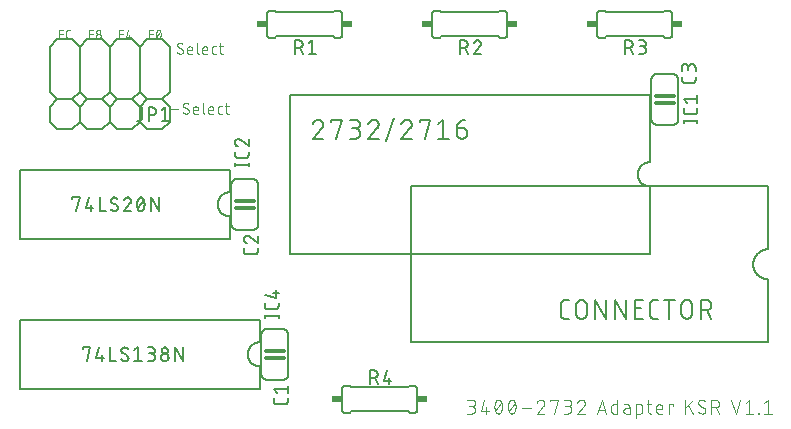
<source format=gbr>
G04 EAGLE Gerber RS-274X export*
G75*
%MOMM*%
%FSLAX34Y34*%
%LPD*%
%INSilkscreen Top*%
%IPPOS*%
%AMOC8*
5,1,8,0,0,1.08239X$1,22.5*%
G01*
%ADD10C,0.076200*%
%ADD11C,0.101600*%
%ADD12C,0.152400*%
%ADD13C,0.127000*%
%ADD14C,0.177800*%
%ADD15R,0.863600X0.609600*%
%ADD16C,0.304800*%


D10*
X71114Y330581D02*
X71114Y337947D01*
X74388Y337947D01*
X74388Y334673D02*
X71114Y334673D01*
X77194Y332627D02*
X77196Y332716D01*
X77202Y332805D01*
X77212Y332894D01*
X77225Y332982D01*
X77242Y333070D01*
X77264Y333157D01*
X77289Y333242D01*
X77317Y333327D01*
X77350Y333410D01*
X77386Y333492D01*
X77425Y333572D01*
X77468Y333650D01*
X77514Y333726D01*
X77564Y333801D01*
X77617Y333873D01*
X77673Y333942D01*
X77732Y334009D01*
X77793Y334074D01*
X77858Y334135D01*
X77925Y334194D01*
X77994Y334250D01*
X78066Y334303D01*
X78141Y334353D01*
X78217Y334399D01*
X78295Y334442D01*
X78375Y334481D01*
X78457Y334517D01*
X78540Y334550D01*
X78625Y334578D01*
X78710Y334603D01*
X78797Y334625D01*
X78885Y334642D01*
X78973Y334655D01*
X79062Y334665D01*
X79151Y334671D01*
X79240Y334673D01*
X79329Y334671D01*
X79418Y334665D01*
X79507Y334655D01*
X79595Y334642D01*
X79683Y334625D01*
X79770Y334603D01*
X79855Y334578D01*
X79940Y334550D01*
X80023Y334517D01*
X80105Y334481D01*
X80185Y334442D01*
X80263Y334399D01*
X80339Y334353D01*
X80414Y334303D01*
X80486Y334250D01*
X80555Y334194D01*
X80622Y334135D01*
X80687Y334074D01*
X80748Y334009D01*
X80807Y333942D01*
X80863Y333873D01*
X80916Y333801D01*
X80966Y333726D01*
X81012Y333650D01*
X81055Y333572D01*
X81094Y333492D01*
X81130Y333410D01*
X81163Y333327D01*
X81191Y333242D01*
X81216Y333157D01*
X81238Y333070D01*
X81255Y332982D01*
X81268Y332894D01*
X81278Y332805D01*
X81284Y332716D01*
X81286Y332627D01*
X81284Y332538D01*
X81278Y332449D01*
X81268Y332360D01*
X81255Y332272D01*
X81238Y332184D01*
X81216Y332097D01*
X81191Y332012D01*
X81163Y331927D01*
X81130Y331844D01*
X81094Y331762D01*
X81055Y331682D01*
X81012Y331604D01*
X80966Y331528D01*
X80916Y331453D01*
X80863Y331381D01*
X80807Y331312D01*
X80748Y331245D01*
X80687Y331180D01*
X80622Y331119D01*
X80555Y331060D01*
X80486Y331004D01*
X80414Y330951D01*
X80339Y330901D01*
X80263Y330855D01*
X80185Y330812D01*
X80105Y330773D01*
X80023Y330737D01*
X79940Y330704D01*
X79855Y330676D01*
X79770Y330651D01*
X79683Y330629D01*
X79595Y330612D01*
X79507Y330599D01*
X79418Y330589D01*
X79329Y330583D01*
X79240Y330581D01*
X79151Y330583D01*
X79062Y330589D01*
X78973Y330599D01*
X78885Y330612D01*
X78797Y330629D01*
X78710Y330651D01*
X78625Y330676D01*
X78540Y330704D01*
X78457Y330737D01*
X78375Y330773D01*
X78295Y330812D01*
X78217Y330855D01*
X78141Y330901D01*
X78066Y330951D01*
X77994Y331004D01*
X77925Y331060D01*
X77858Y331119D01*
X77793Y331180D01*
X77732Y331245D01*
X77673Y331312D01*
X77617Y331381D01*
X77564Y331453D01*
X77514Y331528D01*
X77468Y331604D01*
X77425Y331682D01*
X77386Y331762D01*
X77350Y331844D01*
X77317Y331927D01*
X77289Y332012D01*
X77264Y332097D01*
X77242Y332184D01*
X77225Y332272D01*
X77212Y332360D01*
X77202Y332449D01*
X77196Y332538D01*
X77194Y332627D01*
X77603Y336310D02*
X77605Y336389D01*
X77611Y336468D01*
X77620Y336547D01*
X77633Y336625D01*
X77651Y336702D01*
X77671Y336778D01*
X77696Y336853D01*
X77724Y336927D01*
X77755Y337000D01*
X77791Y337071D01*
X77829Y337140D01*
X77871Y337207D01*
X77916Y337272D01*
X77964Y337335D01*
X78015Y337396D01*
X78069Y337453D01*
X78125Y337509D01*
X78184Y337561D01*
X78246Y337611D01*
X78310Y337657D01*
X78376Y337701D01*
X78444Y337741D01*
X78514Y337777D01*
X78586Y337811D01*
X78660Y337841D01*
X78734Y337867D01*
X78810Y337890D01*
X78887Y337908D01*
X78964Y337924D01*
X79043Y337935D01*
X79121Y337943D01*
X79200Y337947D01*
X79280Y337947D01*
X79359Y337943D01*
X79437Y337935D01*
X79516Y337924D01*
X79593Y337908D01*
X79670Y337890D01*
X79746Y337867D01*
X79820Y337841D01*
X79894Y337811D01*
X79966Y337777D01*
X80036Y337741D01*
X80104Y337701D01*
X80170Y337657D01*
X80234Y337611D01*
X80296Y337561D01*
X80355Y337509D01*
X80411Y337453D01*
X80465Y337396D01*
X80516Y337335D01*
X80564Y337272D01*
X80609Y337207D01*
X80651Y337140D01*
X80689Y337071D01*
X80725Y337000D01*
X80756Y336927D01*
X80784Y336853D01*
X80809Y336778D01*
X80829Y336702D01*
X80847Y336625D01*
X80860Y336547D01*
X80869Y336468D01*
X80875Y336389D01*
X80877Y336310D01*
X80875Y336231D01*
X80869Y336152D01*
X80860Y336073D01*
X80847Y335995D01*
X80829Y335918D01*
X80809Y335842D01*
X80784Y335767D01*
X80756Y335693D01*
X80725Y335620D01*
X80689Y335549D01*
X80651Y335480D01*
X80609Y335413D01*
X80564Y335348D01*
X80516Y335285D01*
X80465Y335224D01*
X80411Y335167D01*
X80355Y335111D01*
X80296Y335059D01*
X80234Y335009D01*
X80170Y334963D01*
X80104Y334919D01*
X80036Y334879D01*
X79966Y334843D01*
X79894Y334809D01*
X79820Y334779D01*
X79746Y334753D01*
X79670Y334730D01*
X79593Y334712D01*
X79516Y334696D01*
X79437Y334685D01*
X79359Y334677D01*
X79280Y334673D01*
X79200Y334673D01*
X79121Y334677D01*
X79043Y334685D01*
X78964Y334696D01*
X78887Y334712D01*
X78810Y334730D01*
X78734Y334753D01*
X78660Y334779D01*
X78586Y334809D01*
X78514Y334843D01*
X78444Y334879D01*
X78376Y334919D01*
X78310Y334963D01*
X78246Y335009D01*
X78184Y335059D01*
X78125Y335111D01*
X78069Y335167D01*
X78015Y335224D01*
X77964Y335285D01*
X77916Y335348D01*
X77871Y335413D01*
X77829Y335480D01*
X77791Y335549D01*
X77755Y335620D01*
X77724Y335693D01*
X77696Y335767D01*
X77671Y335842D01*
X77651Y335918D01*
X77633Y335995D01*
X77620Y336073D01*
X77611Y336152D01*
X77605Y336231D01*
X77603Y336310D01*
X96514Y337947D02*
X96514Y330581D01*
X96514Y337947D02*
X99788Y337947D01*
X99788Y334673D02*
X96514Y334673D01*
X102594Y332218D02*
X104231Y337947D01*
X102594Y332218D02*
X106686Y332218D01*
X105459Y333855D02*
X105459Y330581D01*
X121914Y330581D02*
X121914Y337947D01*
X125188Y337947D01*
X125188Y334673D02*
X121914Y334673D01*
X127994Y334264D02*
X127996Y334417D01*
X128002Y334570D01*
X128011Y334722D01*
X128025Y334875D01*
X128042Y335027D01*
X128063Y335178D01*
X128088Y335329D01*
X128117Y335479D01*
X128149Y335629D01*
X128186Y335777D01*
X128226Y335925D01*
X128269Y336072D01*
X128317Y336217D01*
X128368Y336361D01*
X128422Y336504D01*
X128481Y336646D01*
X128542Y336785D01*
X128608Y336924D01*
X128634Y336994D01*
X128664Y337064D01*
X128697Y337131D01*
X128733Y337197D01*
X128772Y337261D01*
X128815Y337323D01*
X128861Y337382D01*
X128909Y337440D01*
X128960Y337494D01*
X129014Y337547D01*
X129071Y337596D01*
X129130Y337643D01*
X129191Y337686D01*
X129254Y337727D01*
X129319Y337764D01*
X129386Y337799D01*
X129455Y337829D01*
X129525Y337857D01*
X129596Y337880D01*
X129668Y337901D01*
X129741Y337917D01*
X129815Y337930D01*
X129890Y337940D01*
X129965Y337945D01*
X130040Y337947D01*
X130115Y337945D01*
X130190Y337940D01*
X130265Y337930D01*
X130339Y337917D01*
X130412Y337901D01*
X130484Y337880D01*
X130555Y337857D01*
X130625Y337829D01*
X130694Y337799D01*
X130761Y337764D01*
X130826Y337727D01*
X130889Y337686D01*
X130950Y337643D01*
X131009Y337596D01*
X131066Y337547D01*
X131120Y337494D01*
X131171Y337440D01*
X131220Y337382D01*
X131265Y337323D01*
X131308Y337261D01*
X131347Y337197D01*
X131384Y337131D01*
X131416Y337063D01*
X131446Y336994D01*
X131472Y336924D01*
X131537Y336786D01*
X131599Y336646D01*
X131657Y336504D01*
X131712Y336361D01*
X131763Y336217D01*
X131811Y336072D01*
X131854Y335925D01*
X131894Y335778D01*
X131931Y335629D01*
X131963Y335479D01*
X131992Y335329D01*
X132017Y335178D01*
X132038Y335027D01*
X132055Y334875D01*
X132069Y334722D01*
X132078Y334570D01*
X132084Y334417D01*
X132086Y334264D01*
X127994Y334264D02*
X127996Y334111D01*
X128002Y333958D01*
X128011Y333805D01*
X128025Y333653D01*
X128042Y333501D01*
X128063Y333350D01*
X128088Y333199D01*
X128117Y333048D01*
X128149Y332899D01*
X128186Y332750D01*
X128226Y332603D01*
X128269Y332456D01*
X128317Y332311D01*
X128368Y332166D01*
X128423Y332024D01*
X128481Y331882D01*
X128543Y331742D01*
X128608Y331604D01*
X128634Y331533D01*
X128664Y331464D01*
X128697Y331397D01*
X128733Y331331D01*
X128772Y331267D01*
X128815Y331205D01*
X128861Y331146D01*
X128909Y331088D01*
X128960Y331034D01*
X129014Y330981D01*
X129071Y330932D01*
X129130Y330885D01*
X129191Y330842D01*
X129254Y330801D01*
X129319Y330764D01*
X129386Y330729D01*
X129455Y330699D01*
X129525Y330671D01*
X129596Y330648D01*
X129668Y330627D01*
X129741Y330611D01*
X129815Y330598D01*
X129890Y330588D01*
X129965Y330583D01*
X130040Y330581D01*
X131472Y331604D02*
X131537Y331742D01*
X131599Y331882D01*
X131657Y332024D01*
X131712Y332167D01*
X131763Y332311D01*
X131811Y332456D01*
X131854Y332603D01*
X131894Y332751D01*
X131931Y332899D01*
X131963Y333049D01*
X131992Y333199D01*
X132017Y333350D01*
X132038Y333501D01*
X132055Y333653D01*
X132069Y333806D01*
X132078Y333958D01*
X132084Y334111D01*
X132086Y334264D01*
X131472Y331604D02*
X131446Y331534D01*
X131416Y331464D01*
X131384Y331397D01*
X131347Y331331D01*
X131308Y331267D01*
X131265Y331205D01*
X131219Y331146D01*
X131171Y331088D01*
X131120Y331034D01*
X131066Y330981D01*
X131009Y330932D01*
X130950Y330885D01*
X130889Y330842D01*
X130826Y330801D01*
X130761Y330764D01*
X130694Y330729D01*
X130625Y330699D01*
X130555Y330671D01*
X130484Y330648D01*
X130412Y330627D01*
X130339Y330611D01*
X130265Y330598D01*
X130190Y330588D01*
X130115Y330583D01*
X130040Y330581D01*
X128403Y332218D02*
X131677Y336310D01*
X46135Y337947D02*
X46135Y330581D01*
X46135Y337947D02*
X49408Y337947D01*
X49408Y334673D02*
X46135Y334673D01*
X53829Y330581D02*
X55465Y330581D01*
X53829Y330581D02*
X53751Y330583D01*
X53673Y330588D01*
X53596Y330598D01*
X53519Y330611D01*
X53443Y330627D01*
X53368Y330647D01*
X53294Y330671D01*
X53221Y330698D01*
X53149Y330729D01*
X53079Y330763D01*
X53011Y330800D01*
X52944Y330841D01*
X52879Y330885D01*
X52817Y330931D01*
X52757Y330981D01*
X52699Y331033D01*
X52644Y331088D01*
X52592Y331146D01*
X52542Y331206D01*
X52496Y331268D01*
X52452Y331333D01*
X52411Y331400D01*
X52374Y331468D01*
X52340Y331538D01*
X52309Y331610D01*
X52282Y331683D01*
X52258Y331757D01*
X52238Y331832D01*
X52222Y331908D01*
X52209Y331985D01*
X52199Y332062D01*
X52194Y332140D01*
X52192Y332218D01*
X52192Y336310D01*
X52194Y336390D01*
X52200Y336470D01*
X52210Y336550D01*
X52223Y336629D01*
X52241Y336708D01*
X52262Y336785D01*
X52288Y336861D01*
X52317Y336936D01*
X52349Y337010D01*
X52385Y337082D01*
X52425Y337152D01*
X52468Y337219D01*
X52514Y337285D01*
X52564Y337348D01*
X52616Y337409D01*
X52671Y337468D01*
X52730Y337523D01*
X52790Y337575D01*
X52854Y337625D01*
X52920Y337671D01*
X52987Y337714D01*
X53057Y337754D01*
X53129Y337790D01*
X53203Y337822D01*
X53277Y337851D01*
X53354Y337877D01*
X53431Y337898D01*
X53510Y337916D01*
X53589Y337929D01*
X53669Y337939D01*
X53749Y337945D01*
X53829Y337947D01*
X55465Y337947D01*
X148807Y317881D02*
X148896Y317883D01*
X148984Y317889D01*
X149072Y317898D01*
X149160Y317911D01*
X149247Y317928D01*
X149333Y317948D01*
X149418Y317973D01*
X149503Y318000D01*
X149586Y318032D01*
X149667Y318066D01*
X149747Y318105D01*
X149825Y318146D01*
X149902Y318191D01*
X149976Y318239D01*
X150049Y318290D01*
X150119Y318344D01*
X150186Y318402D01*
X150252Y318462D01*
X150314Y318524D01*
X150374Y318590D01*
X150432Y318657D01*
X150486Y318727D01*
X150537Y318800D01*
X150585Y318874D01*
X150630Y318951D01*
X150671Y319029D01*
X150710Y319109D01*
X150744Y319190D01*
X150776Y319273D01*
X150803Y319358D01*
X150828Y319443D01*
X150848Y319529D01*
X150865Y319616D01*
X150878Y319704D01*
X150887Y319792D01*
X150893Y319880D01*
X150895Y319969D01*
X148807Y317881D02*
X148678Y317883D01*
X148549Y317889D01*
X148420Y317898D01*
X148292Y317911D01*
X148164Y317928D01*
X148037Y317949D01*
X147910Y317973D01*
X147784Y318001D01*
X147659Y318033D01*
X147535Y318068D01*
X147412Y318107D01*
X147290Y318150D01*
X147170Y318196D01*
X147051Y318246D01*
X146933Y318299D01*
X146817Y318355D01*
X146703Y318415D01*
X146590Y318478D01*
X146480Y318545D01*
X146371Y318614D01*
X146265Y318687D01*
X146160Y318763D01*
X146058Y318842D01*
X145959Y318924D01*
X145861Y319008D01*
X145766Y319096D01*
X145674Y319186D01*
X145935Y325191D02*
X145937Y325280D01*
X145943Y325368D01*
X145952Y325456D01*
X145965Y325544D01*
X145982Y325631D01*
X146002Y325717D01*
X146027Y325802D01*
X146054Y325887D01*
X146086Y325970D01*
X146120Y326051D01*
X146159Y326131D01*
X146200Y326209D01*
X146245Y326286D01*
X146293Y326360D01*
X146344Y326433D01*
X146398Y326503D01*
X146456Y326570D01*
X146516Y326636D01*
X146578Y326698D01*
X146644Y326758D01*
X146711Y326816D01*
X146781Y326870D01*
X146854Y326921D01*
X146928Y326969D01*
X147005Y327014D01*
X147083Y327055D01*
X147163Y327094D01*
X147244Y327128D01*
X147327Y327160D01*
X147412Y327187D01*
X147497Y327212D01*
X147583Y327232D01*
X147670Y327249D01*
X147758Y327262D01*
X147846Y327271D01*
X147934Y327277D01*
X148023Y327279D01*
X148143Y327277D01*
X148263Y327272D01*
X148383Y327262D01*
X148502Y327250D01*
X148621Y327233D01*
X148739Y327213D01*
X148857Y327189D01*
X148973Y327162D01*
X149089Y327131D01*
X149204Y327097D01*
X149318Y327059D01*
X149431Y327017D01*
X149542Y326972D01*
X149652Y326924D01*
X149760Y326873D01*
X149867Y326818D01*
X149972Y326760D01*
X150075Y326698D01*
X150176Y326634D01*
X150276Y326566D01*
X150373Y326496D01*
X146979Y323364D02*
X146901Y323412D01*
X146825Y323464D01*
X146752Y323518D01*
X146681Y323576D01*
X146612Y323637D01*
X146546Y323701D01*
X146483Y323768D01*
X146423Y323837D01*
X146366Y323909D01*
X146312Y323983D01*
X146262Y324060D01*
X146214Y324139D01*
X146171Y324219D01*
X146130Y324302D01*
X146094Y324386D01*
X146061Y324471D01*
X146032Y324558D01*
X146006Y324647D01*
X145984Y324736D01*
X145967Y324826D01*
X145953Y324916D01*
X145943Y325008D01*
X145937Y325099D01*
X145935Y325191D01*
X149851Y321796D02*
X149929Y321748D01*
X150005Y321696D01*
X150078Y321642D01*
X150149Y321584D01*
X150218Y321523D01*
X150284Y321459D01*
X150347Y321392D01*
X150407Y321323D01*
X150464Y321251D01*
X150518Y321177D01*
X150568Y321100D01*
X150616Y321021D01*
X150659Y320941D01*
X150700Y320858D01*
X150736Y320774D01*
X150769Y320689D01*
X150798Y320602D01*
X150824Y320513D01*
X150846Y320424D01*
X150863Y320334D01*
X150877Y320244D01*
X150887Y320152D01*
X150893Y320061D01*
X150895Y319969D01*
X149851Y321797D02*
X146979Y323363D01*
X155992Y317881D02*
X158602Y317881D01*
X155992Y317881D02*
X155915Y317883D01*
X155839Y317889D01*
X155762Y317898D01*
X155686Y317911D01*
X155611Y317928D01*
X155537Y317948D01*
X155464Y317973D01*
X155393Y318000D01*
X155322Y318031D01*
X155254Y318066D01*
X155187Y318104D01*
X155122Y318145D01*
X155059Y318189D01*
X154999Y318236D01*
X154940Y318287D01*
X154885Y318340D01*
X154832Y318395D01*
X154781Y318454D01*
X154734Y318514D01*
X154690Y318577D01*
X154649Y318642D01*
X154611Y318709D01*
X154576Y318777D01*
X154545Y318848D01*
X154518Y318919D01*
X154493Y318992D01*
X154473Y319066D01*
X154456Y319141D01*
X154443Y319217D01*
X154434Y319294D01*
X154428Y319370D01*
X154426Y319447D01*
X154426Y322058D01*
X154428Y322148D01*
X154434Y322237D01*
X154443Y322327D01*
X154457Y322416D01*
X154474Y322504D01*
X154495Y322591D01*
X154520Y322678D01*
X154549Y322763D01*
X154581Y322847D01*
X154616Y322929D01*
X154656Y323010D01*
X154698Y323089D01*
X154744Y323166D01*
X154794Y323241D01*
X154846Y323314D01*
X154902Y323385D01*
X154960Y323453D01*
X155022Y323518D01*
X155086Y323581D01*
X155153Y323641D01*
X155222Y323698D01*
X155294Y323752D01*
X155368Y323803D01*
X155444Y323851D01*
X155522Y323895D01*
X155602Y323936D01*
X155684Y323974D01*
X155767Y324008D01*
X155852Y324038D01*
X155938Y324065D01*
X156024Y324088D01*
X156112Y324107D01*
X156201Y324122D01*
X156290Y324134D01*
X156379Y324142D01*
X156469Y324146D01*
X156559Y324146D01*
X156649Y324142D01*
X156738Y324134D01*
X156827Y324122D01*
X156916Y324107D01*
X157004Y324088D01*
X157090Y324065D01*
X157176Y324038D01*
X157261Y324008D01*
X157344Y323974D01*
X157426Y323936D01*
X157506Y323895D01*
X157584Y323851D01*
X157660Y323803D01*
X157734Y323752D01*
X157806Y323698D01*
X157875Y323641D01*
X157942Y323581D01*
X158006Y323518D01*
X158068Y323453D01*
X158126Y323385D01*
X158182Y323314D01*
X158234Y323241D01*
X158284Y323166D01*
X158330Y323089D01*
X158372Y323010D01*
X158412Y322929D01*
X158447Y322847D01*
X158479Y322763D01*
X158508Y322678D01*
X158533Y322591D01*
X158554Y322504D01*
X158571Y322416D01*
X158585Y322327D01*
X158594Y322237D01*
X158600Y322148D01*
X158602Y322058D01*
X158602Y321014D01*
X154426Y321014D01*
X162476Y319447D02*
X162476Y327279D01*
X162476Y319447D02*
X162478Y319370D01*
X162484Y319294D01*
X162493Y319217D01*
X162506Y319141D01*
X162523Y319066D01*
X162543Y318992D01*
X162568Y318919D01*
X162595Y318848D01*
X162626Y318777D01*
X162661Y318709D01*
X162699Y318642D01*
X162740Y318577D01*
X162784Y318514D01*
X162831Y318454D01*
X162882Y318395D01*
X162935Y318340D01*
X162990Y318287D01*
X163049Y318236D01*
X163109Y318189D01*
X163172Y318145D01*
X163237Y318104D01*
X163304Y318066D01*
X163372Y318031D01*
X163443Y318000D01*
X163514Y317973D01*
X163587Y317948D01*
X163661Y317928D01*
X163736Y317911D01*
X163812Y317898D01*
X163889Y317889D01*
X163965Y317883D01*
X164042Y317881D01*
X168793Y317881D02*
X171404Y317881D01*
X168793Y317881D02*
X168716Y317883D01*
X168640Y317889D01*
X168563Y317898D01*
X168487Y317911D01*
X168412Y317928D01*
X168338Y317948D01*
X168265Y317973D01*
X168194Y318000D01*
X168123Y318031D01*
X168055Y318066D01*
X167988Y318104D01*
X167923Y318145D01*
X167860Y318189D01*
X167800Y318236D01*
X167741Y318287D01*
X167686Y318340D01*
X167633Y318395D01*
X167582Y318454D01*
X167535Y318514D01*
X167491Y318577D01*
X167450Y318642D01*
X167412Y318709D01*
X167377Y318777D01*
X167346Y318848D01*
X167319Y318919D01*
X167294Y318992D01*
X167274Y319066D01*
X167257Y319141D01*
X167244Y319217D01*
X167235Y319294D01*
X167229Y319370D01*
X167227Y319447D01*
X167227Y322058D01*
X167229Y322148D01*
X167235Y322237D01*
X167244Y322327D01*
X167258Y322416D01*
X167275Y322504D01*
X167296Y322591D01*
X167321Y322678D01*
X167350Y322763D01*
X167382Y322847D01*
X167417Y322929D01*
X167457Y323010D01*
X167499Y323089D01*
X167545Y323166D01*
X167595Y323241D01*
X167647Y323314D01*
X167703Y323385D01*
X167761Y323453D01*
X167823Y323518D01*
X167887Y323581D01*
X167954Y323641D01*
X168023Y323698D01*
X168095Y323752D01*
X168169Y323803D01*
X168245Y323851D01*
X168323Y323895D01*
X168403Y323936D01*
X168485Y323974D01*
X168568Y324008D01*
X168653Y324038D01*
X168739Y324065D01*
X168825Y324088D01*
X168913Y324107D01*
X169002Y324122D01*
X169091Y324134D01*
X169180Y324142D01*
X169270Y324146D01*
X169360Y324146D01*
X169450Y324142D01*
X169539Y324134D01*
X169628Y324122D01*
X169717Y324107D01*
X169805Y324088D01*
X169891Y324065D01*
X169977Y324038D01*
X170062Y324008D01*
X170145Y323974D01*
X170227Y323936D01*
X170307Y323895D01*
X170385Y323851D01*
X170461Y323803D01*
X170535Y323752D01*
X170607Y323698D01*
X170676Y323641D01*
X170743Y323581D01*
X170807Y323518D01*
X170869Y323453D01*
X170927Y323385D01*
X170983Y323314D01*
X171035Y323241D01*
X171085Y323166D01*
X171131Y323089D01*
X171173Y323010D01*
X171213Y322929D01*
X171248Y322847D01*
X171280Y322763D01*
X171309Y322678D01*
X171334Y322591D01*
X171355Y322504D01*
X171372Y322416D01*
X171386Y322327D01*
X171395Y322237D01*
X171401Y322148D01*
X171403Y322058D01*
X171404Y322058D02*
X171404Y321014D01*
X167227Y321014D01*
X176728Y317881D02*
X178817Y317881D01*
X176728Y317881D02*
X176651Y317883D01*
X176575Y317889D01*
X176498Y317898D01*
X176422Y317911D01*
X176347Y317928D01*
X176273Y317948D01*
X176200Y317973D01*
X176129Y318000D01*
X176058Y318031D01*
X175990Y318066D01*
X175923Y318104D01*
X175858Y318145D01*
X175795Y318189D01*
X175735Y318236D01*
X175676Y318287D01*
X175621Y318340D01*
X175568Y318395D01*
X175517Y318454D01*
X175470Y318514D01*
X175426Y318577D01*
X175385Y318642D01*
X175347Y318709D01*
X175312Y318777D01*
X175281Y318848D01*
X175254Y318919D01*
X175229Y318992D01*
X175209Y319066D01*
X175192Y319141D01*
X175179Y319217D01*
X175170Y319294D01*
X175164Y319370D01*
X175162Y319447D01*
X175162Y322580D01*
X175164Y322657D01*
X175170Y322733D01*
X175179Y322810D01*
X175192Y322886D01*
X175209Y322961D01*
X175229Y323035D01*
X175254Y323108D01*
X175281Y323179D01*
X175312Y323250D01*
X175347Y323318D01*
X175385Y323385D01*
X175426Y323450D01*
X175470Y323513D01*
X175517Y323573D01*
X175568Y323632D01*
X175621Y323687D01*
X175676Y323740D01*
X175735Y323791D01*
X175795Y323838D01*
X175858Y323882D01*
X175923Y323923D01*
X175990Y323961D01*
X176058Y323996D01*
X176129Y324027D01*
X176200Y324054D01*
X176273Y324079D01*
X176347Y324099D01*
X176422Y324116D01*
X176498Y324129D01*
X176575Y324138D01*
X176651Y324144D01*
X176728Y324146D01*
X178817Y324146D01*
X181393Y324146D02*
X184526Y324146D01*
X182438Y327279D02*
X182438Y319447D01*
X182440Y319370D01*
X182446Y319294D01*
X182455Y319217D01*
X182468Y319141D01*
X182485Y319066D01*
X182505Y318992D01*
X182530Y318919D01*
X182557Y318848D01*
X182588Y318777D01*
X182623Y318709D01*
X182661Y318642D01*
X182702Y318577D01*
X182746Y318514D01*
X182793Y318454D01*
X182844Y318395D01*
X182897Y318340D01*
X182952Y318287D01*
X183011Y318236D01*
X183071Y318189D01*
X183134Y318145D01*
X183199Y318104D01*
X183266Y318066D01*
X183334Y318031D01*
X183405Y318000D01*
X183476Y317973D01*
X183549Y317948D01*
X183623Y317928D01*
X183698Y317911D01*
X183774Y317898D01*
X183851Y317889D01*
X183927Y317883D01*
X184004Y317881D01*
X184526Y317881D01*
X146954Y270736D02*
X140688Y270736D01*
X153792Y267081D02*
X153881Y267083D01*
X153969Y267089D01*
X154057Y267098D01*
X154145Y267111D01*
X154232Y267128D01*
X154318Y267148D01*
X154403Y267173D01*
X154488Y267200D01*
X154571Y267232D01*
X154652Y267266D01*
X154732Y267305D01*
X154810Y267346D01*
X154887Y267391D01*
X154961Y267439D01*
X155034Y267490D01*
X155104Y267544D01*
X155171Y267602D01*
X155237Y267662D01*
X155299Y267724D01*
X155359Y267790D01*
X155417Y267857D01*
X155471Y267927D01*
X155522Y268000D01*
X155570Y268074D01*
X155615Y268151D01*
X155656Y268229D01*
X155695Y268309D01*
X155729Y268390D01*
X155761Y268473D01*
X155788Y268558D01*
X155813Y268643D01*
X155833Y268729D01*
X155850Y268816D01*
X155863Y268904D01*
X155872Y268992D01*
X155878Y269080D01*
X155880Y269169D01*
X153792Y267081D02*
X153663Y267083D01*
X153534Y267089D01*
X153405Y267098D01*
X153277Y267111D01*
X153149Y267128D01*
X153022Y267149D01*
X152895Y267173D01*
X152769Y267201D01*
X152644Y267233D01*
X152520Y267268D01*
X152397Y267307D01*
X152275Y267350D01*
X152155Y267396D01*
X152036Y267446D01*
X151918Y267499D01*
X151802Y267555D01*
X151688Y267615D01*
X151575Y267678D01*
X151465Y267745D01*
X151356Y267814D01*
X151250Y267887D01*
X151145Y267963D01*
X151043Y268042D01*
X150944Y268124D01*
X150846Y268208D01*
X150751Y268296D01*
X150659Y268386D01*
X150921Y274391D02*
X150923Y274480D01*
X150929Y274568D01*
X150938Y274656D01*
X150951Y274744D01*
X150968Y274831D01*
X150988Y274917D01*
X151013Y275002D01*
X151040Y275087D01*
X151072Y275170D01*
X151106Y275251D01*
X151145Y275331D01*
X151186Y275409D01*
X151231Y275486D01*
X151279Y275560D01*
X151330Y275633D01*
X151384Y275703D01*
X151442Y275770D01*
X151502Y275836D01*
X151564Y275898D01*
X151630Y275958D01*
X151697Y276016D01*
X151767Y276070D01*
X151840Y276121D01*
X151914Y276169D01*
X151991Y276214D01*
X152069Y276255D01*
X152149Y276294D01*
X152230Y276328D01*
X152313Y276360D01*
X152398Y276387D01*
X152483Y276412D01*
X152569Y276432D01*
X152656Y276449D01*
X152744Y276462D01*
X152832Y276471D01*
X152920Y276477D01*
X153009Y276479D01*
X153129Y276477D01*
X153249Y276472D01*
X153369Y276462D01*
X153488Y276450D01*
X153607Y276433D01*
X153725Y276413D01*
X153843Y276389D01*
X153959Y276362D01*
X154075Y276331D01*
X154190Y276297D01*
X154304Y276259D01*
X154417Y276217D01*
X154528Y276172D01*
X154638Y276124D01*
X154746Y276073D01*
X154853Y276018D01*
X154958Y275960D01*
X155061Y275898D01*
X155162Y275834D01*
X155262Y275766D01*
X155359Y275696D01*
X151964Y272564D02*
X151886Y272612D01*
X151810Y272664D01*
X151737Y272718D01*
X151666Y272776D01*
X151597Y272837D01*
X151531Y272901D01*
X151468Y272968D01*
X151408Y273037D01*
X151351Y273109D01*
X151297Y273183D01*
X151247Y273260D01*
X151199Y273339D01*
X151156Y273419D01*
X151115Y273502D01*
X151079Y273586D01*
X151046Y273671D01*
X151017Y273758D01*
X150991Y273847D01*
X150969Y273936D01*
X150952Y274026D01*
X150938Y274116D01*
X150928Y274208D01*
X150922Y274299D01*
X150920Y274391D01*
X154836Y270996D02*
X154914Y270948D01*
X154990Y270896D01*
X155063Y270842D01*
X155134Y270784D01*
X155203Y270723D01*
X155269Y270659D01*
X155332Y270592D01*
X155392Y270523D01*
X155449Y270451D01*
X155503Y270377D01*
X155553Y270300D01*
X155601Y270221D01*
X155644Y270141D01*
X155685Y270058D01*
X155721Y269974D01*
X155754Y269889D01*
X155783Y269802D01*
X155809Y269713D01*
X155831Y269624D01*
X155848Y269534D01*
X155862Y269444D01*
X155872Y269352D01*
X155878Y269261D01*
X155880Y269169D01*
X154836Y270997D02*
X151965Y272563D01*
X160977Y267081D02*
X163588Y267081D01*
X160977Y267081D02*
X160900Y267083D01*
X160824Y267089D01*
X160747Y267098D01*
X160671Y267111D01*
X160596Y267128D01*
X160522Y267148D01*
X160449Y267173D01*
X160378Y267200D01*
X160307Y267231D01*
X160239Y267266D01*
X160172Y267304D01*
X160107Y267345D01*
X160044Y267389D01*
X159984Y267436D01*
X159925Y267487D01*
X159870Y267540D01*
X159817Y267595D01*
X159766Y267654D01*
X159719Y267714D01*
X159675Y267777D01*
X159634Y267842D01*
X159596Y267909D01*
X159561Y267977D01*
X159530Y268048D01*
X159503Y268119D01*
X159478Y268192D01*
X159458Y268266D01*
X159441Y268341D01*
X159428Y268417D01*
X159419Y268494D01*
X159413Y268570D01*
X159411Y268647D01*
X159411Y271258D01*
X159413Y271348D01*
X159419Y271437D01*
X159428Y271527D01*
X159442Y271616D01*
X159459Y271704D01*
X159480Y271791D01*
X159505Y271878D01*
X159534Y271963D01*
X159566Y272047D01*
X159601Y272129D01*
X159641Y272210D01*
X159683Y272289D01*
X159729Y272366D01*
X159779Y272441D01*
X159831Y272514D01*
X159887Y272585D01*
X159945Y272653D01*
X160007Y272718D01*
X160071Y272781D01*
X160138Y272841D01*
X160207Y272898D01*
X160279Y272952D01*
X160353Y273003D01*
X160429Y273051D01*
X160507Y273095D01*
X160587Y273136D01*
X160669Y273174D01*
X160752Y273208D01*
X160837Y273238D01*
X160923Y273265D01*
X161009Y273288D01*
X161097Y273307D01*
X161186Y273322D01*
X161275Y273334D01*
X161364Y273342D01*
X161454Y273346D01*
X161544Y273346D01*
X161634Y273342D01*
X161723Y273334D01*
X161812Y273322D01*
X161901Y273307D01*
X161989Y273288D01*
X162075Y273265D01*
X162161Y273238D01*
X162246Y273208D01*
X162329Y273174D01*
X162411Y273136D01*
X162491Y273095D01*
X162569Y273051D01*
X162645Y273003D01*
X162719Y272952D01*
X162791Y272898D01*
X162860Y272841D01*
X162927Y272781D01*
X162991Y272718D01*
X163053Y272653D01*
X163111Y272585D01*
X163167Y272514D01*
X163219Y272441D01*
X163269Y272366D01*
X163315Y272289D01*
X163357Y272210D01*
X163397Y272129D01*
X163432Y272047D01*
X163464Y271963D01*
X163493Y271878D01*
X163518Y271791D01*
X163539Y271704D01*
X163556Y271616D01*
X163570Y271527D01*
X163579Y271437D01*
X163585Y271348D01*
X163587Y271258D01*
X163588Y271258D02*
X163588Y270214D01*
X159411Y270214D01*
X167461Y268647D02*
X167461Y276479D01*
X167461Y268647D02*
X167463Y268570D01*
X167469Y268494D01*
X167478Y268417D01*
X167491Y268341D01*
X167508Y268266D01*
X167528Y268192D01*
X167553Y268119D01*
X167580Y268048D01*
X167611Y267977D01*
X167646Y267909D01*
X167684Y267842D01*
X167725Y267777D01*
X167769Y267714D01*
X167816Y267654D01*
X167867Y267595D01*
X167920Y267540D01*
X167975Y267487D01*
X168034Y267436D01*
X168094Y267389D01*
X168157Y267345D01*
X168222Y267304D01*
X168289Y267266D01*
X168357Y267231D01*
X168428Y267200D01*
X168499Y267173D01*
X168572Y267148D01*
X168646Y267128D01*
X168721Y267111D01*
X168797Y267098D01*
X168874Y267089D01*
X168950Y267083D01*
X169027Y267081D01*
X173779Y267081D02*
X176389Y267081D01*
X173779Y267081D02*
X173702Y267083D01*
X173626Y267089D01*
X173549Y267098D01*
X173473Y267111D01*
X173398Y267128D01*
X173324Y267148D01*
X173251Y267173D01*
X173180Y267200D01*
X173109Y267231D01*
X173041Y267266D01*
X172974Y267304D01*
X172909Y267345D01*
X172846Y267389D01*
X172786Y267436D01*
X172727Y267487D01*
X172672Y267540D01*
X172619Y267595D01*
X172568Y267654D01*
X172521Y267714D01*
X172477Y267777D01*
X172436Y267842D01*
X172398Y267909D01*
X172363Y267977D01*
X172332Y268048D01*
X172305Y268119D01*
X172280Y268192D01*
X172260Y268266D01*
X172243Y268341D01*
X172230Y268417D01*
X172221Y268494D01*
X172215Y268570D01*
X172213Y268647D01*
X172212Y268647D02*
X172212Y271258D01*
X172213Y271258D02*
X172215Y271348D01*
X172221Y271437D01*
X172230Y271527D01*
X172244Y271616D01*
X172261Y271704D01*
X172282Y271791D01*
X172307Y271878D01*
X172336Y271963D01*
X172368Y272047D01*
X172403Y272129D01*
X172443Y272210D01*
X172485Y272289D01*
X172531Y272366D01*
X172581Y272441D01*
X172633Y272514D01*
X172689Y272585D01*
X172747Y272653D01*
X172809Y272718D01*
X172873Y272781D01*
X172940Y272841D01*
X173009Y272898D01*
X173081Y272952D01*
X173155Y273003D01*
X173231Y273051D01*
X173309Y273095D01*
X173389Y273136D01*
X173471Y273174D01*
X173554Y273208D01*
X173639Y273238D01*
X173725Y273265D01*
X173811Y273288D01*
X173899Y273307D01*
X173988Y273322D01*
X174077Y273334D01*
X174166Y273342D01*
X174256Y273346D01*
X174346Y273346D01*
X174436Y273342D01*
X174525Y273334D01*
X174614Y273322D01*
X174703Y273307D01*
X174791Y273288D01*
X174877Y273265D01*
X174963Y273238D01*
X175048Y273208D01*
X175131Y273174D01*
X175213Y273136D01*
X175293Y273095D01*
X175371Y273051D01*
X175447Y273003D01*
X175521Y272952D01*
X175593Y272898D01*
X175662Y272841D01*
X175729Y272781D01*
X175793Y272718D01*
X175855Y272653D01*
X175913Y272585D01*
X175969Y272514D01*
X176021Y272441D01*
X176071Y272366D01*
X176117Y272289D01*
X176159Y272210D01*
X176199Y272129D01*
X176234Y272047D01*
X176266Y271963D01*
X176295Y271878D01*
X176320Y271791D01*
X176341Y271704D01*
X176358Y271616D01*
X176372Y271527D01*
X176381Y271437D01*
X176387Y271348D01*
X176389Y271258D01*
X176389Y270214D01*
X172212Y270214D01*
X181714Y267081D02*
X183802Y267081D01*
X181714Y267081D02*
X181637Y267083D01*
X181561Y267089D01*
X181484Y267098D01*
X181408Y267111D01*
X181333Y267128D01*
X181259Y267148D01*
X181186Y267173D01*
X181115Y267200D01*
X181044Y267231D01*
X180976Y267266D01*
X180909Y267304D01*
X180844Y267345D01*
X180781Y267389D01*
X180721Y267436D01*
X180662Y267487D01*
X180607Y267540D01*
X180554Y267595D01*
X180503Y267654D01*
X180456Y267714D01*
X180412Y267777D01*
X180371Y267842D01*
X180333Y267909D01*
X180298Y267977D01*
X180267Y268048D01*
X180240Y268119D01*
X180215Y268192D01*
X180195Y268266D01*
X180178Y268341D01*
X180165Y268417D01*
X180156Y268494D01*
X180150Y268570D01*
X180148Y268647D01*
X180148Y271780D01*
X180150Y271857D01*
X180156Y271933D01*
X180165Y272010D01*
X180178Y272086D01*
X180195Y272161D01*
X180215Y272235D01*
X180240Y272308D01*
X180267Y272379D01*
X180298Y272450D01*
X180333Y272518D01*
X180371Y272585D01*
X180412Y272650D01*
X180456Y272713D01*
X180503Y272773D01*
X180554Y272832D01*
X180607Y272887D01*
X180662Y272940D01*
X180721Y272991D01*
X180781Y273038D01*
X180844Y273082D01*
X180909Y273123D01*
X180976Y273161D01*
X181044Y273196D01*
X181115Y273227D01*
X181186Y273254D01*
X181259Y273279D01*
X181333Y273299D01*
X181408Y273316D01*
X181484Y273329D01*
X181561Y273338D01*
X181637Y273344D01*
X181714Y273346D01*
X183802Y273346D01*
X186379Y273346D02*
X189512Y273346D01*
X187423Y276479D02*
X187423Y268647D01*
X187425Y268570D01*
X187431Y268494D01*
X187440Y268417D01*
X187453Y268341D01*
X187470Y268266D01*
X187490Y268192D01*
X187515Y268119D01*
X187542Y268048D01*
X187573Y267977D01*
X187608Y267909D01*
X187646Y267842D01*
X187687Y267777D01*
X187731Y267714D01*
X187778Y267654D01*
X187829Y267595D01*
X187882Y267540D01*
X187937Y267487D01*
X187996Y267436D01*
X188056Y267389D01*
X188119Y267345D01*
X188184Y267304D01*
X188251Y267266D01*
X188319Y267231D01*
X188390Y267200D01*
X188461Y267173D01*
X188534Y267148D01*
X188608Y267128D01*
X188683Y267111D01*
X188759Y267098D01*
X188836Y267089D01*
X188912Y267083D01*
X188989Y267081D01*
X189512Y267081D01*
D11*
X391725Y13208D02*
X394970Y13208D01*
X395083Y13210D01*
X395196Y13216D01*
X395309Y13226D01*
X395422Y13240D01*
X395534Y13257D01*
X395645Y13279D01*
X395755Y13304D01*
X395865Y13334D01*
X395973Y13367D01*
X396080Y13404D01*
X396186Y13444D01*
X396290Y13489D01*
X396393Y13537D01*
X396494Y13588D01*
X396593Y13643D01*
X396690Y13701D01*
X396785Y13763D01*
X396878Y13828D01*
X396968Y13896D01*
X397056Y13967D01*
X397142Y14042D01*
X397225Y14119D01*
X397305Y14199D01*
X397382Y14282D01*
X397457Y14368D01*
X397528Y14456D01*
X397596Y14546D01*
X397661Y14639D01*
X397723Y14734D01*
X397781Y14831D01*
X397836Y14930D01*
X397887Y15031D01*
X397935Y15134D01*
X397980Y15238D01*
X398020Y15344D01*
X398057Y15451D01*
X398090Y15559D01*
X398120Y15669D01*
X398145Y15779D01*
X398167Y15890D01*
X398184Y16002D01*
X398198Y16115D01*
X398208Y16228D01*
X398214Y16341D01*
X398216Y16454D01*
X398214Y16567D01*
X398208Y16680D01*
X398198Y16793D01*
X398184Y16906D01*
X398167Y17018D01*
X398145Y17129D01*
X398120Y17239D01*
X398090Y17349D01*
X398057Y17457D01*
X398020Y17564D01*
X397980Y17670D01*
X397935Y17774D01*
X397887Y17877D01*
X397836Y17978D01*
X397781Y18077D01*
X397723Y18174D01*
X397661Y18269D01*
X397596Y18362D01*
X397528Y18452D01*
X397457Y18540D01*
X397382Y18626D01*
X397305Y18709D01*
X397225Y18789D01*
X397142Y18866D01*
X397056Y18941D01*
X396968Y19012D01*
X396878Y19080D01*
X396785Y19145D01*
X396690Y19207D01*
X396593Y19265D01*
X396494Y19320D01*
X396393Y19371D01*
X396290Y19419D01*
X396186Y19464D01*
X396080Y19504D01*
X395973Y19541D01*
X395865Y19574D01*
X395755Y19604D01*
X395645Y19629D01*
X395534Y19651D01*
X395422Y19668D01*
X395309Y19682D01*
X395196Y19692D01*
X395083Y19698D01*
X394970Y19700D01*
X395619Y24892D02*
X391725Y24892D01*
X395619Y24892D02*
X395720Y24890D01*
X395820Y24884D01*
X395920Y24874D01*
X396020Y24861D01*
X396119Y24843D01*
X396218Y24822D01*
X396315Y24797D01*
X396412Y24768D01*
X396507Y24735D01*
X396601Y24699D01*
X396693Y24659D01*
X396784Y24616D01*
X396873Y24569D01*
X396960Y24519D01*
X397046Y24465D01*
X397129Y24408D01*
X397209Y24348D01*
X397288Y24285D01*
X397364Y24218D01*
X397437Y24149D01*
X397507Y24077D01*
X397575Y24003D01*
X397640Y23926D01*
X397701Y23846D01*
X397760Y23764D01*
X397815Y23680D01*
X397867Y23594D01*
X397916Y23506D01*
X397961Y23416D01*
X398003Y23324D01*
X398041Y23231D01*
X398075Y23136D01*
X398106Y23041D01*
X398133Y22944D01*
X398156Y22846D01*
X398176Y22747D01*
X398191Y22647D01*
X398203Y22547D01*
X398211Y22447D01*
X398215Y22346D01*
X398215Y22246D01*
X398211Y22145D01*
X398203Y22045D01*
X398191Y21945D01*
X398176Y21845D01*
X398156Y21746D01*
X398133Y21648D01*
X398106Y21551D01*
X398075Y21456D01*
X398041Y21361D01*
X398003Y21268D01*
X397961Y21176D01*
X397916Y21086D01*
X397867Y20998D01*
X397815Y20912D01*
X397760Y20828D01*
X397701Y20746D01*
X397640Y20666D01*
X397575Y20589D01*
X397507Y20515D01*
X397437Y20443D01*
X397364Y20374D01*
X397288Y20307D01*
X397209Y20244D01*
X397129Y20184D01*
X397046Y20127D01*
X396960Y20073D01*
X396873Y20023D01*
X396784Y19976D01*
X396693Y19933D01*
X396601Y19893D01*
X396507Y19857D01*
X396412Y19824D01*
X396315Y19795D01*
X396218Y19770D01*
X396119Y19749D01*
X396020Y19731D01*
X395920Y19718D01*
X395820Y19708D01*
X395720Y19702D01*
X395619Y19700D01*
X395619Y19699D02*
X393023Y19699D01*
X403155Y15804D02*
X405751Y24892D01*
X403155Y15804D02*
X409646Y15804D01*
X407698Y13208D02*
X407698Y18401D01*
X414585Y19050D02*
X414588Y19280D01*
X414596Y19510D01*
X414610Y19739D01*
X414629Y19968D01*
X414654Y20197D01*
X414684Y20424D01*
X414719Y20652D01*
X414760Y20878D01*
X414806Y21103D01*
X414858Y21327D01*
X414915Y21549D01*
X414977Y21771D01*
X415045Y21990D01*
X415118Y22208D01*
X415196Y22425D01*
X415279Y22639D01*
X415367Y22851D01*
X415460Y23061D01*
X415559Y23269D01*
X415558Y23269D02*
X415591Y23359D01*
X415627Y23448D01*
X415667Y23536D01*
X415711Y23621D01*
X415758Y23705D01*
X415808Y23787D01*
X415862Y23867D01*
X415918Y23944D01*
X415978Y24020D01*
X416041Y24093D01*
X416106Y24163D01*
X416175Y24231D01*
X416246Y24295D01*
X416319Y24357D01*
X416395Y24416D01*
X416473Y24472D01*
X416554Y24525D01*
X416636Y24574D01*
X416720Y24620D01*
X416807Y24663D01*
X416894Y24702D01*
X416984Y24738D01*
X417074Y24770D01*
X417166Y24798D01*
X417259Y24823D01*
X417353Y24844D01*
X417447Y24861D01*
X417542Y24875D01*
X417638Y24884D01*
X417734Y24890D01*
X417830Y24892D01*
X417926Y24890D01*
X418022Y24884D01*
X418118Y24875D01*
X418213Y24861D01*
X418307Y24844D01*
X418401Y24823D01*
X418494Y24798D01*
X418586Y24770D01*
X418676Y24738D01*
X418766Y24702D01*
X418853Y24663D01*
X418940Y24620D01*
X419024Y24574D01*
X419106Y24525D01*
X419187Y24472D01*
X419265Y24416D01*
X419341Y24357D01*
X419414Y24295D01*
X419485Y24231D01*
X419554Y24163D01*
X419619Y24093D01*
X419682Y24020D01*
X419742Y23944D01*
X419798Y23867D01*
X419852Y23787D01*
X419902Y23705D01*
X419949Y23621D01*
X419993Y23536D01*
X420033Y23448D01*
X420069Y23359D01*
X420102Y23269D01*
X420201Y23062D01*
X420294Y22852D01*
X420382Y22639D01*
X420465Y22425D01*
X420543Y22209D01*
X420616Y21991D01*
X420684Y21771D01*
X420746Y21550D01*
X420803Y21327D01*
X420855Y21103D01*
X420901Y20878D01*
X420942Y20652D01*
X420977Y20425D01*
X421007Y20197D01*
X421032Y19968D01*
X421051Y19739D01*
X421065Y19510D01*
X421073Y19280D01*
X421076Y19050D01*
X414584Y19050D02*
X414587Y18820D01*
X414595Y18590D01*
X414609Y18361D01*
X414628Y18132D01*
X414653Y17903D01*
X414683Y17675D01*
X414718Y17448D01*
X414759Y17222D01*
X414805Y16997D01*
X414857Y16773D01*
X414914Y16550D01*
X414976Y16329D01*
X415044Y16109D01*
X415117Y15891D01*
X415195Y15675D01*
X415278Y15461D01*
X415366Y15249D01*
X415459Y15038D01*
X415558Y14831D01*
X415591Y14741D01*
X415627Y14652D01*
X415668Y14564D01*
X415711Y14479D01*
X415758Y14395D01*
X415808Y14313D01*
X415862Y14233D01*
X415918Y14156D01*
X415978Y14080D01*
X416041Y14007D01*
X416106Y13937D01*
X416175Y13869D01*
X416246Y13805D01*
X416319Y13743D01*
X416395Y13684D01*
X416473Y13628D01*
X416554Y13575D01*
X416636Y13526D01*
X416720Y13480D01*
X416807Y13437D01*
X416894Y13398D01*
X416984Y13362D01*
X417074Y13330D01*
X417166Y13302D01*
X417259Y13277D01*
X417353Y13256D01*
X417447Y13239D01*
X417542Y13225D01*
X417638Y13216D01*
X417734Y13210D01*
X417830Y13208D01*
X420102Y14831D02*
X420201Y15038D01*
X420294Y15249D01*
X420382Y15461D01*
X420465Y15675D01*
X420543Y15891D01*
X420616Y16109D01*
X420684Y16329D01*
X420746Y16550D01*
X420803Y16773D01*
X420855Y16997D01*
X420901Y17222D01*
X420942Y17448D01*
X420977Y17675D01*
X421007Y17903D01*
X421032Y18132D01*
X421051Y18361D01*
X421065Y18590D01*
X421073Y18820D01*
X421076Y19050D01*
X420102Y14831D02*
X420069Y14741D01*
X420033Y14652D01*
X419993Y14564D01*
X419949Y14479D01*
X419902Y14395D01*
X419852Y14313D01*
X419798Y14233D01*
X419742Y14156D01*
X419682Y14080D01*
X419619Y14007D01*
X419554Y13937D01*
X419485Y13869D01*
X419414Y13805D01*
X419341Y13743D01*
X419265Y13684D01*
X419187Y13628D01*
X419106Y13575D01*
X419024Y13526D01*
X418940Y13480D01*
X418853Y13437D01*
X418766Y13398D01*
X418676Y13362D01*
X418586Y13330D01*
X418494Y13302D01*
X418401Y13277D01*
X418307Y13256D01*
X418213Y13239D01*
X418118Y13225D01*
X418022Y13216D01*
X417926Y13210D01*
X417830Y13208D01*
X415234Y15804D02*
X420427Y22296D01*
X426015Y19050D02*
X426018Y19280D01*
X426026Y19510D01*
X426040Y19739D01*
X426059Y19968D01*
X426084Y20197D01*
X426114Y20424D01*
X426149Y20652D01*
X426190Y20878D01*
X426236Y21103D01*
X426288Y21327D01*
X426345Y21549D01*
X426407Y21771D01*
X426475Y21990D01*
X426548Y22208D01*
X426626Y22425D01*
X426709Y22639D01*
X426797Y22851D01*
X426890Y23061D01*
X426989Y23269D01*
X426988Y23269D02*
X427021Y23359D01*
X427057Y23448D01*
X427097Y23536D01*
X427141Y23621D01*
X427188Y23705D01*
X427238Y23787D01*
X427292Y23867D01*
X427348Y23944D01*
X427408Y24020D01*
X427471Y24093D01*
X427536Y24163D01*
X427605Y24231D01*
X427676Y24295D01*
X427749Y24357D01*
X427825Y24416D01*
X427903Y24472D01*
X427984Y24525D01*
X428066Y24574D01*
X428150Y24620D01*
X428237Y24663D01*
X428324Y24702D01*
X428414Y24738D01*
X428504Y24770D01*
X428596Y24798D01*
X428689Y24823D01*
X428783Y24844D01*
X428877Y24861D01*
X428972Y24875D01*
X429068Y24884D01*
X429164Y24890D01*
X429260Y24892D01*
X429356Y24890D01*
X429452Y24884D01*
X429548Y24875D01*
X429643Y24861D01*
X429737Y24844D01*
X429831Y24823D01*
X429924Y24798D01*
X430016Y24770D01*
X430106Y24738D01*
X430196Y24702D01*
X430283Y24663D01*
X430370Y24620D01*
X430454Y24574D01*
X430536Y24525D01*
X430617Y24472D01*
X430695Y24416D01*
X430771Y24357D01*
X430844Y24295D01*
X430915Y24231D01*
X430984Y24163D01*
X431049Y24093D01*
X431112Y24020D01*
X431172Y23944D01*
X431228Y23867D01*
X431282Y23787D01*
X431332Y23705D01*
X431379Y23621D01*
X431423Y23536D01*
X431463Y23448D01*
X431499Y23359D01*
X431532Y23269D01*
X431631Y23062D01*
X431724Y22852D01*
X431812Y22639D01*
X431895Y22425D01*
X431973Y22209D01*
X432046Y21991D01*
X432114Y21771D01*
X432176Y21550D01*
X432233Y21327D01*
X432285Y21103D01*
X432331Y20878D01*
X432372Y20652D01*
X432407Y20425D01*
X432437Y20197D01*
X432462Y19968D01*
X432481Y19739D01*
X432495Y19510D01*
X432503Y19280D01*
X432506Y19050D01*
X426014Y19050D02*
X426017Y18820D01*
X426025Y18590D01*
X426039Y18361D01*
X426058Y18132D01*
X426083Y17903D01*
X426113Y17675D01*
X426148Y17448D01*
X426189Y17222D01*
X426235Y16997D01*
X426287Y16773D01*
X426344Y16550D01*
X426406Y16329D01*
X426474Y16109D01*
X426547Y15891D01*
X426625Y15675D01*
X426708Y15461D01*
X426796Y15249D01*
X426889Y15038D01*
X426988Y14831D01*
X427021Y14741D01*
X427057Y14652D01*
X427098Y14564D01*
X427141Y14479D01*
X427188Y14395D01*
X427238Y14313D01*
X427292Y14233D01*
X427348Y14156D01*
X427408Y14080D01*
X427471Y14007D01*
X427536Y13937D01*
X427605Y13869D01*
X427676Y13805D01*
X427749Y13743D01*
X427825Y13684D01*
X427903Y13628D01*
X427984Y13575D01*
X428066Y13526D01*
X428150Y13480D01*
X428237Y13437D01*
X428324Y13398D01*
X428414Y13362D01*
X428504Y13330D01*
X428596Y13302D01*
X428689Y13277D01*
X428783Y13256D01*
X428877Y13239D01*
X428972Y13225D01*
X429068Y13216D01*
X429164Y13210D01*
X429260Y13208D01*
X431532Y14831D02*
X431631Y15038D01*
X431724Y15249D01*
X431812Y15461D01*
X431895Y15675D01*
X431973Y15891D01*
X432046Y16109D01*
X432114Y16329D01*
X432176Y16550D01*
X432233Y16773D01*
X432285Y16997D01*
X432331Y17222D01*
X432372Y17448D01*
X432407Y17675D01*
X432437Y17903D01*
X432462Y18132D01*
X432481Y18361D01*
X432495Y18590D01*
X432503Y18820D01*
X432506Y19050D01*
X431532Y14831D02*
X431499Y14741D01*
X431463Y14652D01*
X431423Y14564D01*
X431379Y14479D01*
X431332Y14395D01*
X431282Y14313D01*
X431228Y14233D01*
X431172Y14156D01*
X431112Y14080D01*
X431049Y14007D01*
X430984Y13937D01*
X430915Y13869D01*
X430844Y13805D01*
X430771Y13743D01*
X430695Y13684D01*
X430617Y13628D01*
X430536Y13575D01*
X430454Y13526D01*
X430370Y13480D01*
X430283Y13437D01*
X430196Y13398D01*
X430106Y13362D01*
X430016Y13330D01*
X429924Y13302D01*
X429831Y13277D01*
X429737Y13256D01*
X429643Y13239D01*
X429548Y13225D01*
X429452Y13216D01*
X429356Y13210D01*
X429260Y13208D01*
X426664Y15804D02*
X431857Y22296D01*
X437558Y17752D02*
X445347Y17752D01*
X453969Y24892D02*
X454076Y24890D01*
X454182Y24884D01*
X454288Y24874D01*
X454394Y24861D01*
X454500Y24843D01*
X454604Y24822D01*
X454708Y24797D01*
X454811Y24768D01*
X454912Y24736D01*
X455012Y24699D01*
X455111Y24659D01*
X455209Y24616D01*
X455305Y24569D01*
X455399Y24518D01*
X455491Y24464D01*
X455581Y24407D01*
X455669Y24347D01*
X455754Y24283D01*
X455837Y24216D01*
X455918Y24146D01*
X455996Y24074D01*
X456072Y23998D01*
X456144Y23920D01*
X456214Y23839D01*
X456281Y23756D01*
X456345Y23671D01*
X456405Y23583D01*
X456462Y23493D01*
X456516Y23401D01*
X456567Y23307D01*
X456614Y23211D01*
X456657Y23113D01*
X456697Y23014D01*
X456734Y22914D01*
X456766Y22813D01*
X456795Y22710D01*
X456820Y22606D01*
X456841Y22502D01*
X456859Y22396D01*
X456872Y22290D01*
X456882Y22184D01*
X456888Y22078D01*
X456890Y21971D01*
X453969Y24892D02*
X453848Y24890D01*
X453727Y24884D01*
X453607Y24874D01*
X453486Y24861D01*
X453367Y24843D01*
X453247Y24822D01*
X453129Y24797D01*
X453012Y24768D01*
X452895Y24735D01*
X452780Y24699D01*
X452666Y24658D01*
X452553Y24615D01*
X452441Y24567D01*
X452332Y24516D01*
X452224Y24461D01*
X452117Y24403D01*
X452013Y24342D01*
X451911Y24277D01*
X451811Y24209D01*
X451713Y24138D01*
X451617Y24064D01*
X451524Y23987D01*
X451434Y23906D01*
X451346Y23823D01*
X451261Y23737D01*
X451178Y23648D01*
X451099Y23557D01*
X451022Y23463D01*
X450949Y23367D01*
X450879Y23269D01*
X450812Y23168D01*
X450748Y23065D01*
X450688Y22960D01*
X450631Y22853D01*
X450577Y22745D01*
X450527Y22635D01*
X450481Y22523D01*
X450438Y22410D01*
X450399Y22295D01*
X455916Y19699D02*
X455995Y19776D01*
X456071Y19857D01*
X456144Y19940D01*
X456214Y20025D01*
X456281Y20113D01*
X456345Y20203D01*
X456405Y20295D01*
X456462Y20390D01*
X456516Y20486D01*
X456567Y20584D01*
X456614Y20684D01*
X456658Y20786D01*
X456698Y20889D01*
X456734Y20993D01*
X456766Y21099D01*
X456795Y21205D01*
X456820Y21313D01*
X456842Y21421D01*
X456859Y21531D01*
X456873Y21640D01*
X456882Y21750D01*
X456888Y21861D01*
X456890Y21971D01*
X455916Y19699D02*
X450399Y13208D01*
X456890Y13208D01*
X461829Y23594D02*
X461829Y24892D01*
X468320Y24892D01*
X465074Y13208D01*
X473259Y13208D02*
X476504Y13208D01*
X476617Y13210D01*
X476730Y13216D01*
X476843Y13226D01*
X476956Y13240D01*
X477068Y13257D01*
X477179Y13279D01*
X477289Y13304D01*
X477399Y13334D01*
X477507Y13367D01*
X477614Y13404D01*
X477720Y13444D01*
X477824Y13489D01*
X477927Y13537D01*
X478028Y13588D01*
X478127Y13643D01*
X478224Y13701D01*
X478319Y13763D01*
X478412Y13828D01*
X478502Y13896D01*
X478590Y13967D01*
X478676Y14042D01*
X478759Y14119D01*
X478839Y14199D01*
X478916Y14282D01*
X478991Y14368D01*
X479062Y14456D01*
X479130Y14546D01*
X479195Y14639D01*
X479257Y14734D01*
X479315Y14831D01*
X479370Y14930D01*
X479421Y15031D01*
X479469Y15134D01*
X479514Y15238D01*
X479554Y15344D01*
X479591Y15451D01*
X479624Y15559D01*
X479654Y15669D01*
X479679Y15779D01*
X479701Y15890D01*
X479718Y16002D01*
X479732Y16115D01*
X479742Y16228D01*
X479748Y16341D01*
X479750Y16454D01*
X479748Y16567D01*
X479742Y16680D01*
X479732Y16793D01*
X479718Y16906D01*
X479701Y17018D01*
X479679Y17129D01*
X479654Y17239D01*
X479624Y17349D01*
X479591Y17457D01*
X479554Y17564D01*
X479514Y17670D01*
X479469Y17774D01*
X479421Y17877D01*
X479370Y17978D01*
X479315Y18077D01*
X479257Y18174D01*
X479195Y18269D01*
X479130Y18362D01*
X479062Y18452D01*
X478991Y18540D01*
X478916Y18626D01*
X478839Y18709D01*
X478759Y18789D01*
X478676Y18866D01*
X478590Y18941D01*
X478502Y19012D01*
X478412Y19080D01*
X478319Y19145D01*
X478224Y19207D01*
X478127Y19265D01*
X478028Y19320D01*
X477927Y19371D01*
X477824Y19419D01*
X477720Y19464D01*
X477614Y19504D01*
X477507Y19541D01*
X477399Y19574D01*
X477289Y19604D01*
X477179Y19629D01*
X477068Y19651D01*
X476956Y19668D01*
X476843Y19682D01*
X476730Y19692D01*
X476617Y19698D01*
X476504Y19700D01*
X477153Y24892D02*
X473259Y24892D01*
X477153Y24892D02*
X477254Y24890D01*
X477354Y24884D01*
X477454Y24874D01*
X477554Y24861D01*
X477653Y24843D01*
X477752Y24822D01*
X477849Y24797D01*
X477946Y24768D01*
X478041Y24735D01*
X478135Y24699D01*
X478227Y24659D01*
X478318Y24616D01*
X478407Y24569D01*
X478494Y24519D01*
X478580Y24465D01*
X478663Y24408D01*
X478743Y24348D01*
X478822Y24285D01*
X478898Y24218D01*
X478971Y24149D01*
X479041Y24077D01*
X479109Y24003D01*
X479174Y23926D01*
X479235Y23846D01*
X479294Y23764D01*
X479349Y23680D01*
X479401Y23594D01*
X479450Y23506D01*
X479495Y23416D01*
X479537Y23324D01*
X479575Y23231D01*
X479609Y23136D01*
X479640Y23041D01*
X479667Y22944D01*
X479690Y22846D01*
X479710Y22747D01*
X479725Y22647D01*
X479737Y22547D01*
X479745Y22447D01*
X479749Y22346D01*
X479749Y22246D01*
X479745Y22145D01*
X479737Y22045D01*
X479725Y21945D01*
X479710Y21845D01*
X479690Y21746D01*
X479667Y21648D01*
X479640Y21551D01*
X479609Y21456D01*
X479575Y21361D01*
X479537Y21268D01*
X479495Y21176D01*
X479450Y21086D01*
X479401Y20998D01*
X479349Y20912D01*
X479294Y20828D01*
X479235Y20746D01*
X479174Y20666D01*
X479109Y20589D01*
X479041Y20515D01*
X478971Y20443D01*
X478898Y20374D01*
X478822Y20307D01*
X478743Y20244D01*
X478663Y20184D01*
X478580Y20127D01*
X478494Y20073D01*
X478407Y20023D01*
X478318Y19976D01*
X478227Y19933D01*
X478135Y19893D01*
X478041Y19857D01*
X477946Y19824D01*
X477849Y19795D01*
X477752Y19770D01*
X477653Y19749D01*
X477554Y19731D01*
X477454Y19718D01*
X477354Y19708D01*
X477254Y19702D01*
X477153Y19700D01*
X477153Y19699D02*
X474557Y19699D01*
X488259Y24892D02*
X488366Y24890D01*
X488472Y24884D01*
X488578Y24874D01*
X488684Y24861D01*
X488790Y24843D01*
X488894Y24822D01*
X488998Y24797D01*
X489101Y24768D01*
X489202Y24736D01*
X489302Y24699D01*
X489401Y24659D01*
X489499Y24616D01*
X489595Y24569D01*
X489689Y24518D01*
X489781Y24464D01*
X489871Y24407D01*
X489959Y24347D01*
X490044Y24283D01*
X490127Y24216D01*
X490208Y24146D01*
X490286Y24074D01*
X490362Y23998D01*
X490434Y23920D01*
X490504Y23839D01*
X490571Y23756D01*
X490635Y23671D01*
X490695Y23583D01*
X490752Y23493D01*
X490806Y23401D01*
X490857Y23307D01*
X490904Y23211D01*
X490947Y23113D01*
X490987Y23014D01*
X491024Y22914D01*
X491056Y22813D01*
X491085Y22710D01*
X491110Y22606D01*
X491131Y22502D01*
X491149Y22396D01*
X491162Y22290D01*
X491172Y22184D01*
X491178Y22078D01*
X491180Y21971D01*
X488259Y24892D02*
X488138Y24890D01*
X488017Y24884D01*
X487897Y24874D01*
X487776Y24861D01*
X487657Y24843D01*
X487537Y24822D01*
X487419Y24797D01*
X487302Y24768D01*
X487185Y24735D01*
X487070Y24699D01*
X486956Y24658D01*
X486843Y24615D01*
X486731Y24567D01*
X486622Y24516D01*
X486514Y24461D01*
X486407Y24403D01*
X486303Y24342D01*
X486201Y24277D01*
X486101Y24209D01*
X486003Y24138D01*
X485907Y24064D01*
X485814Y23987D01*
X485724Y23906D01*
X485636Y23823D01*
X485551Y23737D01*
X485468Y23648D01*
X485389Y23557D01*
X485312Y23463D01*
X485239Y23367D01*
X485169Y23269D01*
X485102Y23168D01*
X485038Y23065D01*
X484978Y22960D01*
X484921Y22853D01*
X484867Y22745D01*
X484817Y22635D01*
X484771Y22523D01*
X484728Y22410D01*
X484689Y22295D01*
X490206Y19699D02*
X490285Y19776D01*
X490361Y19857D01*
X490434Y19940D01*
X490504Y20025D01*
X490571Y20113D01*
X490635Y20203D01*
X490695Y20295D01*
X490752Y20390D01*
X490806Y20486D01*
X490857Y20584D01*
X490904Y20684D01*
X490948Y20786D01*
X490988Y20889D01*
X491024Y20993D01*
X491056Y21099D01*
X491085Y21205D01*
X491110Y21313D01*
X491132Y21421D01*
X491149Y21531D01*
X491163Y21640D01*
X491172Y21750D01*
X491178Y21861D01*
X491180Y21971D01*
X490206Y19699D02*
X484689Y13208D01*
X491180Y13208D01*
X501565Y13208D02*
X505460Y24892D01*
X509355Y13208D01*
X508381Y16129D02*
X502539Y16129D01*
X518666Y13208D02*
X518666Y24892D01*
X518666Y13208D02*
X515420Y13208D01*
X515333Y13210D01*
X515245Y13216D01*
X515159Y13226D01*
X515072Y13239D01*
X514987Y13257D01*
X514902Y13278D01*
X514818Y13303D01*
X514736Y13332D01*
X514655Y13365D01*
X514575Y13401D01*
X514497Y13440D01*
X514421Y13484D01*
X514347Y13530D01*
X514276Y13580D01*
X514206Y13633D01*
X514139Y13689D01*
X514075Y13748D01*
X514013Y13810D01*
X513954Y13874D01*
X513898Y13941D01*
X513845Y14011D01*
X513795Y14082D01*
X513749Y14156D01*
X513705Y14232D01*
X513666Y14310D01*
X513630Y14390D01*
X513597Y14471D01*
X513568Y14553D01*
X513543Y14637D01*
X513522Y14722D01*
X513504Y14807D01*
X513491Y14894D01*
X513481Y14980D01*
X513475Y15068D01*
X513473Y15155D01*
X513473Y19050D01*
X513475Y19137D01*
X513481Y19225D01*
X513491Y19311D01*
X513504Y19398D01*
X513522Y19483D01*
X513543Y19568D01*
X513568Y19652D01*
X513597Y19734D01*
X513630Y19815D01*
X513666Y19895D01*
X513705Y19973D01*
X513749Y20049D01*
X513795Y20123D01*
X513845Y20194D01*
X513898Y20264D01*
X513954Y20331D01*
X514013Y20395D01*
X514075Y20457D01*
X514139Y20516D01*
X514206Y20572D01*
X514276Y20625D01*
X514347Y20675D01*
X514421Y20721D01*
X514497Y20765D01*
X514575Y20804D01*
X514655Y20840D01*
X514736Y20873D01*
X514818Y20902D01*
X514902Y20927D01*
X514987Y20948D01*
X515072Y20966D01*
X515159Y20979D01*
X515245Y20989D01*
X515333Y20995D01*
X515420Y20997D01*
X518666Y20997D01*
X526032Y17752D02*
X528953Y17752D01*
X526032Y17752D02*
X525938Y17750D01*
X525844Y17744D01*
X525751Y17735D01*
X525658Y17721D01*
X525566Y17704D01*
X525474Y17682D01*
X525384Y17658D01*
X525294Y17629D01*
X525206Y17597D01*
X525119Y17561D01*
X525034Y17521D01*
X524951Y17478D01*
X524869Y17432D01*
X524789Y17382D01*
X524712Y17329D01*
X524637Y17273D01*
X524564Y17214D01*
X524493Y17152D01*
X524425Y17087D01*
X524360Y17019D01*
X524298Y16948D01*
X524239Y16875D01*
X524183Y16800D01*
X524130Y16723D01*
X524080Y16643D01*
X524034Y16561D01*
X523991Y16478D01*
X523951Y16393D01*
X523915Y16306D01*
X523883Y16218D01*
X523854Y16128D01*
X523830Y16038D01*
X523808Y15946D01*
X523791Y15854D01*
X523777Y15761D01*
X523768Y15668D01*
X523762Y15574D01*
X523760Y15480D01*
X523762Y15386D01*
X523768Y15292D01*
X523777Y15199D01*
X523791Y15106D01*
X523808Y15014D01*
X523830Y14922D01*
X523854Y14832D01*
X523883Y14742D01*
X523915Y14654D01*
X523951Y14567D01*
X523991Y14482D01*
X524034Y14399D01*
X524080Y14317D01*
X524130Y14237D01*
X524183Y14160D01*
X524239Y14085D01*
X524298Y14012D01*
X524360Y13941D01*
X524425Y13873D01*
X524493Y13808D01*
X524564Y13746D01*
X524637Y13687D01*
X524712Y13631D01*
X524789Y13578D01*
X524869Y13528D01*
X524951Y13482D01*
X525034Y13439D01*
X525119Y13399D01*
X525206Y13363D01*
X525294Y13331D01*
X525384Y13302D01*
X525474Y13278D01*
X525566Y13256D01*
X525658Y13239D01*
X525751Y13225D01*
X525844Y13216D01*
X525938Y13210D01*
X526032Y13208D01*
X528953Y13208D01*
X528953Y19050D01*
X528952Y19050D02*
X528950Y19137D01*
X528944Y19225D01*
X528934Y19311D01*
X528921Y19398D01*
X528903Y19483D01*
X528882Y19568D01*
X528857Y19652D01*
X528828Y19734D01*
X528795Y19815D01*
X528759Y19895D01*
X528720Y19973D01*
X528676Y20049D01*
X528630Y20123D01*
X528580Y20194D01*
X528527Y20264D01*
X528471Y20331D01*
X528412Y20395D01*
X528350Y20457D01*
X528286Y20516D01*
X528219Y20572D01*
X528149Y20625D01*
X528078Y20675D01*
X528004Y20721D01*
X527928Y20765D01*
X527850Y20804D01*
X527770Y20840D01*
X527689Y20873D01*
X527607Y20902D01*
X527523Y20927D01*
X527438Y20948D01*
X527353Y20966D01*
X527266Y20979D01*
X527180Y20989D01*
X527092Y20995D01*
X527005Y20997D01*
X524409Y20997D01*
X534545Y20997D02*
X534545Y9313D01*
X534545Y20997D02*
X537791Y20997D01*
X537878Y20995D01*
X537966Y20989D01*
X538052Y20979D01*
X538139Y20966D01*
X538224Y20948D01*
X538309Y20927D01*
X538393Y20902D01*
X538475Y20873D01*
X538556Y20840D01*
X538636Y20804D01*
X538714Y20765D01*
X538790Y20721D01*
X538864Y20675D01*
X538935Y20625D01*
X539005Y20572D01*
X539072Y20516D01*
X539136Y20457D01*
X539198Y20396D01*
X539257Y20331D01*
X539313Y20264D01*
X539366Y20194D01*
X539416Y20123D01*
X539462Y20049D01*
X539506Y19973D01*
X539545Y19895D01*
X539581Y19815D01*
X539614Y19734D01*
X539643Y19652D01*
X539668Y19568D01*
X539689Y19483D01*
X539707Y19398D01*
X539720Y19311D01*
X539730Y19225D01*
X539736Y19137D01*
X539738Y19050D01*
X539738Y15155D01*
X539736Y15068D01*
X539730Y14980D01*
X539720Y14894D01*
X539707Y14807D01*
X539689Y14722D01*
X539668Y14637D01*
X539643Y14553D01*
X539614Y14471D01*
X539581Y14390D01*
X539545Y14310D01*
X539506Y14232D01*
X539462Y14156D01*
X539416Y14082D01*
X539366Y14011D01*
X539313Y13941D01*
X539257Y13874D01*
X539198Y13810D01*
X539136Y13748D01*
X539072Y13689D01*
X539005Y13633D01*
X538935Y13580D01*
X538864Y13530D01*
X538790Y13484D01*
X538714Y13440D01*
X538636Y13401D01*
X538556Y13365D01*
X538475Y13332D01*
X538393Y13303D01*
X538309Y13278D01*
X538224Y13257D01*
X538139Y13239D01*
X538052Y13226D01*
X537966Y13216D01*
X537878Y13210D01*
X537791Y13208D01*
X534545Y13208D01*
X543425Y20997D02*
X547320Y20997D01*
X544723Y24892D02*
X544723Y15155D01*
X544724Y15155D02*
X544726Y15068D01*
X544732Y14980D01*
X544742Y14894D01*
X544755Y14807D01*
X544773Y14722D01*
X544794Y14637D01*
X544819Y14553D01*
X544848Y14471D01*
X544881Y14390D01*
X544917Y14310D01*
X544956Y14232D01*
X545000Y14156D01*
X545046Y14082D01*
X545096Y14011D01*
X545149Y13941D01*
X545205Y13874D01*
X545264Y13810D01*
X545326Y13748D01*
X545390Y13689D01*
X545457Y13633D01*
X545527Y13580D01*
X545598Y13530D01*
X545672Y13484D01*
X545748Y13440D01*
X545826Y13401D01*
X545906Y13365D01*
X545987Y13332D01*
X546069Y13303D01*
X546153Y13278D01*
X546238Y13257D01*
X546323Y13239D01*
X546410Y13226D01*
X546496Y13216D01*
X546584Y13210D01*
X546671Y13208D01*
X547320Y13208D01*
X553579Y13208D02*
X556824Y13208D01*
X553579Y13208D02*
X553492Y13210D01*
X553404Y13216D01*
X553318Y13226D01*
X553231Y13239D01*
X553146Y13257D01*
X553061Y13278D01*
X552977Y13303D01*
X552895Y13332D01*
X552814Y13365D01*
X552734Y13401D01*
X552656Y13440D01*
X552580Y13484D01*
X552506Y13530D01*
X552435Y13580D01*
X552365Y13633D01*
X552298Y13689D01*
X552234Y13748D01*
X552172Y13810D01*
X552113Y13874D01*
X552057Y13941D01*
X552004Y14011D01*
X551954Y14082D01*
X551908Y14156D01*
X551864Y14232D01*
X551825Y14310D01*
X551789Y14390D01*
X551756Y14471D01*
X551727Y14553D01*
X551702Y14637D01*
X551681Y14722D01*
X551663Y14807D01*
X551650Y14894D01*
X551640Y14980D01*
X551634Y15068D01*
X551632Y15155D01*
X551631Y15155D02*
X551631Y18401D01*
X551632Y18401D02*
X551634Y18502D01*
X551640Y18602D01*
X551650Y18702D01*
X551663Y18802D01*
X551681Y18901D01*
X551702Y19000D01*
X551727Y19097D01*
X551756Y19194D01*
X551789Y19289D01*
X551825Y19383D01*
X551865Y19475D01*
X551908Y19566D01*
X551955Y19655D01*
X552005Y19742D01*
X552059Y19828D01*
X552116Y19911D01*
X552176Y19991D01*
X552239Y20070D01*
X552306Y20146D01*
X552375Y20219D01*
X552447Y20289D01*
X552521Y20357D01*
X552598Y20422D01*
X552678Y20483D01*
X552760Y20542D01*
X552844Y20597D01*
X552930Y20649D01*
X553018Y20698D01*
X553108Y20743D01*
X553200Y20785D01*
X553293Y20823D01*
X553388Y20857D01*
X553483Y20888D01*
X553580Y20915D01*
X553678Y20938D01*
X553777Y20958D01*
X553877Y20973D01*
X553977Y20985D01*
X554077Y20993D01*
X554178Y20997D01*
X554278Y20997D01*
X554379Y20993D01*
X554479Y20985D01*
X554579Y20973D01*
X554679Y20958D01*
X554778Y20938D01*
X554876Y20915D01*
X554973Y20888D01*
X555068Y20857D01*
X555163Y20823D01*
X555256Y20785D01*
X555348Y20743D01*
X555438Y20698D01*
X555526Y20649D01*
X555612Y20597D01*
X555696Y20542D01*
X555778Y20483D01*
X555858Y20422D01*
X555935Y20357D01*
X556009Y20289D01*
X556081Y20219D01*
X556150Y20146D01*
X556217Y20070D01*
X556280Y19991D01*
X556340Y19911D01*
X556397Y19828D01*
X556451Y19742D01*
X556501Y19655D01*
X556548Y19566D01*
X556591Y19475D01*
X556631Y19383D01*
X556667Y19289D01*
X556700Y19194D01*
X556729Y19097D01*
X556754Y19000D01*
X556775Y18901D01*
X556793Y18802D01*
X556806Y18702D01*
X556816Y18602D01*
X556822Y18502D01*
X556824Y18401D01*
X556824Y17103D01*
X551631Y17103D01*
X561985Y13208D02*
X561985Y20997D01*
X565880Y20997D01*
X565880Y19699D01*
X576298Y24892D02*
X576298Y13208D01*
X576298Y17752D02*
X582789Y24892D01*
X578894Y20348D02*
X582789Y13208D01*
X590691Y13208D02*
X590790Y13210D01*
X590890Y13216D01*
X590989Y13225D01*
X591087Y13238D01*
X591185Y13255D01*
X591283Y13276D01*
X591379Y13301D01*
X591474Y13329D01*
X591568Y13361D01*
X591661Y13396D01*
X591753Y13435D01*
X591843Y13478D01*
X591931Y13523D01*
X592018Y13573D01*
X592102Y13625D01*
X592185Y13681D01*
X592265Y13739D01*
X592343Y13801D01*
X592418Y13866D01*
X592491Y13934D01*
X592561Y14004D01*
X592629Y14077D01*
X592694Y14152D01*
X592756Y14230D01*
X592814Y14310D01*
X592870Y14393D01*
X592922Y14477D01*
X592972Y14564D01*
X593017Y14652D01*
X593060Y14742D01*
X593099Y14834D01*
X593134Y14927D01*
X593166Y15021D01*
X593194Y15116D01*
X593219Y15212D01*
X593240Y15310D01*
X593257Y15408D01*
X593270Y15506D01*
X593279Y15605D01*
X593285Y15705D01*
X593287Y15804D01*
X590691Y13208D02*
X590547Y13210D01*
X590402Y13216D01*
X590258Y13225D01*
X590115Y13238D01*
X589971Y13255D01*
X589828Y13276D01*
X589686Y13301D01*
X589545Y13329D01*
X589404Y13361D01*
X589264Y13397D01*
X589125Y13436D01*
X588987Y13479D01*
X588851Y13526D01*
X588715Y13576D01*
X588581Y13630D01*
X588449Y13687D01*
X588318Y13748D01*
X588189Y13812D01*
X588061Y13880D01*
X587935Y13950D01*
X587811Y14025D01*
X587690Y14102D01*
X587570Y14183D01*
X587452Y14266D01*
X587337Y14353D01*
X587224Y14443D01*
X587113Y14536D01*
X587005Y14631D01*
X586899Y14730D01*
X586796Y14831D01*
X587121Y22296D02*
X587123Y22395D01*
X587129Y22495D01*
X587138Y22594D01*
X587151Y22692D01*
X587168Y22790D01*
X587189Y22888D01*
X587214Y22984D01*
X587242Y23079D01*
X587274Y23173D01*
X587309Y23266D01*
X587348Y23358D01*
X587391Y23448D01*
X587436Y23536D01*
X587486Y23623D01*
X587538Y23707D01*
X587594Y23790D01*
X587652Y23870D01*
X587714Y23948D01*
X587779Y24023D01*
X587847Y24096D01*
X587917Y24166D01*
X587990Y24234D01*
X588065Y24299D01*
X588143Y24361D01*
X588223Y24419D01*
X588306Y24475D01*
X588390Y24527D01*
X588477Y24577D01*
X588565Y24622D01*
X588655Y24665D01*
X588747Y24704D01*
X588840Y24739D01*
X588934Y24771D01*
X589029Y24799D01*
X589126Y24824D01*
X589223Y24845D01*
X589321Y24862D01*
X589419Y24875D01*
X589518Y24884D01*
X589618Y24890D01*
X589717Y24892D01*
X589853Y24890D01*
X589989Y24884D01*
X590125Y24875D01*
X590261Y24862D01*
X590396Y24844D01*
X590530Y24824D01*
X590664Y24799D01*
X590798Y24771D01*
X590930Y24738D01*
X591061Y24703D01*
X591192Y24663D01*
X591321Y24620D01*
X591449Y24574D01*
X591575Y24523D01*
X591701Y24470D01*
X591824Y24412D01*
X591946Y24352D01*
X592066Y24288D01*
X592185Y24220D01*
X592301Y24150D01*
X592415Y24076D01*
X592528Y23999D01*
X592638Y23918D01*
X588419Y20024D02*
X588333Y20077D01*
X588249Y20134D01*
X588167Y20193D01*
X588087Y20256D01*
X588010Y20322D01*
X587935Y20390D01*
X587863Y20462D01*
X587794Y20536D01*
X587728Y20613D01*
X587665Y20692D01*
X587605Y20774D01*
X587548Y20858D01*
X587494Y20944D01*
X587444Y21032D01*
X587397Y21122D01*
X587353Y21213D01*
X587314Y21307D01*
X587277Y21401D01*
X587245Y21497D01*
X587216Y21595D01*
X587191Y21693D01*
X587170Y21792D01*
X587152Y21892D01*
X587139Y21992D01*
X587129Y22093D01*
X587123Y22195D01*
X587121Y22296D01*
X591989Y18076D02*
X592075Y18023D01*
X592159Y17966D01*
X592241Y17907D01*
X592321Y17844D01*
X592398Y17778D01*
X592473Y17710D01*
X592545Y17638D01*
X592614Y17564D01*
X592680Y17487D01*
X592743Y17408D01*
X592803Y17326D01*
X592860Y17242D01*
X592914Y17156D01*
X592964Y17068D01*
X593011Y16978D01*
X593055Y16887D01*
X593094Y16793D01*
X593131Y16699D01*
X593163Y16603D01*
X593192Y16505D01*
X593217Y16407D01*
X593238Y16308D01*
X593256Y16208D01*
X593269Y16108D01*
X593279Y16007D01*
X593285Y15905D01*
X593287Y15804D01*
X591989Y18076D02*
X588419Y20024D01*
X598300Y24892D02*
X598300Y13208D01*
X598300Y24892D02*
X601545Y24892D01*
X601658Y24890D01*
X601771Y24884D01*
X601884Y24874D01*
X601997Y24860D01*
X602109Y24843D01*
X602220Y24821D01*
X602330Y24796D01*
X602440Y24766D01*
X602548Y24733D01*
X602655Y24696D01*
X602761Y24656D01*
X602865Y24611D01*
X602968Y24563D01*
X603069Y24512D01*
X603168Y24457D01*
X603265Y24399D01*
X603360Y24337D01*
X603453Y24272D01*
X603543Y24204D01*
X603631Y24133D01*
X603717Y24058D01*
X603800Y23981D01*
X603880Y23901D01*
X603957Y23818D01*
X604032Y23732D01*
X604103Y23644D01*
X604171Y23554D01*
X604236Y23461D01*
X604298Y23366D01*
X604356Y23269D01*
X604411Y23170D01*
X604462Y23069D01*
X604510Y22966D01*
X604555Y22862D01*
X604595Y22756D01*
X604632Y22649D01*
X604665Y22541D01*
X604695Y22431D01*
X604720Y22321D01*
X604742Y22210D01*
X604759Y22098D01*
X604773Y21985D01*
X604783Y21872D01*
X604789Y21759D01*
X604791Y21646D01*
X604789Y21533D01*
X604783Y21420D01*
X604773Y21307D01*
X604759Y21194D01*
X604742Y21082D01*
X604720Y20971D01*
X604695Y20861D01*
X604665Y20751D01*
X604632Y20643D01*
X604595Y20536D01*
X604555Y20430D01*
X604510Y20326D01*
X604462Y20223D01*
X604411Y20122D01*
X604356Y20023D01*
X604298Y19926D01*
X604236Y19831D01*
X604171Y19738D01*
X604103Y19648D01*
X604032Y19560D01*
X603957Y19474D01*
X603880Y19391D01*
X603800Y19311D01*
X603717Y19234D01*
X603631Y19159D01*
X603543Y19088D01*
X603453Y19020D01*
X603360Y18955D01*
X603265Y18893D01*
X603168Y18835D01*
X603069Y18780D01*
X602968Y18729D01*
X602865Y18681D01*
X602761Y18636D01*
X602655Y18596D01*
X602548Y18559D01*
X602440Y18526D01*
X602330Y18496D01*
X602220Y18471D01*
X602109Y18449D01*
X601997Y18432D01*
X601884Y18418D01*
X601771Y18408D01*
X601658Y18402D01*
X601545Y18400D01*
X601545Y18401D02*
X598300Y18401D01*
X602195Y18401D02*
X604791Y13208D01*
X618998Y13208D02*
X615103Y24892D01*
X622892Y24892D02*
X618998Y13208D01*
X627182Y22296D02*
X630428Y24892D01*
X630428Y13208D01*
X633673Y13208D02*
X627182Y13208D01*
X638104Y13208D02*
X638104Y13857D01*
X638753Y13857D01*
X638753Y13208D01*
X638104Y13208D01*
X643184Y22296D02*
X646430Y24892D01*
X646430Y13208D01*
X649675Y13208D02*
X643184Y13208D01*
D12*
X546100Y148590D02*
X546100Y205740D01*
X546100Y226060D02*
X546100Y283210D01*
X546100Y226060D02*
X545853Y226057D01*
X545605Y226048D01*
X545358Y226033D01*
X545112Y226012D01*
X544866Y225985D01*
X544621Y225952D01*
X544376Y225913D01*
X544133Y225868D01*
X543891Y225817D01*
X543650Y225760D01*
X543411Y225698D01*
X543173Y225629D01*
X542937Y225555D01*
X542703Y225475D01*
X542471Y225390D01*
X542241Y225298D01*
X542013Y225202D01*
X541788Y225099D01*
X541565Y224992D01*
X541345Y224878D01*
X541128Y224760D01*
X540913Y224636D01*
X540702Y224507D01*
X540494Y224373D01*
X540289Y224234D01*
X540088Y224090D01*
X539890Y223942D01*
X539696Y223788D01*
X539506Y223630D01*
X539320Y223467D01*
X539138Y223300D01*
X538960Y223128D01*
X538786Y222952D01*
X538616Y222772D01*
X538451Y222587D01*
X538291Y222399D01*
X538135Y222207D01*
X537983Y222011D01*
X537837Y221812D01*
X537695Y221609D01*
X537559Y221402D01*
X537427Y221193D01*
X537301Y220980D01*
X537180Y220764D01*
X537064Y220546D01*
X536954Y220324D01*
X536849Y220100D01*
X536749Y219874D01*
X536655Y219645D01*
X536567Y219414D01*
X536484Y219180D01*
X536407Y218945D01*
X536336Y218708D01*
X536270Y218470D01*
X536211Y218230D01*
X536157Y217988D01*
X536109Y217745D01*
X536067Y217502D01*
X536031Y217257D01*
X536001Y217011D01*
X535977Y216765D01*
X535959Y216518D01*
X535947Y216271D01*
X535941Y216024D01*
X535941Y215776D01*
X535947Y215529D01*
X535959Y215282D01*
X535977Y215035D01*
X536001Y214789D01*
X536031Y214543D01*
X536067Y214298D01*
X536109Y214055D01*
X536157Y213812D01*
X536211Y213570D01*
X536270Y213330D01*
X536336Y213092D01*
X536407Y212855D01*
X536484Y212620D01*
X536567Y212386D01*
X536655Y212155D01*
X536749Y211926D01*
X536849Y211700D01*
X536954Y211476D01*
X537064Y211254D01*
X537180Y211036D01*
X537301Y210820D01*
X537427Y210607D01*
X537559Y210398D01*
X537695Y210191D01*
X537837Y209988D01*
X537983Y209789D01*
X538135Y209593D01*
X538291Y209401D01*
X538451Y209213D01*
X538616Y209028D01*
X538786Y208848D01*
X538960Y208672D01*
X539138Y208500D01*
X539320Y208333D01*
X539506Y208170D01*
X539696Y208012D01*
X539890Y207858D01*
X540088Y207710D01*
X540289Y207566D01*
X540494Y207427D01*
X540702Y207293D01*
X540913Y207164D01*
X541128Y207040D01*
X541345Y206922D01*
X541565Y206808D01*
X541788Y206701D01*
X542013Y206598D01*
X542241Y206502D01*
X542471Y206410D01*
X542703Y206325D01*
X542937Y206245D01*
X543173Y206171D01*
X543411Y206102D01*
X543650Y206040D01*
X543891Y205983D01*
X544133Y205932D01*
X544376Y205887D01*
X544621Y205848D01*
X544866Y205815D01*
X545112Y205788D01*
X545358Y205767D01*
X545605Y205752D01*
X545853Y205743D01*
X546100Y205740D01*
X546100Y283210D02*
X241300Y283210D01*
X241300Y148590D01*
X546100Y148590D01*
D13*
X574675Y260731D02*
X586105Y260731D01*
X586105Y259461D02*
X586105Y262001D01*
X574675Y262001D02*
X574675Y259461D01*
X586105Y269203D02*
X586105Y271743D01*
X586105Y269203D02*
X586103Y269103D01*
X586097Y269004D01*
X586087Y268904D01*
X586074Y268806D01*
X586056Y268707D01*
X586035Y268610D01*
X586010Y268514D01*
X585981Y268418D01*
X585948Y268324D01*
X585912Y268231D01*
X585872Y268140D01*
X585828Y268050D01*
X585781Y267962D01*
X585731Y267876D01*
X585677Y267792D01*
X585620Y267710D01*
X585560Y267631D01*
X585496Y267553D01*
X585430Y267479D01*
X585361Y267407D01*
X585289Y267338D01*
X585215Y267272D01*
X585137Y267208D01*
X585058Y267148D01*
X584976Y267091D01*
X584892Y267037D01*
X584806Y266987D01*
X584718Y266940D01*
X584628Y266896D01*
X584537Y266856D01*
X584444Y266820D01*
X584350Y266787D01*
X584254Y266758D01*
X584158Y266733D01*
X584061Y266712D01*
X583962Y266694D01*
X583864Y266681D01*
X583764Y266671D01*
X583665Y266665D01*
X583565Y266663D01*
X577215Y266663D01*
X577115Y266665D01*
X577016Y266671D01*
X576916Y266681D01*
X576818Y266694D01*
X576719Y266712D01*
X576622Y266733D01*
X576526Y266758D01*
X576430Y266787D01*
X576336Y266820D01*
X576243Y266856D01*
X576152Y266896D01*
X576062Y266940D01*
X575974Y266987D01*
X575888Y267037D01*
X575804Y267091D01*
X575722Y267148D01*
X575643Y267208D01*
X575565Y267272D01*
X575491Y267338D01*
X575419Y267407D01*
X575350Y267479D01*
X575284Y267553D01*
X575220Y267631D01*
X575160Y267710D01*
X575103Y267792D01*
X575049Y267876D01*
X574999Y267962D01*
X574952Y268050D01*
X574908Y268140D01*
X574868Y268231D01*
X574832Y268324D01*
X574799Y268418D01*
X574770Y268514D01*
X574745Y268610D01*
X574724Y268707D01*
X574706Y268806D01*
X574693Y268904D01*
X574683Y269004D01*
X574677Y269103D01*
X574675Y269203D01*
X574675Y271743D01*
X577215Y276225D02*
X574675Y279400D01*
X586105Y279400D01*
X586105Y276225D02*
X586105Y282575D01*
D14*
X269618Y258001D02*
X269616Y258127D01*
X269610Y258252D01*
X269600Y258378D01*
X269586Y258502D01*
X269569Y258627D01*
X269547Y258751D01*
X269522Y258874D01*
X269492Y258996D01*
X269459Y259117D01*
X269422Y259237D01*
X269381Y259356D01*
X269337Y259474D01*
X269289Y259590D01*
X269237Y259705D01*
X269182Y259817D01*
X269123Y259928D01*
X269061Y260038D01*
X268995Y260145D01*
X268926Y260250D01*
X268854Y260353D01*
X268778Y260453D01*
X268700Y260551D01*
X268618Y260647D01*
X268534Y260740D01*
X268446Y260830D01*
X268356Y260918D01*
X268263Y261002D01*
X268167Y261084D01*
X268069Y261162D01*
X267969Y261238D01*
X267866Y261310D01*
X267761Y261379D01*
X267654Y261445D01*
X267544Y261507D01*
X267433Y261566D01*
X267321Y261621D01*
X267206Y261673D01*
X267090Y261721D01*
X266972Y261765D01*
X266853Y261806D01*
X266733Y261843D01*
X266612Y261876D01*
X266490Y261906D01*
X266367Y261931D01*
X266243Y261953D01*
X266118Y261970D01*
X265994Y261984D01*
X265868Y261994D01*
X265743Y262000D01*
X265617Y262002D01*
X265617Y262001D02*
X265476Y261999D01*
X265336Y261993D01*
X265196Y261984D01*
X265056Y261970D01*
X264917Y261953D01*
X264778Y261932D01*
X264639Y261907D01*
X264502Y261879D01*
X264365Y261846D01*
X264229Y261810D01*
X264094Y261770D01*
X263961Y261727D01*
X263828Y261680D01*
X263697Y261629D01*
X263568Y261575D01*
X263440Y261517D01*
X263313Y261456D01*
X263188Y261391D01*
X263066Y261323D01*
X262945Y261252D01*
X262825Y261177D01*
X262709Y261099D01*
X262594Y261018D01*
X262481Y260934D01*
X262371Y260846D01*
X262263Y260756D01*
X262158Y260663D01*
X262056Y260567D01*
X261956Y260468D01*
X261858Y260367D01*
X261764Y260263D01*
X261672Y260156D01*
X261584Y260047D01*
X261498Y259936D01*
X261416Y259822D01*
X261336Y259706D01*
X261260Y259588D01*
X261187Y259468D01*
X261118Y259346D01*
X261051Y259222D01*
X260988Y259096D01*
X260929Y258969D01*
X260873Y258840D01*
X260821Y258710D01*
X260772Y258578D01*
X260727Y258445D01*
X268283Y254889D02*
X268375Y254980D01*
X268465Y255073D01*
X268551Y255168D01*
X268635Y255266D01*
X268715Y255367D01*
X268793Y255470D01*
X268867Y255575D01*
X268938Y255683D01*
X269006Y255792D01*
X269070Y255904D01*
X269132Y256017D01*
X269189Y256132D01*
X269244Y256249D01*
X269295Y256368D01*
X269342Y256488D01*
X269385Y256609D01*
X269425Y256731D01*
X269461Y256855D01*
X269494Y256980D01*
X269523Y257105D01*
X269548Y257232D01*
X269569Y257359D01*
X269586Y257487D01*
X269600Y257615D01*
X269609Y257743D01*
X269615Y257872D01*
X269617Y258001D01*
X268284Y254889D02*
X260727Y245999D01*
X269617Y245999D01*
X276359Y260223D02*
X276359Y262001D01*
X285249Y262001D01*
X280804Y245999D01*
X291990Y245999D02*
X296435Y245999D01*
X296567Y246001D01*
X296698Y246007D01*
X296830Y246017D01*
X296961Y246030D01*
X297091Y246048D01*
X297221Y246069D01*
X297351Y246094D01*
X297479Y246123D01*
X297607Y246156D01*
X297733Y246193D01*
X297859Y246233D01*
X297983Y246277D01*
X298106Y246325D01*
X298227Y246376D01*
X298347Y246431D01*
X298465Y246489D01*
X298581Y246551D01*
X298695Y246617D01*
X298808Y246685D01*
X298918Y246757D01*
X299026Y246832D01*
X299132Y246911D01*
X299236Y246992D01*
X299337Y247077D01*
X299435Y247164D01*
X299531Y247255D01*
X299624Y247348D01*
X299715Y247444D01*
X299802Y247542D01*
X299887Y247643D01*
X299968Y247747D01*
X300047Y247853D01*
X300122Y247961D01*
X300194Y248071D01*
X300262Y248184D01*
X300328Y248298D01*
X300390Y248414D01*
X300448Y248532D01*
X300503Y248652D01*
X300554Y248773D01*
X300602Y248896D01*
X300646Y249020D01*
X300686Y249146D01*
X300723Y249272D01*
X300756Y249400D01*
X300785Y249528D01*
X300810Y249658D01*
X300831Y249788D01*
X300849Y249918D01*
X300862Y250049D01*
X300872Y250181D01*
X300878Y250312D01*
X300880Y250444D01*
X300878Y250576D01*
X300872Y250707D01*
X300862Y250839D01*
X300849Y250970D01*
X300831Y251100D01*
X300810Y251230D01*
X300785Y251360D01*
X300756Y251488D01*
X300723Y251616D01*
X300686Y251742D01*
X300646Y251868D01*
X300602Y251992D01*
X300554Y252115D01*
X300503Y252236D01*
X300448Y252356D01*
X300390Y252474D01*
X300328Y252590D01*
X300262Y252704D01*
X300194Y252817D01*
X300122Y252927D01*
X300047Y253035D01*
X299968Y253141D01*
X299887Y253245D01*
X299802Y253346D01*
X299715Y253444D01*
X299624Y253540D01*
X299531Y253633D01*
X299435Y253724D01*
X299337Y253811D01*
X299236Y253896D01*
X299132Y253977D01*
X299026Y254056D01*
X298918Y254131D01*
X298808Y254203D01*
X298695Y254271D01*
X298581Y254337D01*
X298465Y254399D01*
X298347Y254457D01*
X298227Y254512D01*
X298106Y254563D01*
X297983Y254611D01*
X297859Y254655D01*
X297733Y254695D01*
X297607Y254732D01*
X297479Y254765D01*
X297351Y254794D01*
X297221Y254819D01*
X297091Y254840D01*
X296961Y254858D01*
X296830Y254871D01*
X296698Y254881D01*
X296567Y254887D01*
X296435Y254889D01*
X297324Y262001D02*
X291990Y262001D01*
X297324Y262001D02*
X297442Y261999D01*
X297559Y261993D01*
X297676Y261984D01*
X297793Y261970D01*
X297909Y261953D01*
X298025Y261931D01*
X298140Y261906D01*
X298254Y261877D01*
X298367Y261845D01*
X298479Y261808D01*
X298589Y261768D01*
X298698Y261725D01*
X298806Y261677D01*
X298912Y261627D01*
X299016Y261572D01*
X299119Y261515D01*
X299219Y261454D01*
X299318Y261389D01*
X299414Y261322D01*
X299508Y261251D01*
X299600Y261177D01*
X299689Y261101D01*
X299775Y261021D01*
X299859Y260939D01*
X299940Y260853D01*
X300018Y260766D01*
X300094Y260675D01*
X300166Y260582D01*
X300235Y260487D01*
X300301Y260390D01*
X300364Y260290D01*
X300423Y260189D01*
X300479Y260086D01*
X300531Y259980D01*
X300580Y259873D01*
X300626Y259765D01*
X300668Y259655D01*
X300706Y259544D01*
X300740Y259431D01*
X300771Y259318D01*
X300798Y259203D01*
X300821Y259088D01*
X300841Y258972D01*
X300856Y258856D01*
X300868Y258739D01*
X300876Y258621D01*
X300880Y258504D01*
X300880Y258386D01*
X300876Y258269D01*
X300868Y258151D01*
X300856Y258034D01*
X300841Y257918D01*
X300821Y257802D01*
X300798Y257687D01*
X300771Y257572D01*
X300740Y257459D01*
X300706Y257346D01*
X300668Y257235D01*
X300626Y257125D01*
X300580Y257017D01*
X300531Y256910D01*
X300479Y256804D01*
X300423Y256701D01*
X300364Y256600D01*
X300301Y256500D01*
X300235Y256403D01*
X300166Y256308D01*
X300094Y256215D01*
X300018Y256124D01*
X299940Y256037D01*
X299859Y255951D01*
X299775Y255869D01*
X299689Y255789D01*
X299600Y255713D01*
X299508Y255639D01*
X299414Y255568D01*
X299318Y255501D01*
X299219Y255436D01*
X299119Y255375D01*
X299016Y255318D01*
X298912Y255263D01*
X298806Y255213D01*
X298698Y255165D01*
X298589Y255122D01*
X298479Y255082D01*
X298367Y255045D01*
X298254Y255013D01*
X298140Y254984D01*
X298025Y254959D01*
X297909Y254937D01*
X297793Y254920D01*
X297676Y254906D01*
X297559Y254897D01*
X297442Y254891D01*
X297324Y254889D01*
X293768Y254889D01*
X312511Y262002D02*
X312637Y262000D01*
X312762Y261994D01*
X312888Y261984D01*
X313012Y261970D01*
X313137Y261953D01*
X313261Y261931D01*
X313384Y261906D01*
X313506Y261876D01*
X313627Y261843D01*
X313747Y261806D01*
X313866Y261765D01*
X313984Y261721D01*
X314100Y261673D01*
X314215Y261621D01*
X314327Y261566D01*
X314438Y261507D01*
X314548Y261445D01*
X314655Y261379D01*
X314760Y261310D01*
X314863Y261238D01*
X314963Y261162D01*
X315061Y261084D01*
X315157Y261002D01*
X315250Y260918D01*
X315340Y260830D01*
X315428Y260740D01*
X315512Y260647D01*
X315594Y260551D01*
X315672Y260453D01*
X315748Y260353D01*
X315820Y260250D01*
X315889Y260145D01*
X315955Y260038D01*
X316017Y259928D01*
X316076Y259817D01*
X316131Y259705D01*
X316183Y259590D01*
X316231Y259474D01*
X316275Y259356D01*
X316316Y259237D01*
X316353Y259117D01*
X316386Y258996D01*
X316416Y258874D01*
X316441Y258751D01*
X316463Y258627D01*
X316480Y258502D01*
X316494Y258378D01*
X316504Y258252D01*
X316510Y258127D01*
X316512Y258001D01*
X312511Y262001D02*
X312370Y261999D01*
X312230Y261993D01*
X312090Y261984D01*
X311950Y261970D01*
X311811Y261953D01*
X311672Y261932D01*
X311533Y261907D01*
X311396Y261879D01*
X311259Y261846D01*
X311123Y261810D01*
X310988Y261770D01*
X310855Y261727D01*
X310722Y261680D01*
X310591Y261629D01*
X310462Y261575D01*
X310334Y261517D01*
X310207Y261456D01*
X310082Y261391D01*
X309960Y261323D01*
X309839Y261252D01*
X309719Y261177D01*
X309603Y261099D01*
X309488Y261018D01*
X309375Y260934D01*
X309265Y260846D01*
X309157Y260756D01*
X309052Y260663D01*
X308950Y260567D01*
X308850Y260468D01*
X308752Y260367D01*
X308658Y260263D01*
X308566Y260156D01*
X308478Y260047D01*
X308392Y259936D01*
X308310Y259822D01*
X308230Y259706D01*
X308154Y259588D01*
X308081Y259468D01*
X308012Y259346D01*
X307945Y259222D01*
X307882Y259096D01*
X307823Y258969D01*
X307767Y258840D01*
X307715Y258710D01*
X307666Y258578D01*
X307621Y258445D01*
X315177Y254889D02*
X315269Y254980D01*
X315359Y255073D01*
X315445Y255168D01*
X315529Y255266D01*
X315609Y255367D01*
X315687Y255470D01*
X315761Y255575D01*
X315832Y255683D01*
X315900Y255792D01*
X315964Y255904D01*
X316026Y256017D01*
X316083Y256132D01*
X316138Y256249D01*
X316189Y256368D01*
X316236Y256488D01*
X316279Y256609D01*
X316319Y256731D01*
X316355Y256855D01*
X316388Y256980D01*
X316417Y257105D01*
X316442Y257232D01*
X316463Y257359D01*
X316480Y257487D01*
X316494Y257615D01*
X316503Y257743D01*
X316509Y257872D01*
X316511Y258001D01*
X315178Y254889D02*
X307621Y245999D01*
X316511Y245999D01*
X322578Y244221D02*
X329690Y263779D01*
X340647Y262002D02*
X340773Y262000D01*
X340898Y261994D01*
X341024Y261984D01*
X341148Y261970D01*
X341273Y261953D01*
X341397Y261931D01*
X341520Y261906D01*
X341642Y261876D01*
X341763Y261843D01*
X341883Y261806D01*
X342002Y261765D01*
X342120Y261721D01*
X342236Y261673D01*
X342351Y261621D01*
X342463Y261566D01*
X342574Y261507D01*
X342684Y261445D01*
X342791Y261379D01*
X342896Y261310D01*
X342999Y261238D01*
X343099Y261162D01*
X343197Y261084D01*
X343293Y261002D01*
X343386Y260918D01*
X343476Y260830D01*
X343564Y260740D01*
X343648Y260647D01*
X343730Y260551D01*
X343808Y260453D01*
X343884Y260353D01*
X343956Y260250D01*
X344025Y260145D01*
X344091Y260038D01*
X344153Y259928D01*
X344212Y259817D01*
X344267Y259705D01*
X344319Y259590D01*
X344367Y259474D01*
X344411Y259356D01*
X344452Y259237D01*
X344489Y259117D01*
X344522Y258996D01*
X344552Y258874D01*
X344577Y258751D01*
X344599Y258627D01*
X344616Y258502D01*
X344630Y258378D01*
X344640Y258252D01*
X344646Y258127D01*
X344648Y258001D01*
X340647Y262001D02*
X340506Y261999D01*
X340366Y261993D01*
X340226Y261984D01*
X340086Y261970D01*
X339947Y261953D01*
X339808Y261932D01*
X339669Y261907D01*
X339532Y261879D01*
X339395Y261846D01*
X339259Y261810D01*
X339124Y261770D01*
X338991Y261727D01*
X338858Y261680D01*
X338727Y261629D01*
X338598Y261575D01*
X338470Y261517D01*
X338343Y261456D01*
X338218Y261391D01*
X338096Y261323D01*
X337975Y261252D01*
X337855Y261177D01*
X337739Y261099D01*
X337624Y261018D01*
X337511Y260934D01*
X337401Y260846D01*
X337293Y260756D01*
X337188Y260663D01*
X337086Y260567D01*
X336986Y260468D01*
X336888Y260367D01*
X336794Y260263D01*
X336702Y260156D01*
X336614Y260047D01*
X336528Y259936D01*
X336446Y259822D01*
X336366Y259706D01*
X336290Y259588D01*
X336217Y259468D01*
X336148Y259346D01*
X336081Y259222D01*
X336018Y259096D01*
X335959Y258969D01*
X335903Y258840D01*
X335851Y258710D01*
X335802Y258578D01*
X335757Y258445D01*
X343313Y254889D02*
X343405Y254980D01*
X343495Y255073D01*
X343581Y255168D01*
X343665Y255266D01*
X343745Y255367D01*
X343823Y255470D01*
X343897Y255575D01*
X343968Y255683D01*
X344036Y255792D01*
X344100Y255904D01*
X344162Y256017D01*
X344219Y256132D01*
X344274Y256249D01*
X344325Y256368D01*
X344372Y256488D01*
X344415Y256609D01*
X344455Y256731D01*
X344491Y256855D01*
X344524Y256980D01*
X344553Y257105D01*
X344578Y257232D01*
X344599Y257359D01*
X344616Y257487D01*
X344630Y257615D01*
X344639Y257743D01*
X344645Y257872D01*
X344647Y258001D01*
X343314Y254889D02*
X335757Y245999D01*
X344647Y245999D01*
X351389Y260223D02*
X351389Y262001D01*
X360279Y262001D01*
X355834Y245999D01*
X367020Y258445D02*
X371465Y262001D01*
X371465Y245999D01*
X367020Y245999D02*
X375910Y245999D01*
X382651Y254889D02*
X387985Y254889D01*
X388101Y254887D01*
X388218Y254881D01*
X388334Y254872D01*
X388449Y254859D01*
X388564Y254842D01*
X388679Y254821D01*
X388792Y254796D01*
X388905Y254768D01*
X389017Y254736D01*
X389128Y254700D01*
X389238Y254661D01*
X389346Y254618D01*
X389453Y254572D01*
X389558Y254522D01*
X389661Y254469D01*
X389763Y254413D01*
X389863Y254353D01*
X389961Y254290D01*
X390056Y254223D01*
X390150Y254154D01*
X390241Y254082D01*
X390330Y254007D01*
X390416Y253928D01*
X390499Y253847D01*
X390580Y253764D01*
X390659Y253678D01*
X390734Y253589D01*
X390806Y253498D01*
X390875Y253404D01*
X390942Y253309D01*
X391005Y253211D01*
X391065Y253111D01*
X391121Y253009D01*
X391174Y252906D01*
X391224Y252801D01*
X391270Y252694D01*
X391313Y252586D01*
X391352Y252476D01*
X391388Y252365D01*
X391420Y252253D01*
X391448Y252140D01*
X391473Y252027D01*
X391494Y251912D01*
X391511Y251797D01*
X391524Y251682D01*
X391533Y251566D01*
X391539Y251449D01*
X391541Y251333D01*
X391541Y250444D01*
X391539Y250312D01*
X391533Y250181D01*
X391523Y250049D01*
X391510Y249918D01*
X391492Y249788D01*
X391471Y249658D01*
X391446Y249528D01*
X391417Y249400D01*
X391384Y249272D01*
X391347Y249146D01*
X391307Y249020D01*
X391263Y248896D01*
X391215Y248773D01*
X391164Y248652D01*
X391109Y248532D01*
X391051Y248414D01*
X390989Y248298D01*
X390923Y248184D01*
X390855Y248071D01*
X390783Y247961D01*
X390708Y247853D01*
X390629Y247747D01*
X390548Y247643D01*
X390463Y247542D01*
X390376Y247444D01*
X390285Y247348D01*
X390192Y247255D01*
X390096Y247164D01*
X389998Y247077D01*
X389897Y246992D01*
X389793Y246911D01*
X389687Y246832D01*
X389579Y246757D01*
X389469Y246685D01*
X389356Y246617D01*
X389242Y246551D01*
X389126Y246489D01*
X389008Y246431D01*
X388888Y246376D01*
X388767Y246325D01*
X388644Y246277D01*
X388520Y246233D01*
X388394Y246193D01*
X388268Y246156D01*
X388140Y246123D01*
X388012Y246094D01*
X387882Y246069D01*
X387752Y246048D01*
X387622Y246030D01*
X387491Y246017D01*
X387359Y246007D01*
X387228Y246001D01*
X387096Y245999D01*
X386964Y246001D01*
X386833Y246007D01*
X386701Y246017D01*
X386570Y246030D01*
X386440Y246048D01*
X386310Y246069D01*
X386180Y246094D01*
X386052Y246123D01*
X385924Y246156D01*
X385798Y246193D01*
X385672Y246233D01*
X385548Y246277D01*
X385425Y246325D01*
X385304Y246376D01*
X385184Y246431D01*
X385066Y246489D01*
X384950Y246551D01*
X384836Y246617D01*
X384723Y246685D01*
X384613Y246757D01*
X384505Y246832D01*
X384399Y246911D01*
X384295Y246992D01*
X384194Y247077D01*
X384096Y247164D01*
X384000Y247255D01*
X383907Y247348D01*
X383816Y247444D01*
X383729Y247542D01*
X383644Y247643D01*
X383563Y247747D01*
X383484Y247853D01*
X383409Y247961D01*
X383337Y248071D01*
X383269Y248184D01*
X383203Y248298D01*
X383141Y248414D01*
X383083Y248532D01*
X383028Y248652D01*
X382977Y248773D01*
X382929Y248896D01*
X382885Y249020D01*
X382845Y249146D01*
X382808Y249272D01*
X382775Y249400D01*
X382746Y249528D01*
X382721Y249658D01*
X382700Y249788D01*
X382682Y249918D01*
X382669Y250049D01*
X382659Y250181D01*
X382653Y250312D01*
X382651Y250444D01*
X382651Y254889D01*
X382653Y255061D01*
X382659Y255233D01*
X382670Y255404D01*
X382684Y255575D01*
X382703Y255746D01*
X382726Y255917D01*
X382753Y256086D01*
X382783Y256255D01*
X382819Y256424D01*
X382858Y256591D01*
X382901Y256757D01*
X382948Y256923D01*
X382999Y257087D01*
X383054Y257250D01*
X383113Y257411D01*
X383176Y257571D01*
X383243Y257729D01*
X383313Y257886D01*
X383388Y258041D01*
X383466Y258194D01*
X383547Y258345D01*
X383633Y258494D01*
X383722Y258642D01*
X383814Y258786D01*
X383910Y258929D01*
X384009Y259069D01*
X384112Y259207D01*
X384218Y259342D01*
X384327Y259475D01*
X384440Y259605D01*
X384555Y259732D01*
X384674Y259857D01*
X384795Y259978D01*
X384920Y260097D01*
X385047Y260212D01*
X385177Y260325D01*
X385310Y260434D01*
X385445Y260540D01*
X385583Y260643D01*
X385723Y260742D01*
X385866Y260838D01*
X386010Y260930D01*
X386158Y261019D01*
X386307Y261105D01*
X386458Y261186D01*
X386611Y261264D01*
X386766Y261339D01*
X386923Y261409D01*
X387081Y261476D01*
X387241Y261539D01*
X387402Y261598D01*
X387565Y261653D01*
X387729Y261704D01*
X387895Y261751D01*
X388061Y261794D01*
X388228Y261833D01*
X388397Y261869D01*
X388566Y261899D01*
X388735Y261926D01*
X388906Y261949D01*
X389077Y261968D01*
X389248Y261982D01*
X389419Y261993D01*
X389591Y261999D01*
X389763Y262001D01*
D12*
X646430Y205740D02*
X646430Y152400D01*
X646121Y152396D01*
X645812Y152385D01*
X645503Y152366D01*
X645195Y152340D01*
X644887Y152306D01*
X644581Y152265D01*
X644275Y152216D01*
X643971Y152160D01*
X643669Y152096D01*
X643368Y152025D01*
X643068Y151947D01*
X642771Y151862D01*
X642476Y151769D01*
X642183Y151669D01*
X641893Y151562D01*
X641606Y151448D01*
X641321Y151327D01*
X641039Y151199D01*
X640761Y151065D01*
X640486Y150923D01*
X640214Y150775D01*
X639947Y150620D01*
X639683Y150459D01*
X639423Y150292D01*
X639167Y150118D01*
X638915Y149938D01*
X638668Y149752D01*
X638426Y149560D01*
X638188Y149362D01*
X637955Y149159D01*
X637727Y148949D01*
X637505Y148735D01*
X637287Y148515D01*
X637075Y148289D01*
X636869Y148059D01*
X636668Y147824D01*
X636473Y147584D01*
X636284Y147339D01*
X636101Y147090D01*
X635924Y146836D01*
X635754Y146578D01*
X635589Y146316D01*
X635431Y146050D01*
X635280Y145780D01*
X635135Y145507D01*
X634997Y145230D01*
X634866Y144950D01*
X634742Y144667D01*
X634624Y144381D01*
X634514Y144092D01*
X634410Y143801D01*
X634314Y143507D01*
X634225Y143211D01*
X634143Y142912D01*
X634068Y142612D01*
X634001Y142310D01*
X633941Y142007D01*
X633889Y141702D01*
X633844Y141396D01*
X633806Y141089D01*
X633776Y140781D01*
X633754Y140473D01*
X633738Y140164D01*
X633731Y139855D01*
X633731Y139545D01*
X633738Y139236D01*
X633754Y138927D01*
X633776Y138619D01*
X633806Y138311D01*
X633844Y138004D01*
X633889Y137698D01*
X633941Y137393D01*
X634001Y137090D01*
X634068Y136788D01*
X634143Y136488D01*
X634225Y136189D01*
X634314Y135893D01*
X634410Y135599D01*
X634514Y135308D01*
X634624Y135019D01*
X634742Y134733D01*
X634866Y134450D01*
X634997Y134170D01*
X635135Y133893D01*
X635280Y133620D01*
X635431Y133350D01*
X635589Y133084D01*
X635754Y132822D01*
X635924Y132564D01*
X636101Y132310D01*
X636284Y132061D01*
X636473Y131816D01*
X636668Y131576D01*
X636869Y131341D01*
X637075Y131111D01*
X637287Y130885D01*
X637505Y130665D01*
X637727Y130451D01*
X637955Y130241D01*
X638188Y130038D01*
X638426Y129840D01*
X638668Y129648D01*
X638915Y129462D01*
X639167Y129282D01*
X639423Y129108D01*
X639683Y128941D01*
X639947Y128780D01*
X640214Y128625D01*
X640486Y128477D01*
X640761Y128335D01*
X641039Y128201D01*
X641321Y128073D01*
X641606Y127952D01*
X641893Y127838D01*
X642183Y127731D01*
X642476Y127631D01*
X642771Y127538D01*
X643068Y127453D01*
X643368Y127375D01*
X643669Y127304D01*
X643971Y127240D01*
X644275Y127184D01*
X644581Y127135D01*
X644887Y127094D01*
X645195Y127060D01*
X645503Y127034D01*
X645812Y127015D01*
X646121Y127004D01*
X646430Y127000D01*
X344170Y73660D02*
X344170Y205740D01*
X646430Y127000D02*
X646430Y73660D01*
X344170Y73660D01*
X344170Y205740D02*
X646430Y205740D01*
D14*
X477901Y93599D02*
X474345Y93599D01*
X474229Y93601D01*
X474112Y93607D01*
X473996Y93616D01*
X473881Y93629D01*
X473766Y93646D01*
X473651Y93667D01*
X473538Y93692D01*
X473425Y93720D01*
X473313Y93752D01*
X473202Y93788D01*
X473092Y93827D01*
X472984Y93870D01*
X472877Y93916D01*
X472772Y93966D01*
X472669Y94019D01*
X472567Y94075D01*
X472467Y94135D01*
X472369Y94198D01*
X472274Y94265D01*
X472180Y94334D01*
X472089Y94406D01*
X472000Y94481D01*
X471914Y94560D01*
X471831Y94641D01*
X471750Y94724D01*
X471671Y94810D01*
X471596Y94899D01*
X471524Y94990D01*
X471455Y95084D01*
X471388Y95179D01*
X471325Y95277D01*
X471265Y95377D01*
X471209Y95479D01*
X471156Y95582D01*
X471106Y95687D01*
X471060Y95794D01*
X471017Y95902D01*
X470978Y96012D01*
X470942Y96123D01*
X470910Y96235D01*
X470882Y96348D01*
X470857Y96461D01*
X470836Y96576D01*
X470819Y96691D01*
X470806Y96806D01*
X470797Y96922D01*
X470791Y97039D01*
X470789Y97155D01*
X470789Y106045D01*
X470791Y106161D01*
X470797Y106278D01*
X470806Y106394D01*
X470819Y106509D01*
X470836Y106624D01*
X470857Y106739D01*
X470882Y106852D01*
X470910Y106965D01*
X470942Y107077D01*
X470978Y107188D01*
X471017Y107298D01*
X471060Y107406D01*
X471106Y107513D01*
X471156Y107618D01*
X471209Y107721D01*
X471265Y107823D01*
X471325Y107923D01*
X471388Y108021D01*
X471455Y108116D01*
X471524Y108210D01*
X471596Y108301D01*
X471671Y108390D01*
X471750Y108476D01*
X471831Y108559D01*
X471914Y108640D01*
X472000Y108719D01*
X472089Y108794D01*
X472180Y108866D01*
X472274Y108935D01*
X472369Y109002D01*
X472467Y109065D01*
X472567Y109125D01*
X472669Y109181D01*
X472772Y109234D01*
X472877Y109284D01*
X472984Y109330D01*
X473092Y109373D01*
X473202Y109412D01*
X473313Y109448D01*
X473425Y109480D01*
X473538Y109508D01*
X473651Y109533D01*
X473766Y109554D01*
X473881Y109571D01*
X473996Y109584D01*
X474112Y109593D01*
X474229Y109599D01*
X474345Y109601D01*
X477901Y109601D01*
X483859Y105156D02*
X483859Y98044D01*
X483859Y105156D02*
X483861Y105288D01*
X483867Y105419D01*
X483877Y105551D01*
X483890Y105682D01*
X483908Y105812D01*
X483929Y105942D01*
X483954Y106072D01*
X483983Y106200D01*
X484016Y106328D01*
X484053Y106454D01*
X484093Y106580D01*
X484137Y106704D01*
X484185Y106827D01*
X484236Y106948D01*
X484291Y107068D01*
X484349Y107186D01*
X484411Y107302D01*
X484477Y107416D01*
X484545Y107529D01*
X484617Y107639D01*
X484692Y107747D01*
X484771Y107853D01*
X484852Y107957D01*
X484937Y108058D01*
X485024Y108156D01*
X485115Y108252D01*
X485208Y108345D01*
X485304Y108436D01*
X485402Y108523D01*
X485503Y108608D01*
X485607Y108689D01*
X485713Y108768D01*
X485821Y108843D01*
X485931Y108915D01*
X486044Y108983D01*
X486158Y109049D01*
X486274Y109111D01*
X486392Y109169D01*
X486512Y109224D01*
X486633Y109275D01*
X486756Y109323D01*
X486880Y109367D01*
X487006Y109407D01*
X487132Y109444D01*
X487260Y109477D01*
X487388Y109506D01*
X487518Y109531D01*
X487648Y109552D01*
X487778Y109570D01*
X487909Y109583D01*
X488041Y109593D01*
X488172Y109599D01*
X488304Y109601D01*
X488436Y109599D01*
X488567Y109593D01*
X488699Y109583D01*
X488830Y109570D01*
X488960Y109552D01*
X489090Y109531D01*
X489220Y109506D01*
X489348Y109477D01*
X489476Y109444D01*
X489602Y109407D01*
X489728Y109367D01*
X489852Y109323D01*
X489975Y109275D01*
X490096Y109224D01*
X490216Y109169D01*
X490334Y109111D01*
X490450Y109049D01*
X490564Y108983D01*
X490677Y108915D01*
X490787Y108843D01*
X490895Y108768D01*
X491001Y108689D01*
X491105Y108608D01*
X491206Y108523D01*
X491304Y108436D01*
X491400Y108345D01*
X491493Y108252D01*
X491584Y108156D01*
X491671Y108058D01*
X491756Y107957D01*
X491837Y107853D01*
X491916Y107747D01*
X491991Y107639D01*
X492063Y107529D01*
X492131Y107416D01*
X492197Y107302D01*
X492259Y107186D01*
X492317Y107068D01*
X492372Y106948D01*
X492423Y106827D01*
X492471Y106704D01*
X492515Y106580D01*
X492555Y106454D01*
X492592Y106328D01*
X492625Y106200D01*
X492654Y106072D01*
X492679Y105942D01*
X492700Y105812D01*
X492718Y105682D01*
X492731Y105551D01*
X492741Y105419D01*
X492747Y105288D01*
X492749Y105156D01*
X492749Y98044D01*
X492747Y97912D01*
X492741Y97781D01*
X492731Y97649D01*
X492718Y97518D01*
X492700Y97388D01*
X492679Y97258D01*
X492654Y97128D01*
X492625Y97000D01*
X492592Y96872D01*
X492555Y96746D01*
X492515Y96620D01*
X492471Y96496D01*
X492423Y96373D01*
X492372Y96252D01*
X492317Y96132D01*
X492259Y96014D01*
X492197Y95898D01*
X492131Y95784D01*
X492063Y95671D01*
X491991Y95561D01*
X491916Y95453D01*
X491837Y95347D01*
X491756Y95243D01*
X491671Y95142D01*
X491584Y95044D01*
X491493Y94948D01*
X491400Y94855D01*
X491304Y94764D01*
X491206Y94677D01*
X491105Y94592D01*
X491001Y94511D01*
X490895Y94432D01*
X490787Y94357D01*
X490677Y94285D01*
X490564Y94217D01*
X490450Y94151D01*
X490334Y94089D01*
X490216Y94031D01*
X490096Y93976D01*
X489975Y93925D01*
X489852Y93877D01*
X489728Y93833D01*
X489602Y93793D01*
X489476Y93756D01*
X489348Y93723D01*
X489220Y93694D01*
X489090Y93669D01*
X488960Y93648D01*
X488830Y93630D01*
X488699Y93617D01*
X488567Y93607D01*
X488436Y93601D01*
X488304Y93599D01*
X488172Y93601D01*
X488041Y93607D01*
X487909Y93617D01*
X487778Y93630D01*
X487648Y93648D01*
X487518Y93669D01*
X487388Y93694D01*
X487260Y93723D01*
X487132Y93756D01*
X487006Y93793D01*
X486880Y93833D01*
X486756Y93877D01*
X486633Y93925D01*
X486512Y93976D01*
X486392Y94031D01*
X486274Y94089D01*
X486158Y94151D01*
X486044Y94217D01*
X485931Y94285D01*
X485821Y94357D01*
X485713Y94432D01*
X485607Y94511D01*
X485503Y94592D01*
X485402Y94677D01*
X485304Y94764D01*
X485208Y94855D01*
X485115Y94948D01*
X485024Y95044D01*
X484937Y95142D01*
X484852Y95243D01*
X484771Y95347D01*
X484692Y95453D01*
X484617Y95561D01*
X484545Y95671D01*
X484477Y95784D01*
X484411Y95898D01*
X484349Y96014D01*
X484291Y96132D01*
X484236Y96252D01*
X484185Y96373D01*
X484137Y96496D01*
X484093Y96620D01*
X484053Y96746D01*
X484016Y96872D01*
X483983Y97000D01*
X483954Y97128D01*
X483929Y97258D01*
X483908Y97388D01*
X483890Y97518D01*
X483877Y97649D01*
X483867Y97781D01*
X483861Y97912D01*
X483859Y98044D01*
X500011Y93599D02*
X500011Y109601D01*
X508901Y93599D01*
X508901Y109601D01*
X516684Y109601D02*
X516684Y93599D01*
X525574Y93599D02*
X516684Y109601D01*
X525574Y109601D02*
X525574Y93599D01*
X533390Y93599D02*
X540502Y93599D01*
X533390Y93599D02*
X533390Y109601D01*
X540502Y109601D01*
X538724Y102489D02*
X533390Y102489D01*
X549896Y93599D02*
X553452Y93599D01*
X549896Y93599D02*
X549780Y93601D01*
X549663Y93607D01*
X549547Y93616D01*
X549432Y93629D01*
X549317Y93646D01*
X549202Y93667D01*
X549089Y93692D01*
X548976Y93720D01*
X548864Y93752D01*
X548753Y93788D01*
X548643Y93827D01*
X548535Y93870D01*
X548428Y93916D01*
X548323Y93966D01*
X548220Y94019D01*
X548118Y94075D01*
X548018Y94135D01*
X547920Y94198D01*
X547825Y94265D01*
X547731Y94334D01*
X547640Y94406D01*
X547551Y94481D01*
X547465Y94560D01*
X547382Y94641D01*
X547301Y94724D01*
X547222Y94810D01*
X547147Y94899D01*
X547075Y94990D01*
X547006Y95084D01*
X546939Y95179D01*
X546876Y95277D01*
X546816Y95377D01*
X546760Y95479D01*
X546707Y95582D01*
X546657Y95687D01*
X546611Y95794D01*
X546568Y95902D01*
X546529Y96012D01*
X546493Y96123D01*
X546461Y96235D01*
X546433Y96348D01*
X546408Y96461D01*
X546387Y96576D01*
X546370Y96691D01*
X546357Y96806D01*
X546348Y96922D01*
X546342Y97039D01*
X546340Y97155D01*
X546340Y106045D01*
X546342Y106161D01*
X546348Y106278D01*
X546357Y106394D01*
X546370Y106509D01*
X546387Y106624D01*
X546408Y106739D01*
X546433Y106852D01*
X546461Y106965D01*
X546493Y107077D01*
X546529Y107188D01*
X546568Y107298D01*
X546611Y107406D01*
X546657Y107513D01*
X546707Y107618D01*
X546760Y107721D01*
X546816Y107823D01*
X546876Y107923D01*
X546939Y108021D01*
X547006Y108116D01*
X547075Y108210D01*
X547147Y108301D01*
X547222Y108390D01*
X547301Y108476D01*
X547382Y108559D01*
X547465Y108640D01*
X547551Y108719D01*
X547640Y108794D01*
X547731Y108866D01*
X547825Y108935D01*
X547920Y109002D01*
X548018Y109065D01*
X548118Y109125D01*
X548220Y109181D01*
X548323Y109234D01*
X548428Y109284D01*
X548535Y109330D01*
X548643Y109373D01*
X548753Y109412D01*
X548864Y109448D01*
X548976Y109480D01*
X549089Y109508D01*
X549202Y109533D01*
X549317Y109554D01*
X549432Y109571D01*
X549547Y109584D01*
X549663Y109593D01*
X549780Y109599D01*
X549896Y109601D01*
X553452Y109601D01*
X562812Y109601D02*
X562812Y93599D01*
X558367Y109601D02*
X567257Y109601D01*
X572957Y105156D02*
X572957Y98044D01*
X572957Y105156D02*
X572959Y105288D01*
X572965Y105419D01*
X572975Y105551D01*
X572988Y105682D01*
X573006Y105812D01*
X573027Y105942D01*
X573052Y106072D01*
X573081Y106200D01*
X573114Y106328D01*
X573151Y106454D01*
X573191Y106580D01*
X573235Y106704D01*
X573283Y106827D01*
X573334Y106948D01*
X573389Y107068D01*
X573447Y107186D01*
X573509Y107302D01*
X573575Y107416D01*
X573643Y107529D01*
X573715Y107639D01*
X573790Y107747D01*
X573869Y107853D01*
X573950Y107957D01*
X574035Y108058D01*
X574122Y108156D01*
X574213Y108252D01*
X574306Y108345D01*
X574402Y108436D01*
X574500Y108523D01*
X574601Y108608D01*
X574705Y108689D01*
X574811Y108768D01*
X574919Y108843D01*
X575029Y108915D01*
X575142Y108983D01*
X575256Y109049D01*
X575372Y109111D01*
X575490Y109169D01*
X575610Y109224D01*
X575731Y109275D01*
X575854Y109323D01*
X575978Y109367D01*
X576104Y109407D01*
X576230Y109444D01*
X576358Y109477D01*
X576486Y109506D01*
X576616Y109531D01*
X576746Y109552D01*
X576876Y109570D01*
X577007Y109583D01*
X577139Y109593D01*
X577270Y109599D01*
X577402Y109601D01*
X577534Y109599D01*
X577665Y109593D01*
X577797Y109583D01*
X577928Y109570D01*
X578058Y109552D01*
X578188Y109531D01*
X578318Y109506D01*
X578446Y109477D01*
X578574Y109444D01*
X578700Y109407D01*
X578826Y109367D01*
X578950Y109323D01*
X579073Y109275D01*
X579194Y109224D01*
X579314Y109169D01*
X579432Y109111D01*
X579548Y109049D01*
X579662Y108983D01*
X579775Y108915D01*
X579885Y108843D01*
X579993Y108768D01*
X580099Y108689D01*
X580203Y108608D01*
X580304Y108523D01*
X580402Y108436D01*
X580498Y108345D01*
X580591Y108252D01*
X580682Y108156D01*
X580769Y108058D01*
X580854Y107957D01*
X580935Y107853D01*
X581014Y107747D01*
X581089Y107639D01*
X581161Y107529D01*
X581229Y107416D01*
X581295Y107302D01*
X581357Y107186D01*
X581415Y107068D01*
X581470Y106948D01*
X581521Y106827D01*
X581569Y106704D01*
X581613Y106580D01*
X581653Y106454D01*
X581690Y106328D01*
X581723Y106200D01*
X581752Y106072D01*
X581777Y105942D01*
X581798Y105812D01*
X581816Y105682D01*
X581829Y105551D01*
X581839Y105419D01*
X581845Y105288D01*
X581847Y105156D01*
X581847Y98044D01*
X581845Y97912D01*
X581839Y97781D01*
X581829Y97649D01*
X581816Y97518D01*
X581798Y97388D01*
X581777Y97258D01*
X581752Y97128D01*
X581723Y97000D01*
X581690Y96872D01*
X581653Y96746D01*
X581613Y96620D01*
X581569Y96496D01*
X581521Y96373D01*
X581470Y96252D01*
X581415Y96132D01*
X581357Y96014D01*
X581295Y95898D01*
X581229Y95784D01*
X581161Y95671D01*
X581089Y95561D01*
X581014Y95453D01*
X580935Y95347D01*
X580854Y95243D01*
X580769Y95142D01*
X580682Y95044D01*
X580591Y94948D01*
X580498Y94855D01*
X580402Y94764D01*
X580304Y94677D01*
X580203Y94592D01*
X580099Y94511D01*
X579993Y94432D01*
X579885Y94357D01*
X579775Y94285D01*
X579662Y94217D01*
X579548Y94151D01*
X579432Y94089D01*
X579314Y94031D01*
X579194Y93976D01*
X579073Y93925D01*
X578950Y93877D01*
X578826Y93833D01*
X578700Y93793D01*
X578574Y93756D01*
X578446Y93723D01*
X578318Y93694D01*
X578188Y93669D01*
X578058Y93648D01*
X577928Y93630D01*
X577797Y93617D01*
X577665Y93607D01*
X577534Y93601D01*
X577402Y93599D01*
X577270Y93601D01*
X577139Y93607D01*
X577007Y93617D01*
X576876Y93630D01*
X576746Y93648D01*
X576616Y93669D01*
X576486Y93694D01*
X576358Y93723D01*
X576230Y93756D01*
X576104Y93793D01*
X575978Y93833D01*
X575854Y93877D01*
X575731Y93925D01*
X575610Y93976D01*
X575490Y94031D01*
X575372Y94089D01*
X575256Y94151D01*
X575142Y94217D01*
X575029Y94285D01*
X574919Y94357D01*
X574811Y94432D01*
X574705Y94511D01*
X574601Y94592D01*
X574500Y94677D01*
X574402Y94764D01*
X574306Y94855D01*
X574213Y94948D01*
X574122Y95044D01*
X574035Y95142D01*
X573950Y95243D01*
X573869Y95347D01*
X573790Y95453D01*
X573715Y95561D01*
X573643Y95671D01*
X573575Y95784D01*
X573509Y95898D01*
X573447Y96014D01*
X573389Y96132D01*
X573334Y96252D01*
X573283Y96373D01*
X573235Y96496D01*
X573191Y96620D01*
X573151Y96746D01*
X573114Y96872D01*
X573081Y97000D01*
X573052Y97128D01*
X573027Y97258D01*
X573006Y97388D01*
X572988Y97518D01*
X572975Y97649D01*
X572965Y97781D01*
X572959Y97912D01*
X572957Y98044D01*
X589210Y93599D02*
X589210Y109601D01*
X593655Y109601D01*
X593787Y109599D01*
X593918Y109593D01*
X594050Y109583D01*
X594181Y109570D01*
X594311Y109552D01*
X594441Y109531D01*
X594571Y109506D01*
X594699Y109477D01*
X594827Y109444D01*
X594953Y109407D01*
X595079Y109367D01*
X595203Y109323D01*
X595326Y109275D01*
X595447Y109224D01*
X595567Y109169D01*
X595685Y109111D01*
X595801Y109049D01*
X595915Y108983D01*
X596028Y108915D01*
X596138Y108843D01*
X596246Y108768D01*
X596352Y108689D01*
X596456Y108608D01*
X596557Y108523D01*
X596655Y108436D01*
X596751Y108345D01*
X596844Y108252D01*
X596935Y108156D01*
X597022Y108058D01*
X597107Y107957D01*
X597188Y107853D01*
X597267Y107747D01*
X597342Y107639D01*
X597414Y107529D01*
X597482Y107416D01*
X597548Y107302D01*
X597610Y107186D01*
X597668Y107068D01*
X597723Y106948D01*
X597774Y106827D01*
X597822Y106704D01*
X597866Y106580D01*
X597906Y106454D01*
X597943Y106328D01*
X597976Y106200D01*
X598005Y106072D01*
X598030Y105942D01*
X598051Y105812D01*
X598069Y105682D01*
X598082Y105551D01*
X598092Y105419D01*
X598098Y105288D01*
X598100Y105156D01*
X598098Y105024D01*
X598092Y104893D01*
X598082Y104761D01*
X598069Y104630D01*
X598051Y104500D01*
X598030Y104370D01*
X598005Y104240D01*
X597976Y104112D01*
X597943Y103984D01*
X597906Y103858D01*
X597866Y103732D01*
X597822Y103608D01*
X597774Y103485D01*
X597723Y103364D01*
X597668Y103244D01*
X597610Y103126D01*
X597548Y103010D01*
X597482Y102896D01*
X597414Y102783D01*
X597342Y102673D01*
X597267Y102565D01*
X597188Y102459D01*
X597107Y102355D01*
X597022Y102254D01*
X596935Y102156D01*
X596844Y102060D01*
X596751Y101967D01*
X596655Y101876D01*
X596557Y101789D01*
X596456Y101704D01*
X596352Y101623D01*
X596246Y101544D01*
X596138Y101469D01*
X596028Y101397D01*
X595915Y101329D01*
X595801Y101263D01*
X595685Y101201D01*
X595567Y101143D01*
X595447Y101088D01*
X595326Y101037D01*
X595203Y100989D01*
X595079Y100945D01*
X594953Y100905D01*
X594827Y100868D01*
X594699Y100835D01*
X594571Y100806D01*
X594441Y100781D01*
X594311Y100760D01*
X594181Y100742D01*
X594050Y100729D01*
X593918Y100719D01*
X593787Y100713D01*
X593655Y100711D01*
X589210Y100711D01*
X594544Y100711D02*
X598100Y93599D01*
D12*
X215900Y34290D02*
X12700Y34290D01*
X12700Y92710D02*
X215900Y92710D01*
X12700Y92710D02*
X12700Y34290D01*
X215900Y34290D02*
X215900Y53340D01*
X215900Y73660D02*
X215900Y92710D01*
X215900Y73660D02*
X215653Y73657D01*
X215405Y73648D01*
X215158Y73633D01*
X214912Y73612D01*
X214666Y73585D01*
X214421Y73552D01*
X214176Y73513D01*
X213933Y73468D01*
X213691Y73417D01*
X213450Y73360D01*
X213211Y73298D01*
X212973Y73229D01*
X212737Y73155D01*
X212503Y73075D01*
X212271Y72990D01*
X212041Y72898D01*
X211813Y72802D01*
X211588Y72699D01*
X211365Y72592D01*
X211145Y72478D01*
X210928Y72360D01*
X210713Y72236D01*
X210502Y72107D01*
X210294Y71973D01*
X210089Y71834D01*
X209888Y71690D01*
X209690Y71542D01*
X209496Y71388D01*
X209306Y71230D01*
X209120Y71067D01*
X208938Y70900D01*
X208760Y70728D01*
X208586Y70552D01*
X208416Y70372D01*
X208251Y70187D01*
X208091Y69999D01*
X207935Y69807D01*
X207783Y69611D01*
X207637Y69412D01*
X207495Y69209D01*
X207359Y69002D01*
X207227Y68793D01*
X207101Y68580D01*
X206980Y68364D01*
X206864Y68146D01*
X206754Y67924D01*
X206649Y67700D01*
X206549Y67474D01*
X206455Y67245D01*
X206367Y67014D01*
X206284Y66780D01*
X206207Y66545D01*
X206136Y66308D01*
X206070Y66070D01*
X206011Y65830D01*
X205957Y65588D01*
X205909Y65345D01*
X205867Y65102D01*
X205831Y64857D01*
X205801Y64611D01*
X205777Y64365D01*
X205759Y64118D01*
X205747Y63871D01*
X205741Y63624D01*
X205741Y63376D01*
X205747Y63129D01*
X205759Y62882D01*
X205777Y62635D01*
X205801Y62389D01*
X205831Y62143D01*
X205867Y61898D01*
X205909Y61655D01*
X205957Y61412D01*
X206011Y61170D01*
X206070Y60930D01*
X206136Y60692D01*
X206207Y60455D01*
X206284Y60220D01*
X206367Y59986D01*
X206455Y59755D01*
X206549Y59526D01*
X206649Y59300D01*
X206754Y59076D01*
X206864Y58854D01*
X206980Y58636D01*
X207101Y58420D01*
X207227Y58207D01*
X207359Y57998D01*
X207495Y57791D01*
X207637Y57588D01*
X207783Y57389D01*
X207935Y57193D01*
X208091Y57001D01*
X208251Y56813D01*
X208416Y56628D01*
X208586Y56448D01*
X208760Y56272D01*
X208938Y56100D01*
X209120Y55933D01*
X209306Y55770D01*
X209496Y55612D01*
X209690Y55458D01*
X209888Y55310D01*
X210089Y55166D01*
X210294Y55027D01*
X210502Y54893D01*
X210713Y54764D01*
X210928Y54640D01*
X211145Y54522D01*
X211365Y54408D01*
X211588Y54301D01*
X211813Y54198D01*
X212041Y54102D01*
X212271Y54010D01*
X212503Y53925D01*
X212737Y53845D01*
X212973Y53771D01*
X213211Y53702D01*
X213450Y53640D01*
X213691Y53583D01*
X213933Y53532D01*
X214176Y53487D01*
X214421Y53448D01*
X214666Y53415D01*
X214912Y53388D01*
X215158Y53367D01*
X215405Y53352D01*
X215653Y53343D01*
X215900Y53340D01*
D13*
X220345Y95631D02*
X231775Y95631D01*
X231775Y94361D02*
X231775Y96901D01*
X220345Y96901D02*
X220345Y94361D01*
X231775Y104103D02*
X231775Y106643D01*
X231775Y104103D02*
X231773Y104003D01*
X231767Y103904D01*
X231757Y103804D01*
X231744Y103706D01*
X231726Y103607D01*
X231705Y103510D01*
X231680Y103414D01*
X231651Y103318D01*
X231618Y103224D01*
X231582Y103131D01*
X231542Y103040D01*
X231498Y102950D01*
X231451Y102862D01*
X231401Y102776D01*
X231347Y102692D01*
X231290Y102610D01*
X231230Y102531D01*
X231166Y102453D01*
X231100Y102379D01*
X231031Y102307D01*
X230959Y102238D01*
X230885Y102172D01*
X230807Y102108D01*
X230728Y102048D01*
X230646Y101991D01*
X230562Y101937D01*
X230476Y101887D01*
X230388Y101840D01*
X230298Y101796D01*
X230207Y101756D01*
X230114Y101720D01*
X230020Y101687D01*
X229924Y101658D01*
X229828Y101633D01*
X229731Y101612D01*
X229632Y101594D01*
X229534Y101581D01*
X229434Y101571D01*
X229335Y101565D01*
X229235Y101563D01*
X222885Y101563D01*
X222785Y101565D01*
X222686Y101571D01*
X222586Y101581D01*
X222488Y101594D01*
X222389Y101612D01*
X222292Y101633D01*
X222196Y101658D01*
X222100Y101687D01*
X222006Y101720D01*
X221913Y101756D01*
X221822Y101796D01*
X221732Y101840D01*
X221644Y101887D01*
X221558Y101937D01*
X221474Y101991D01*
X221392Y102048D01*
X221313Y102108D01*
X221235Y102172D01*
X221161Y102238D01*
X221089Y102307D01*
X221020Y102379D01*
X220954Y102453D01*
X220890Y102531D01*
X220830Y102610D01*
X220773Y102692D01*
X220719Y102776D01*
X220669Y102862D01*
X220622Y102950D01*
X220578Y103040D01*
X220538Y103131D01*
X220502Y103224D01*
X220469Y103318D01*
X220440Y103414D01*
X220415Y103510D01*
X220394Y103607D01*
X220376Y103706D01*
X220363Y103804D01*
X220353Y103904D01*
X220347Y104003D01*
X220345Y104103D01*
X220345Y106643D01*
X220345Y113665D02*
X229235Y111125D01*
X229235Y117475D01*
X226695Y115570D02*
X231775Y115570D01*
X66040Y69215D02*
X66040Y67945D01*
X66040Y69215D02*
X72390Y69215D01*
X69215Y57785D01*
X77470Y60325D02*
X80010Y69215D01*
X77470Y60325D02*
X83820Y60325D01*
X81915Y62865D02*
X81915Y57785D01*
X89306Y57785D02*
X89306Y69215D01*
X89306Y57785D02*
X94386Y57785D01*
X102235Y57785D02*
X102335Y57787D01*
X102434Y57793D01*
X102534Y57803D01*
X102632Y57816D01*
X102731Y57834D01*
X102828Y57855D01*
X102924Y57880D01*
X103020Y57909D01*
X103114Y57942D01*
X103207Y57978D01*
X103298Y58018D01*
X103388Y58062D01*
X103476Y58109D01*
X103562Y58159D01*
X103646Y58213D01*
X103728Y58270D01*
X103807Y58330D01*
X103885Y58394D01*
X103959Y58460D01*
X104031Y58529D01*
X104100Y58601D01*
X104166Y58675D01*
X104230Y58753D01*
X104290Y58832D01*
X104347Y58914D01*
X104401Y58998D01*
X104451Y59084D01*
X104498Y59172D01*
X104542Y59262D01*
X104582Y59353D01*
X104618Y59446D01*
X104651Y59540D01*
X104680Y59636D01*
X104705Y59732D01*
X104726Y59829D01*
X104744Y59928D01*
X104757Y60026D01*
X104767Y60126D01*
X104773Y60225D01*
X104775Y60325D01*
X102235Y57785D02*
X102094Y57787D01*
X101953Y57792D01*
X101812Y57802D01*
X101671Y57815D01*
X101531Y57831D01*
X101391Y57852D01*
X101252Y57876D01*
X101113Y57904D01*
X100976Y57935D01*
X100839Y57970D01*
X100703Y58008D01*
X100568Y58050D01*
X100435Y58096D01*
X100302Y58145D01*
X100171Y58198D01*
X100042Y58254D01*
X99913Y58313D01*
X99787Y58376D01*
X99662Y58442D01*
X99539Y58511D01*
X99418Y58584D01*
X99299Y58660D01*
X99181Y58739D01*
X99066Y58820D01*
X98954Y58905D01*
X98843Y58993D01*
X98735Y59084D01*
X98629Y59177D01*
X98526Y59274D01*
X98425Y59373D01*
X98743Y66675D02*
X98745Y66775D01*
X98751Y66874D01*
X98761Y66974D01*
X98774Y67072D01*
X98792Y67171D01*
X98813Y67268D01*
X98838Y67364D01*
X98867Y67460D01*
X98900Y67554D01*
X98936Y67647D01*
X98976Y67738D01*
X99020Y67828D01*
X99067Y67916D01*
X99117Y68002D01*
X99171Y68086D01*
X99228Y68168D01*
X99288Y68247D01*
X99352Y68325D01*
X99418Y68399D01*
X99487Y68471D01*
X99559Y68540D01*
X99633Y68606D01*
X99711Y68670D01*
X99790Y68730D01*
X99872Y68787D01*
X99956Y68841D01*
X100042Y68891D01*
X100130Y68938D01*
X100220Y68982D01*
X100311Y69022D01*
X100404Y69058D01*
X100498Y69091D01*
X100594Y69120D01*
X100690Y69145D01*
X100787Y69166D01*
X100886Y69184D01*
X100984Y69197D01*
X101084Y69207D01*
X101183Y69213D01*
X101283Y69215D01*
X101283Y69216D02*
X101416Y69214D01*
X101549Y69209D01*
X101682Y69199D01*
X101815Y69186D01*
X101947Y69169D01*
X102079Y69149D01*
X102210Y69125D01*
X102340Y69097D01*
X102470Y69066D01*
X102598Y69031D01*
X102726Y68992D01*
X102852Y68950D01*
X102977Y68904D01*
X103101Y68855D01*
X103224Y68803D01*
X103345Y68747D01*
X103464Y68687D01*
X103582Y68625D01*
X103697Y68559D01*
X103811Y68490D01*
X103923Y68417D01*
X104033Y68342D01*
X104141Y68263D01*
X100012Y64452D02*
X99928Y64504D01*
X99845Y64559D01*
X99765Y64618D01*
X99687Y64679D01*
X99612Y64743D01*
X99539Y64811D01*
X99468Y64881D01*
X99401Y64953D01*
X99336Y65028D01*
X99274Y65106D01*
X99215Y65186D01*
X99159Y65268D01*
X99107Y65352D01*
X99058Y65438D01*
X99012Y65526D01*
X98969Y65616D01*
X98930Y65707D01*
X98895Y65800D01*
X98863Y65894D01*
X98835Y65989D01*
X98810Y66085D01*
X98790Y66182D01*
X98772Y66280D01*
X98759Y66378D01*
X98750Y66477D01*
X98744Y66576D01*
X98742Y66675D01*
X103505Y62548D02*
X103589Y62496D01*
X103672Y62441D01*
X103752Y62382D01*
X103830Y62321D01*
X103905Y62257D01*
X103978Y62189D01*
X104049Y62119D01*
X104116Y62047D01*
X104181Y61972D01*
X104243Y61894D01*
X104302Y61814D01*
X104358Y61732D01*
X104410Y61648D01*
X104459Y61562D01*
X104505Y61474D01*
X104548Y61384D01*
X104587Y61293D01*
X104622Y61200D01*
X104654Y61106D01*
X104682Y61011D01*
X104707Y60915D01*
X104727Y60818D01*
X104745Y60720D01*
X104758Y60622D01*
X104767Y60523D01*
X104773Y60424D01*
X104775Y60325D01*
X103505Y62548D02*
X100013Y64453D01*
X109474Y66675D02*
X112649Y69215D01*
X112649Y57785D01*
X109474Y57785D02*
X115824Y57785D01*
X120904Y57785D02*
X124079Y57785D01*
X124190Y57787D01*
X124300Y57793D01*
X124411Y57802D01*
X124521Y57816D01*
X124630Y57833D01*
X124739Y57854D01*
X124847Y57879D01*
X124954Y57908D01*
X125060Y57940D01*
X125165Y57976D01*
X125268Y58016D01*
X125370Y58059D01*
X125471Y58106D01*
X125570Y58157D01*
X125666Y58210D01*
X125761Y58267D01*
X125854Y58328D01*
X125945Y58391D01*
X126034Y58458D01*
X126120Y58528D01*
X126203Y58601D01*
X126285Y58676D01*
X126363Y58754D01*
X126438Y58836D01*
X126511Y58919D01*
X126581Y59005D01*
X126648Y59094D01*
X126711Y59185D01*
X126772Y59278D01*
X126829Y59372D01*
X126882Y59469D01*
X126933Y59568D01*
X126980Y59669D01*
X127023Y59771D01*
X127063Y59874D01*
X127099Y59979D01*
X127131Y60085D01*
X127160Y60192D01*
X127185Y60300D01*
X127206Y60409D01*
X127223Y60518D01*
X127237Y60628D01*
X127246Y60739D01*
X127252Y60849D01*
X127254Y60960D01*
X127252Y61071D01*
X127246Y61181D01*
X127237Y61292D01*
X127223Y61402D01*
X127206Y61511D01*
X127185Y61620D01*
X127160Y61728D01*
X127131Y61835D01*
X127099Y61941D01*
X127063Y62046D01*
X127023Y62149D01*
X126980Y62251D01*
X126933Y62352D01*
X126882Y62451D01*
X126829Y62547D01*
X126772Y62642D01*
X126711Y62735D01*
X126648Y62826D01*
X126581Y62915D01*
X126511Y63001D01*
X126438Y63084D01*
X126363Y63166D01*
X126285Y63244D01*
X126203Y63319D01*
X126120Y63392D01*
X126034Y63462D01*
X125945Y63529D01*
X125854Y63592D01*
X125761Y63653D01*
X125667Y63710D01*
X125570Y63763D01*
X125471Y63814D01*
X125370Y63861D01*
X125268Y63904D01*
X125165Y63944D01*
X125060Y63980D01*
X124954Y64012D01*
X124847Y64041D01*
X124739Y64066D01*
X124630Y64087D01*
X124521Y64104D01*
X124411Y64118D01*
X124300Y64127D01*
X124190Y64133D01*
X124079Y64135D01*
X124714Y69215D02*
X120904Y69215D01*
X124714Y69215D02*
X124814Y69213D01*
X124913Y69207D01*
X125013Y69197D01*
X125111Y69184D01*
X125210Y69166D01*
X125307Y69145D01*
X125403Y69120D01*
X125499Y69091D01*
X125593Y69058D01*
X125686Y69022D01*
X125777Y68982D01*
X125867Y68938D01*
X125955Y68891D01*
X126041Y68841D01*
X126125Y68787D01*
X126207Y68730D01*
X126286Y68670D01*
X126364Y68606D01*
X126438Y68540D01*
X126510Y68471D01*
X126579Y68399D01*
X126645Y68325D01*
X126709Y68247D01*
X126769Y68168D01*
X126826Y68086D01*
X126880Y68002D01*
X126930Y67916D01*
X126977Y67828D01*
X127021Y67738D01*
X127061Y67647D01*
X127097Y67554D01*
X127130Y67460D01*
X127159Y67364D01*
X127184Y67268D01*
X127205Y67171D01*
X127223Y67072D01*
X127236Y66974D01*
X127246Y66874D01*
X127252Y66775D01*
X127254Y66675D01*
X127252Y66575D01*
X127246Y66476D01*
X127236Y66376D01*
X127223Y66278D01*
X127205Y66179D01*
X127184Y66082D01*
X127159Y65986D01*
X127130Y65890D01*
X127097Y65796D01*
X127061Y65703D01*
X127021Y65612D01*
X126977Y65522D01*
X126930Y65434D01*
X126880Y65348D01*
X126826Y65264D01*
X126769Y65182D01*
X126709Y65103D01*
X126645Y65025D01*
X126579Y64951D01*
X126510Y64879D01*
X126438Y64810D01*
X126364Y64744D01*
X126286Y64680D01*
X126207Y64620D01*
X126125Y64563D01*
X126041Y64509D01*
X125955Y64459D01*
X125867Y64412D01*
X125777Y64368D01*
X125686Y64328D01*
X125593Y64292D01*
X125499Y64259D01*
X125403Y64230D01*
X125307Y64205D01*
X125210Y64184D01*
X125111Y64166D01*
X125013Y64153D01*
X124913Y64143D01*
X124814Y64137D01*
X124714Y64135D01*
X122174Y64135D01*
X132334Y60960D02*
X132336Y61071D01*
X132342Y61181D01*
X132351Y61292D01*
X132365Y61402D01*
X132382Y61511D01*
X132403Y61620D01*
X132428Y61728D01*
X132457Y61835D01*
X132489Y61941D01*
X132525Y62046D01*
X132565Y62149D01*
X132608Y62251D01*
X132655Y62352D01*
X132706Y62451D01*
X132759Y62547D01*
X132816Y62642D01*
X132877Y62735D01*
X132940Y62826D01*
X133007Y62915D01*
X133077Y63001D01*
X133150Y63084D01*
X133225Y63166D01*
X133303Y63244D01*
X133385Y63319D01*
X133468Y63392D01*
X133554Y63462D01*
X133643Y63529D01*
X133734Y63592D01*
X133827Y63653D01*
X133922Y63710D01*
X134018Y63763D01*
X134117Y63814D01*
X134218Y63861D01*
X134320Y63904D01*
X134423Y63944D01*
X134528Y63980D01*
X134634Y64012D01*
X134741Y64041D01*
X134849Y64066D01*
X134958Y64087D01*
X135067Y64104D01*
X135177Y64118D01*
X135288Y64127D01*
X135398Y64133D01*
X135509Y64135D01*
X135620Y64133D01*
X135730Y64127D01*
X135841Y64118D01*
X135951Y64104D01*
X136060Y64087D01*
X136169Y64066D01*
X136277Y64041D01*
X136384Y64012D01*
X136490Y63980D01*
X136595Y63944D01*
X136698Y63904D01*
X136800Y63861D01*
X136901Y63814D01*
X137000Y63763D01*
X137097Y63710D01*
X137191Y63653D01*
X137284Y63592D01*
X137375Y63529D01*
X137464Y63462D01*
X137550Y63392D01*
X137633Y63319D01*
X137715Y63244D01*
X137793Y63166D01*
X137868Y63084D01*
X137941Y63001D01*
X138011Y62915D01*
X138078Y62826D01*
X138141Y62735D01*
X138202Y62642D01*
X138259Y62548D01*
X138312Y62451D01*
X138363Y62352D01*
X138410Y62251D01*
X138453Y62149D01*
X138493Y62046D01*
X138529Y61941D01*
X138561Y61835D01*
X138590Y61728D01*
X138615Y61620D01*
X138636Y61511D01*
X138653Y61402D01*
X138667Y61292D01*
X138676Y61181D01*
X138682Y61071D01*
X138684Y60960D01*
X138682Y60849D01*
X138676Y60739D01*
X138667Y60628D01*
X138653Y60518D01*
X138636Y60409D01*
X138615Y60300D01*
X138590Y60192D01*
X138561Y60085D01*
X138529Y59979D01*
X138493Y59874D01*
X138453Y59771D01*
X138410Y59669D01*
X138363Y59568D01*
X138312Y59469D01*
X138259Y59372D01*
X138202Y59278D01*
X138141Y59185D01*
X138078Y59094D01*
X138011Y59005D01*
X137941Y58919D01*
X137868Y58836D01*
X137793Y58754D01*
X137715Y58676D01*
X137633Y58601D01*
X137550Y58528D01*
X137464Y58458D01*
X137375Y58391D01*
X137284Y58328D01*
X137191Y58267D01*
X137096Y58210D01*
X137000Y58157D01*
X136901Y58106D01*
X136800Y58059D01*
X136698Y58016D01*
X136595Y57976D01*
X136490Y57940D01*
X136384Y57908D01*
X136277Y57879D01*
X136169Y57854D01*
X136060Y57833D01*
X135951Y57816D01*
X135841Y57802D01*
X135730Y57793D01*
X135620Y57787D01*
X135509Y57785D01*
X135398Y57787D01*
X135288Y57793D01*
X135177Y57802D01*
X135067Y57816D01*
X134958Y57833D01*
X134849Y57854D01*
X134741Y57879D01*
X134634Y57908D01*
X134528Y57940D01*
X134423Y57976D01*
X134320Y58016D01*
X134218Y58059D01*
X134117Y58106D01*
X134018Y58157D01*
X133922Y58210D01*
X133827Y58267D01*
X133734Y58328D01*
X133643Y58391D01*
X133554Y58458D01*
X133468Y58528D01*
X133385Y58601D01*
X133303Y58676D01*
X133225Y58754D01*
X133150Y58836D01*
X133077Y58919D01*
X133007Y59005D01*
X132940Y59094D01*
X132877Y59185D01*
X132816Y59278D01*
X132759Y59373D01*
X132706Y59469D01*
X132655Y59568D01*
X132608Y59669D01*
X132565Y59771D01*
X132525Y59874D01*
X132489Y59979D01*
X132457Y60085D01*
X132428Y60192D01*
X132403Y60300D01*
X132382Y60409D01*
X132365Y60518D01*
X132351Y60628D01*
X132342Y60739D01*
X132336Y60849D01*
X132334Y60960D01*
X132969Y66675D02*
X132971Y66775D01*
X132977Y66874D01*
X132987Y66974D01*
X133000Y67072D01*
X133018Y67171D01*
X133039Y67268D01*
X133064Y67364D01*
X133093Y67460D01*
X133126Y67554D01*
X133162Y67647D01*
X133202Y67738D01*
X133246Y67828D01*
X133293Y67916D01*
X133343Y68002D01*
X133397Y68086D01*
X133454Y68168D01*
X133514Y68247D01*
X133578Y68325D01*
X133644Y68399D01*
X133713Y68471D01*
X133785Y68540D01*
X133859Y68606D01*
X133937Y68670D01*
X134016Y68730D01*
X134098Y68787D01*
X134182Y68841D01*
X134268Y68891D01*
X134356Y68938D01*
X134446Y68982D01*
X134537Y69022D01*
X134630Y69058D01*
X134724Y69091D01*
X134820Y69120D01*
X134916Y69145D01*
X135013Y69166D01*
X135112Y69184D01*
X135210Y69197D01*
X135310Y69207D01*
X135409Y69213D01*
X135509Y69215D01*
X135609Y69213D01*
X135708Y69207D01*
X135808Y69197D01*
X135906Y69184D01*
X136005Y69166D01*
X136102Y69145D01*
X136198Y69120D01*
X136294Y69091D01*
X136388Y69058D01*
X136481Y69022D01*
X136572Y68982D01*
X136662Y68938D01*
X136750Y68891D01*
X136836Y68841D01*
X136920Y68787D01*
X137002Y68730D01*
X137081Y68670D01*
X137159Y68606D01*
X137233Y68540D01*
X137305Y68471D01*
X137374Y68399D01*
X137440Y68325D01*
X137504Y68247D01*
X137564Y68168D01*
X137621Y68086D01*
X137675Y68002D01*
X137725Y67916D01*
X137772Y67828D01*
X137816Y67738D01*
X137856Y67647D01*
X137892Y67554D01*
X137925Y67460D01*
X137954Y67364D01*
X137979Y67268D01*
X138000Y67171D01*
X138018Y67072D01*
X138031Y66974D01*
X138041Y66874D01*
X138047Y66775D01*
X138049Y66675D01*
X138047Y66575D01*
X138041Y66476D01*
X138031Y66376D01*
X138018Y66278D01*
X138000Y66179D01*
X137979Y66082D01*
X137954Y65986D01*
X137925Y65890D01*
X137892Y65796D01*
X137856Y65703D01*
X137816Y65612D01*
X137772Y65522D01*
X137725Y65434D01*
X137675Y65348D01*
X137621Y65264D01*
X137564Y65182D01*
X137504Y65103D01*
X137440Y65025D01*
X137374Y64951D01*
X137305Y64879D01*
X137233Y64810D01*
X137159Y64744D01*
X137081Y64680D01*
X137002Y64620D01*
X136920Y64563D01*
X136836Y64509D01*
X136750Y64459D01*
X136662Y64412D01*
X136572Y64368D01*
X136481Y64328D01*
X136388Y64292D01*
X136294Y64259D01*
X136198Y64230D01*
X136102Y64205D01*
X136005Y64184D01*
X135906Y64166D01*
X135808Y64153D01*
X135708Y64143D01*
X135609Y64137D01*
X135509Y64135D01*
X135409Y64137D01*
X135310Y64143D01*
X135210Y64153D01*
X135112Y64166D01*
X135013Y64184D01*
X134916Y64205D01*
X134820Y64230D01*
X134724Y64259D01*
X134630Y64292D01*
X134537Y64328D01*
X134446Y64368D01*
X134356Y64412D01*
X134268Y64459D01*
X134182Y64509D01*
X134098Y64563D01*
X134016Y64620D01*
X133937Y64680D01*
X133859Y64744D01*
X133785Y64810D01*
X133713Y64879D01*
X133644Y64951D01*
X133578Y65025D01*
X133514Y65103D01*
X133454Y65182D01*
X133397Y65264D01*
X133343Y65348D01*
X133293Y65434D01*
X133246Y65522D01*
X133202Y65612D01*
X133162Y65703D01*
X133126Y65796D01*
X133093Y65890D01*
X133064Y65986D01*
X133039Y66082D01*
X133018Y66179D01*
X133000Y66278D01*
X132987Y66376D01*
X132977Y66476D01*
X132971Y66575D01*
X132969Y66675D01*
X144145Y69215D02*
X144145Y57785D01*
X150495Y57785D02*
X144145Y69215D01*
X150495Y69215D02*
X150495Y57785D01*
D12*
X190500Y161290D02*
X12700Y161290D01*
X12700Y219710D02*
X190500Y219710D01*
X12700Y219710D02*
X12700Y161290D01*
X190500Y161290D02*
X190500Y180340D01*
X190500Y200660D02*
X190500Y219710D01*
X190500Y200660D02*
X190253Y200657D01*
X190005Y200648D01*
X189758Y200633D01*
X189512Y200612D01*
X189266Y200585D01*
X189021Y200552D01*
X188776Y200513D01*
X188533Y200468D01*
X188291Y200417D01*
X188050Y200360D01*
X187811Y200298D01*
X187573Y200229D01*
X187337Y200155D01*
X187103Y200075D01*
X186871Y199990D01*
X186641Y199898D01*
X186413Y199802D01*
X186188Y199699D01*
X185965Y199592D01*
X185745Y199478D01*
X185528Y199360D01*
X185313Y199236D01*
X185102Y199107D01*
X184894Y198973D01*
X184689Y198834D01*
X184488Y198690D01*
X184290Y198542D01*
X184096Y198388D01*
X183906Y198230D01*
X183720Y198067D01*
X183538Y197900D01*
X183360Y197728D01*
X183186Y197552D01*
X183016Y197372D01*
X182851Y197187D01*
X182691Y196999D01*
X182535Y196807D01*
X182383Y196611D01*
X182237Y196412D01*
X182095Y196209D01*
X181959Y196002D01*
X181827Y195793D01*
X181701Y195580D01*
X181580Y195364D01*
X181464Y195146D01*
X181354Y194924D01*
X181249Y194700D01*
X181149Y194474D01*
X181055Y194245D01*
X180967Y194014D01*
X180884Y193780D01*
X180807Y193545D01*
X180736Y193308D01*
X180670Y193070D01*
X180611Y192830D01*
X180557Y192588D01*
X180509Y192345D01*
X180467Y192102D01*
X180431Y191857D01*
X180401Y191611D01*
X180377Y191365D01*
X180359Y191118D01*
X180347Y190871D01*
X180341Y190624D01*
X180341Y190376D01*
X180347Y190129D01*
X180359Y189882D01*
X180377Y189635D01*
X180401Y189389D01*
X180431Y189143D01*
X180467Y188898D01*
X180509Y188655D01*
X180557Y188412D01*
X180611Y188170D01*
X180670Y187930D01*
X180736Y187692D01*
X180807Y187455D01*
X180884Y187220D01*
X180967Y186986D01*
X181055Y186755D01*
X181149Y186526D01*
X181249Y186300D01*
X181354Y186076D01*
X181464Y185854D01*
X181580Y185636D01*
X181701Y185420D01*
X181827Y185207D01*
X181959Y184998D01*
X182095Y184791D01*
X182237Y184588D01*
X182383Y184389D01*
X182535Y184193D01*
X182691Y184001D01*
X182851Y183813D01*
X183016Y183628D01*
X183186Y183448D01*
X183360Y183272D01*
X183538Y183100D01*
X183720Y182933D01*
X183906Y182770D01*
X184096Y182612D01*
X184290Y182458D01*
X184488Y182310D01*
X184689Y182166D01*
X184894Y182027D01*
X185102Y181893D01*
X185313Y181764D01*
X185528Y181640D01*
X185745Y181522D01*
X185965Y181408D01*
X186188Y181301D01*
X186413Y181198D01*
X186641Y181102D01*
X186871Y181010D01*
X187103Y180925D01*
X187337Y180845D01*
X187573Y180771D01*
X187811Y180702D01*
X188050Y180640D01*
X188291Y180583D01*
X188533Y180532D01*
X188776Y180487D01*
X189021Y180448D01*
X189266Y180415D01*
X189512Y180388D01*
X189758Y180367D01*
X190005Y180352D01*
X190253Y180343D01*
X190500Y180340D01*
D13*
X194945Y223901D02*
X206375Y223901D01*
X206375Y222631D02*
X206375Y225171D01*
X194945Y225171D02*
X194945Y222631D01*
X206375Y232373D02*
X206375Y234913D01*
X206375Y232373D02*
X206373Y232273D01*
X206367Y232174D01*
X206357Y232074D01*
X206344Y231976D01*
X206326Y231877D01*
X206305Y231780D01*
X206280Y231684D01*
X206251Y231588D01*
X206218Y231494D01*
X206182Y231401D01*
X206142Y231310D01*
X206098Y231220D01*
X206051Y231132D01*
X206001Y231046D01*
X205947Y230962D01*
X205890Y230880D01*
X205830Y230801D01*
X205766Y230723D01*
X205700Y230649D01*
X205631Y230577D01*
X205559Y230508D01*
X205485Y230442D01*
X205407Y230378D01*
X205328Y230318D01*
X205246Y230261D01*
X205162Y230207D01*
X205076Y230157D01*
X204988Y230110D01*
X204898Y230066D01*
X204807Y230026D01*
X204714Y229990D01*
X204620Y229957D01*
X204524Y229928D01*
X204428Y229903D01*
X204331Y229882D01*
X204232Y229864D01*
X204134Y229851D01*
X204034Y229841D01*
X203935Y229835D01*
X203835Y229833D01*
X197485Y229833D01*
X197385Y229835D01*
X197286Y229841D01*
X197186Y229851D01*
X197088Y229864D01*
X196989Y229882D01*
X196892Y229903D01*
X196796Y229928D01*
X196700Y229957D01*
X196606Y229990D01*
X196513Y230026D01*
X196422Y230066D01*
X196332Y230110D01*
X196244Y230157D01*
X196158Y230207D01*
X196074Y230261D01*
X195992Y230318D01*
X195913Y230378D01*
X195835Y230442D01*
X195761Y230508D01*
X195689Y230577D01*
X195620Y230649D01*
X195554Y230723D01*
X195490Y230801D01*
X195430Y230880D01*
X195373Y230962D01*
X195319Y231046D01*
X195269Y231132D01*
X195222Y231220D01*
X195178Y231310D01*
X195138Y231401D01*
X195102Y231494D01*
X195069Y231588D01*
X195040Y231684D01*
X195015Y231780D01*
X194994Y231877D01*
X194976Y231976D01*
X194963Y232074D01*
X194953Y232174D01*
X194947Y232273D01*
X194945Y232373D01*
X194945Y234913D01*
X194945Y242888D02*
X194947Y242992D01*
X194953Y243097D01*
X194962Y243201D01*
X194975Y243304D01*
X194993Y243407D01*
X195013Y243509D01*
X195038Y243611D01*
X195066Y243711D01*
X195098Y243811D01*
X195134Y243909D01*
X195173Y244006D01*
X195215Y244101D01*
X195261Y244195D01*
X195311Y244287D01*
X195363Y244377D01*
X195419Y244465D01*
X195479Y244551D01*
X195541Y244635D01*
X195606Y244716D01*
X195674Y244795D01*
X195746Y244872D01*
X195819Y244945D01*
X195896Y245017D01*
X195975Y245085D01*
X196056Y245150D01*
X196140Y245212D01*
X196226Y245272D01*
X196314Y245328D01*
X196404Y245380D01*
X196496Y245430D01*
X196590Y245476D01*
X196685Y245518D01*
X196782Y245557D01*
X196880Y245593D01*
X196980Y245625D01*
X197080Y245653D01*
X197182Y245678D01*
X197284Y245698D01*
X197387Y245716D01*
X197490Y245729D01*
X197594Y245738D01*
X197699Y245744D01*
X197803Y245746D01*
X194945Y242888D02*
X194947Y242770D01*
X194953Y242651D01*
X194962Y242533D01*
X194975Y242416D01*
X194993Y242299D01*
X195013Y242182D01*
X195038Y242066D01*
X195066Y241951D01*
X195099Y241838D01*
X195134Y241725D01*
X195174Y241613D01*
X195216Y241503D01*
X195263Y241394D01*
X195313Y241286D01*
X195366Y241181D01*
X195423Y241077D01*
X195483Y240975D01*
X195546Y240875D01*
X195613Y240777D01*
X195682Y240681D01*
X195755Y240588D01*
X195831Y240497D01*
X195909Y240408D01*
X195991Y240322D01*
X196075Y240239D01*
X196161Y240158D01*
X196251Y240081D01*
X196342Y240006D01*
X196436Y239934D01*
X196533Y239865D01*
X196631Y239800D01*
X196732Y239737D01*
X196835Y239678D01*
X196939Y239622D01*
X197045Y239570D01*
X197153Y239521D01*
X197262Y239476D01*
X197373Y239434D01*
X197485Y239396D01*
X200025Y244793D02*
X199950Y244869D01*
X199871Y244944D01*
X199790Y245015D01*
X199706Y245084D01*
X199620Y245149D01*
X199532Y245211D01*
X199442Y245271D01*
X199350Y245327D01*
X199255Y245380D01*
X199159Y245429D01*
X199061Y245475D01*
X198962Y245518D01*
X198861Y245557D01*
X198759Y245592D01*
X198656Y245624D01*
X198552Y245652D01*
X198447Y245677D01*
X198340Y245698D01*
X198234Y245715D01*
X198127Y245728D01*
X198019Y245737D01*
X197911Y245743D01*
X197803Y245745D01*
X200025Y244793D02*
X206375Y239395D01*
X206375Y245745D01*
X57150Y196215D02*
X57150Y194945D01*
X57150Y196215D02*
X63500Y196215D01*
X60325Y184785D01*
X68580Y187325D02*
X71120Y196215D01*
X68580Y187325D02*
X74930Y187325D01*
X73025Y189865D02*
X73025Y184785D01*
X80416Y184785D02*
X80416Y196215D01*
X80416Y184785D02*
X85496Y184785D01*
X93345Y184785D02*
X93445Y184787D01*
X93544Y184793D01*
X93644Y184803D01*
X93742Y184816D01*
X93841Y184834D01*
X93938Y184855D01*
X94034Y184880D01*
X94130Y184909D01*
X94224Y184942D01*
X94317Y184978D01*
X94408Y185018D01*
X94498Y185062D01*
X94586Y185109D01*
X94672Y185159D01*
X94756Y185213D01*
X94838Y185270D01*
X94917Y185330D01*
X94995Y185394D01*
X95069Y185460D01*
X95141Y185529D01*
X95210Y185601D01*
X95276Y185675D01*
X95340Y185753D01*
X95400Y185832D01*
X95457Y185914D01*
X95511Y185998D01*
X95561Y186084D01*
X95608Y186172D01*
X95652Y186262D01*
X95692Y186353D01*
X95728Y186446D01*
X95761Y186540D01*
X95790Y186636D01*
X95815Y186732D01*
X95836Y186829D01*
X95854Y186928D01*
X95867Y187026D01*
X95877Y187126D01*
X95883Y187225D01*
X95885Y187325D01*
X93345Y184785D02*
X93204Y184787D01*
X93063Y184792D01*
X92922Y184802D01*
X92781Y184815D01*
X92641Y184831D01*
X92501Y184852D01*
X92362Y184876D01*
X92223Y184904D01*
X92086Y184935D01*
X91949Y184970D01*
X91813Y185008D01*
X91678Y185050D01*
X91545Y185096D01*
X91412Y185145D01*
X91281Y185198D01*
X91152Y185254D01*
X91023Y185313D01*
X90897Y185376D01*
X90772Y185442D01*
X90649Y185511D01*
X90528Y185584D01*
X90409Y185660D01*
X90291Y185739D01*
X90176Y185820D01*
X90064Y185905D01*
X89953Y185993D01*
X89845Y186084D01*
X89739Y186177D01*
X89636Y186274D01*
X89535Y186373D01*
X89853Y193675D02*
X89855Y193775D01*
X89861Y193874D01*
X89871Y193974D01*
X89884Y194072D01*
X89902Y194171D01*
X89923Y194268D01*
X89948Y194364D01*
X89977Y194460D01*
X90010Y194554D01*
X90046Y194647D01*
X90086Y194738D01*
X90130Y194828D01*
X90177Y194916D01*
X90227Y195002D01*
X90281Y195086D01*
X90338Y195168D01*
X90398Y195247D01*
X90462Y195325D01*
X90528Y195399D01*
X90597Y195471D01*
X90669Y195540D01*
X90743Y195606D01*
X90821Y195670D01*
X90900Y195730D01*
X90982Y195787D01*
X91066Y195841D01*
X91152Y195891D01*
X91240Y195938D01*
X91330Y195982D01*
X91421Y196022D01*
X91514Y196058D01*
X91608Y196091D01*
X91704Y196120D01*
X91800Y196145D01*
X91897Y196166D01*
X91996Y196184D01*
X92094Y196197D01*
X92194Y196207D01*
X92293Y196213D01*
X92393Y196215D01*
X92393Y196216D02*
X92526Y196214D01*
X92659Y196209D01*
X92792Y196199D01*
X92925Y196186D01*
X93057Y196169D01*
X93189Y196149D01*
X93320Y196125D01*
X93450Y196097D01*
X93580Y196066D01*
X93708Y196031D01*
X93836Y195992D01*
X93962Y195950D01*
X94087Y195904D01*
X94211Y195855D01*
X94334Y195803D01*
X94455Y195747D01*
X94574Y195687D01*
X94692Y195625D01*
X94807Y195559D01*
X94921Y195490D01*
X95033Y195417D01*
X95143Y195342D01*
X95251Y195263D01*
X91122Y191452D02*
X91038Y191504D01*
X90955Y191559D01*
X90875Y191618D01*
X90797Y191679D01*
X90722Y191743D01*
X90649Y191811D01*
X90578Y191881D01*
X90511Y191953D01*
X90446Y192028D01*
X90384Y192106D01*
X90325Y192186D01*
X90269Y192268D01*
X90217Y192352D01*
X90168Y192438D01*
X90122Y192526D01*
X90079Y192616D01*
X90040Y192707D01*
X90005Y192800D01*
X89973Y192894D01*
X89945Y192989D01*
X89920Y193085D01*
X89900Y193182D01*
X89882Y193280D01*
X89869Y193378D01*
X89860Y193477D01*
X89854Y193576D01*
X89852Y193675D01*
X94615Y189548D02*
X94699Y189496D01*
X94782Y189441D01*
X94862Y189382D01*
X94940Y189321D01*
X95015Y189257D01*
X95088Y189189D01*
X95159Y189119D01*
X95226Y189047D01*
X95291Y188972D01*
X95353Y188894D01*
X95412Y188814D01*
X95468Y188732D01*
X95520Y188648D01*
X95569Y188562D01*
X95615Y188474D01*
X95658Y188384D01*
X95697Y188293D01*
X95732Y188200D01*
X95764Y188106D01*
X95792Y188011D01*
X95817Y187915D01*
X95837Y187818D01*
X95855Y187720D01*
X95868Y187622D01*
X95877Y187523D01*
X95883Y187424D01*
X95885Y187325D01*
X94615Y189548D02*
X91123Y191453D01*
X104077Y196216D02*
X104181Y196214D01*
X104286Y196208D01*
X104390Y196199D01*
X104493Y196186D01*
X104596Y196168D01*
X104698Y196148D01*
X104800Y196123D01*
X104900Y196095D01*
X105000Y196063D01*
X105098Y196027D01*
X105195Y195988D01*
X105290Y195946D01*
X105384Y195900D01*
X105476Y195850D01*
X105566Y195798D01*
X105654Y195742D01*
X105740Y195682D01*
X105824Y195620D01*
X105905Y195555D01*
X105984Y195487D01*
X106061Y195415D01*
X106134Y195342D01*
X106206Y195265D01*
X106274Y195186D01*
X106339Y195105D01*
X106401Y195021D01*
X106461Y194935D01*
X106517Y194847D01*
X106569Y194757D01*
X106619Y194665D01*
X106665Y194571D01*
X106707Y194476D01*
X106746Y194379D01*
X106782Y194281D01*
X106814Y194181D01*
X106842Y194081D01*
X106867Y193979D01*
X106887Y193877D01*
X106905Y193774D01*
X106918Y193671D01*
X106927Y193567D01*
X106933Y193462D01*
X106935Y193358D01*
X104077Y196215D02*
X103959Y196213D01*
X103840Y196207D01*
X103722Y196198D01*
X103605Y196185D01*
X103488Y196167D01*
X103371Y196147D01*
X103255Y196122D01*
X103140Y196094D01*
X103027Y196061D01*
X102914Y196026D01*
X102802Y195986D01*
X102692Y195944D01*
X102583Y195897D01*
X102475Y195847D01*
X102370Y195794D01*
X102266Y195737D01*
X102164Y195677D01*
X102064Y195614D01*
X101966Y195547D01*
X101870Y195478D01*
X101777Y195405D01*
X101686Y195329D01*
X101597Y195251D01*
X101511Y195169D01*
X101428Y195085D01*
X101347Y194999D01*
X101270Y194909D01*
X101195Y194818D01*
X101123Y194724D01*
X101054Y194627D01*
X100989Y194529D01*
X100926Y194428D01*
X100867Y194325D01*
X100811Y194221D01*
X100759Y194115D01*
X100710Y194007D01*
X100665Y193898D01*
X100623Y193787D01*
X100585Y193675D01*
X105982Y191136D02*
X106058Y191211D01*
X106133Y191290D01*
X106204Y191371D01*
X106273Y191455D01*
X106338Y191541D01*
X106400Y191629D01*
X106460Y191719D01*
X106516Y191811D01*
X106569Y191906D01*
X106618Y192002D01*
X106664Y192100D01*
X106707Y192199D01*
X106746Y192300D01*
X106781Y192402D01*
X106813Y192505D01*
X106841Y192609D01*
X106866Y192714D01*
X106887Y192821D01*
X106904Y192927D01*
X106917Y193034D01*
X106926Y193142D01*
X106932Y193250D01*
X106934Y193358D01*
X105982Y191135D02*
X100584Y184785D01*
X106934Y184785D01*
X112014Y190500D02*
X112017Y190725D01*
X112025Y190950D01*
X112038Y191174D01*
X112057Y191398D01*
X112081Y191622D01*
X112110Y191845D01*
X112145Y192067D01*
X112185Y192288D01*
X112231Y192508D01*
X112281Y192727D01*
X112337Y192945D01*
X112398Y193162D01*
X112464Y193377D01*
X112535Y193590D01*
X112612Y193801D01*
X112693Y194011D01*
X112779Y194219D01*
X112870Y194424D01*
X112966Y194627D01*
X112966Y194628D02*
X112998Y194716D01*
X113034Y194803D01*
X113073Y194889D01*
X113116Y194973D01*
X113162Y195055D01*
X113211Y195135D01*
X113263Y195213D01*
X113319Y195289D01*
X113377Y195363D01*
X113439Y195434D01*
X113503Y195503D01*
X113570Y195569D01*
X113639Y195632D01*
X113711Y195693D01*
X113785Y195751D01*
X113862Y195805D01*
X113940Y195857D01*
X114021Y195905D01*
X114103Y195950D01*
X114188Y195992D01*
X114274Y196030D01*
X114361Y196065D01*
X114449Y196097D01*
X114539Y196124D01*
X114630Y196149D01*
X114722Y196169D01*
X114814Y196186D01*
X114908Y196199D01*
X115001Y196208D01*
X115095Y196214D01*
X115189Y196216D01*
X115283Y196214D01*
X115377Y196208D01*
X115470Y196199D01*
X115564Y196186D01*
X115656Y196169D01*
X115748Y196149D01*
X115839Y196124D01*
X115929Y196097D01*
X116017Y196065D01*
X116104Y196030D01*
X116190Y195992D01*
X116275Y195950D01*
X116357Y195905D01*
X116438Y195857D01*
X116516Y195805D01*
X116593Y195751D01*
X116667Y195693D01*
X116739Y195632D01*
X116808Y195569D01*
X116875Y195503D01*
X116939Y195434D01*
X117001Y195363D01*
X117059Y195289D01*
X117115Y195213D01*
X117167Y195135D01*
X117216Y195055D01*
X117262Y194973D01*
X117305Y194889D01*
X117344Y194803D01*
X117380Y194716D01*
X117412Y194628D01*
X117412Y194627D02*
X117508Y194424D01*
X117599Y194219D01*
X117685Y194011D01*
X117766Y193801D01*
X117843Y193590D01*
X117914Y193377D01*
X117980Y193162D01*
X118041Y192945D01*
X118097Y192727D01*
X118147Y192508D01*
X118193Y192288D01*
X118233Y192067D01*
X118268Y191845D01*
X118297Y191622D01*
X118321Y191398D01*
X118340Y191174D01*
X118353Y190950D01*
X118361Y190725D01*
X118364Y190500D01*
X112014Y190500D02*
X112017Y190275D01*
X112025Y190050D01*
X112038Y189826D01*
X112057Y189602D01*
X112081Y189378D01*
X112110Y189155D01*
X112145Y188933D01*
X112185Y188712D01*
X112231Y188492D01*
X112281Y188273D01*
X112337Y188055D01*
X112398Y187838D01*
X112464Y187623D01*
X112535Y187410D01*
X112612Y187199D01*
X112693Y186989D01*
X112779Y186781D01*
X112870Y186576D01*
X112966Y186373D01*
X112998Y186285D01*
X113034Y186198D01*
X113073Y186112D01*
X113116Y186028D01*
X113162Y185946D01*
X113211Y185866D01*
X113263Y185788D01*
X113319Y185712D01*
X113377Y185638D01*
X113439Y185567D01*
X113503Y185498D01*
X113570Y185432D01*
X113639Y185369D01*
X113711Y185308D01*
X113785Y185250D01*
X113862Y185196D01*
X113940Y185144D01*
X114021Y185096D01*
X114103Y185051D01*
X114188Y185009D01*
X114274Y184971D01*
X114361Y184936D01*
X114449Y184904D01*
X114539Y184877D01*
X114630Y184852D01*
X114722Y184832D01*
X114814Y184815D01*
X114908Y184802D01*
X115001Y184793D01*
X115095Y184787D01*
X115189Y184785D01*
X117412Y186373D02*
X117508Y186576D01*
X117599Y186781D01*
X117685Y186989D01*
X117766Y187199D01*
X117843Y187410D01*
X117914Y187623D01*
X117980Y187838D01*
X118041Y188055D01*
X118097Y188273D01*
X118147Y188492D01*
X118193Y188712D01*
X118233Y188933D01*
X118268Y189155D01*
X118297Y189378D01*
X118321Y189602D01*
X118340Y189826D01*
X118353Y190050D01*
X118361Y190275D01*
X118364Y190500D01*
X117412Y186373D02*
X117380Y186285D01*
X117344Y186198D01*
X117305Y186112D01*
X117262Y186028D01*
X117216Y185946D01*
X117167Y185866D01*
X117115Y185788D01*
X117059Y185712D01*
X117001Y185638D01*
X116939Y185567D01*
X116875Y185498D01*
X116808Y185432D01*
X116739Y185369D01*
X116667Y185308D01*
X116593Y185250D01*
X116516Y185196D01*
X116438Y185144D01*
X116357Y185096D01*
X116275Y185051D01*
X116190Y185009D01*
X116104Y184971D01*
X116017Y184936D01*
X115929Y184904D01*
X115839Y184877D01*
X115748Y184852D01*
X115656Y184832D01*
X115564Y184815D01*
X115470Y184802D01*
X115377Y184793D01*
X115283Y184787D01*
X115189Y184785D01*
X112649Y187325D02*
X117729Y193675D01*
X123825Y196215D02*
X123825Y184785D01*
X130175Y184785D02*
X123825Y196215D01*
X130175Y196215D02*
X130175Y184785D01*
D12*
X139700Y323850D02*
X133350Y330200D01*
X120650Y330200D02*
X114300Y323850D01*
X107950Y330200D01*
X95250Y330200D02*
X88900Y323850D01*
X82550Y330200D01*
X69850Y330200D02*
X63500Y323850D01*
X139700Y323850D02*
X139700Y285750D01*
X133350Y279400D01*
X120650Y279400D01*
X114300Y285750D01*
X107950Y279400D01*
X95250Y279400D01*
X88900Y285750D01*
X82550Y279400D01*
X69850Y279400D01*
X63500Y285750D01*
X114300Y285750D02*
X114300Y323850D01*
X88900Y323850D02*
X88900Y285750D01*
X63500Y285750D02*
X63500Y323850D01*
X69850Y330200D02*
X82550Y330200D01*
X95250Y330200D02*
X107950Y330200D01*
X120650Y330200D02*
X133350Y330200D01*
X63500Y323850D02*
X57150Y330200D01*
X44450Y330200D02*
X38100Y323850D01*
X63500Y285750D02*
X57150Y279400D01*
X44450Y279400D01*
X38100Y285750D01*
X38100Y323850D01*
X44450Y330200D02*
X57150Y330200D01*
D13*
X115876Y272415D02*
X115876Y263525D01*
X115874Y263425D01*
X115868Y263326D01*
X115858Y263226D01*
X115845Y263128D01*
X115827Y263029D01*
X115806Y262932D01*
X115781Y262836D01*
X115752Y262740D01*
X115719Y262646D01*
X115683Y262553D01*
X115643Y262462D01*
X115599Y262372D01*
X115552Y262284D01*
X115502Y262198D01*
X115448Y262114D01*
X115391Y262032D01*
X115331Y261953D01*
X115267Y261875D01*
X115201Y261801D01*
X115132Y261729D01*
X115060Y261660D01*
X114986Y261594D01*
X114908Y261530D01*
X114829Y261470D01*
X114747Y261413D01*
X114663Y261359D01*
X114577Y261309D01*
X114489Y261262D01*
X114399Y261218D01*
X114308Y261178D01*
X114215Y261142D01*
X114121Y261109D01*
X114025Y261080D01*
X113929Y261055D01*
X113832Y261034D01*
X113733Y261016D01*
X113635Y261003D01*
X113535Y260993D01*
X113436Y260987D01*
X113336Y260985D01*
X112066Y260985D01*
X121857Y260985D02*
X121857Y272415D01*
X125032Y272415D01*
X125143Y272413D01*
X125253Y272407D01*
X125364Y272398D01*
X125474Y272384D01*
X125583Y272367D01*
X125692Y272346D01*
X125800Y272321D01*
X125907Y272292D01*
X126013Y272260D01*
X126118Y272224D01*
X126221Y272184D01*
X126323Y272141D01*
X126424Y272094D01*
X126523Y272043D01*
X126620Y271990D01*
X126714Y271933D01*
X126807Y271872D01*
X126898Y271809D01*
X126987Y271742D01*
X127073Y271672D01*
X127156Y271599D01*
X127238Y271524D01*
X127316Y271446D01*
X127391Y271364D01*
X127464Y271281D01*
X127534Y271195D01*
X127601Y271106D01*
X127664Y271015D01*
X127725Y270922D01*
X127782Y270827D01*
X127835Y270731D01*
X127886Y270632D01*
X127933Y270531D01*
X127976Y270429D01*
X128016Y270326D01*
X128052Y270221D01*
X128084Y270115D01*
X128113Y270008D01*
X128138Y269900D01*
X128159Y269791D01*
X128176Y269682D01*
X128190Y269572D01*
X128199Y269461D01*
X128205Y269351D01*
X128207Y269240D01*
X128205Y269129D01*
X128199Y269019D01*
X128190Y268908D01*
X128176Y268798D01*
X128159Y268689D01*
X128138Y268580D01*
X128113Y268472D01*
X128084Y268365D01*
X128052Y268259D01*
X128016Y268154D01*
X127976Y268051D01*
X127933Y267949D01*
X127886Y267848D01*
X127835Y267749D01*
X127782Y267652D01*
X127725Y267558D01*
X127664Y267465D01*
X127601Y267374D01*
X127534Y267285D01*
X127464Y267199D01*
X127391Y267116D01*
X127316Y267034D01*
X127238Y266956D01*
X127156Y266881D01*
X127073Y266808D01*
X126987Y266738D01*
X126898Y266671D01*
X126807Y266608D01*
X126714Y266547D01*
X126619Y266490D01*
X126523Y266437D01*
X126424Y266386D01*
X126323Y266339D01*
X126221Y266296D01*
X126118Y266256D01*
X126013Y266220D01*
X125907Y266188D01*
X125800Y266159D01*
X125692Y266134D01*
X125583Y266113D01*
X125474Y266096D01*
X125364Y266082D01*
X125253Y266073D01*
X125143Y266067D01*
X125032Y266065D01*
X121857Y266065D01*
X132715Y269875D02*
X135890Y272415D01*
X135890Y260985D01*
X132715Y260985D02*
X139065Y260985D01*
D12*
X88900Y260350D02*
X82550Y254000D01*
X69850Y254000D01*
X63500Y260350D01*
X63500Y273050D01*
X69850Y279400D01*
X82550Y279400D01*
X88900Y273050D01*
X120650Y254000D02*
X133350Y254000D01*
X120650Y254000D02*
X114300Y260350D01*
X114300Y273050D01*
X120650Y279400D01*
X114300Y260350D02*
X107950Y254000D01*
X95250Y254000D01*
X88900Y260350D01*
X88900Y273050D01*
X95250Y279400D01*
X107950Y279400D01*
X114300Y273050D01*
X139700Y273050D02*
X139700Y260350D01*
X133350Y254000D01*
X139700Y273050D02*
X133350Y279400D01*
X120650Y279400D01*
X57150Y254000D02*
X44450Y254000D01*
X38100Y260350D01*
X38100Y273050D01*
X44450Y279400D01*
X63500Y260350D02*
X57150Y254000D01*
X63500Y273050D02*
X57150Y279400D01*
X44450Y279400D01*
X283210Y331470D02*
X283310Y331472D01*
X283409Y331478D01*
X283509Y331488D01*
X283607Y331501D01*
X283706Y331519D01*
X283803Y331540D01*
X283899Y331565D01*
X283995Y331594D01*
X284089Y331627D01*
X284182Y331663D01*
X284273Y331703D01*
X284363Y331747D01*
X284451Y331794D01*
X284537Y331844D01*
X284621Y331898D01*
X284703Y331955D01*
X284782Y332015D01*
X284860Y332079D01*
X284934Y332145D01*
X285006Y332214D01*
X285075Y332286D01*
X285141Y332360D01*
X285205Y332438D01*
X285265Y332517D01*
X285322Y332599D01*
X285376Y332683D01*
X285426Y332769D01*
X285473Y332857D01*
X285517Y332947D01*
X285557Y333038D01*
X285593Y333131D01*
X285626Y333225D01*
X285655Y333321D01*
X285680Y333417D01*
X285701Y333514D01*
X285719Y333613D01*
X285732Y333711D01*
X285742Y333811D01*
X285748Y333910D01*
X285750Y334010D01*
X285750Y351790D02*
X285748Y351890D01*
X285742Y351989D01*
X285732Y352089D01*
X285719Y352187D01*
X285701Y352286D01*
X285680Y352383D01*
X285655Y352479D01*
X285626Y352575D01*
X285593Y352669D01*
X285557Y352762D01*
X285517Y352853D01*
X285473Y352943D01*
X285426Y353031D01*
X285376Y353117D01*
X285322Y353201D01*
X285265Y353283D01*
X285205Y353362D01*
X285141Y353440D01*
X285075Y353514D01*
X285006Y353586D01*
X284934Y353655D01*
X284860Y353721D01*
X284782Y353785D01*
X284703Y353845D01*
X284621Y353902D01*
X284537Y353956D01*
X284451Y354006D01*
X284363Y354053D01*
X284273Y354097D01*
X284182Y354137D01*
X284089Y354173D01*
X283995Y354206D01*
X283899Y354235D01*
X283803Y354260D01*
X283706Y354281D01*
X283607Y354299D01*
X283509Y354312D01*
X283409Y354322D01*
X283310Y354328D01*
X283210Y354330D01*
X224790Y354330D02*
X224690Y354328D01*
X224591Y354322D01*
X224491Y354312D01*
X224393Y354299D01*
X224294Y354281D01*
X224197Y354260D01*
X224101Y354235D01*
X224005Y354206D01*
X223911Y354173D01*
X223818Y354137D01*
X223727Y354097D01*
X223637Y354053D01*
X223549Y354006D01*
X223463Y353956D01*
X223379Y353902D01*
X223297Y353845D01*
X223218Y353785D01*
X223140Y353721D01*
X223066Y353655D01*
X222994Y353586D01*
X222925Y353514D01*
X222859Y353440D01*
X222795Y353362D01*
X222735Y353283D01*
X222678Y353201D01*
X222624Y353117D01*
X222574Y353031D01*
X222527Y352943D01*
X222483Y352853D01*
X222443Y352762D01*
X222407Y352669D01*
X222374Y352575D01*
X222345Y352479D01*
X222320Y352383D01*
X222299Y352286D01*
X222281Y352187D01*
X222268Y352089D01*
X222258Y351989D01*
X222252Y351890D01*
X222250Y351790D01*
X222250Y334010D02*
X222252Y333910D01*
X222258Y333811D01*
X222268Y333711D01*
X222281Y333613D01*
X222299Y333514D01*
X222320Y333417D01*
X222345Y333321D01*
X222374Y333225D01*
X222407Y333131D01*
X222443Y333038D01*
X222483Y332947D01*
X222527Y332857D01*
X222574Y332769D01*
X222624Y332683D01*
X222678Y332599D01*
X222735Y332517D01*
X222795Y332438D01*
X222859Y332360D01*
X222925Y332286D01*
X222994Y332214D01*
X223066Y332145D01*
X223140Y332079D01*
X223218Y332015D01*
X223297Y331955D01*
X223379Y331898D01*
X223463Y331844D01*
X223549Y331794D01*
X223637Y331747D01*
X223727Y331703D01*
X223818Y331663D01*
X223911Y331627D01*
X224005Y331594D01*
X224101Y331565D01*
X224197Y331540D01*
X224294Y331519D01*
X224393Y331501D01*
X224491Y331488D01*
X224591Y331478D01*
X224690Y331472D01*
X224790Y331470D01*
X285750Y334010D02*
X285750Y351790D01*
X283210Y331470D02*
X279400Y331470D01*
X278130Y332740D01*
X279400Y354330D02*
X283210Y354330D01*
X279400Y354330D02*
X278130Y353060D01*
X229870Y332740D02*
X228600Y331470D01*
X229870Y332740D02*
X278130Y332740D01*
X229870Y353060D02*
X228600Y354330D01*
X229870Y353060D02*
X278130Y353060D01*
X228600Y331470D02*
X224790Y331470D01*
X224790Y354330D02*
X228600Y354330D01*
X222250Y351790D02*
X222250Y334010D01*
D15*
X217932Y342900D03*
X290068Y342900D03*
D13*
X245828Y329311D02*
X245828Y317881D01*
X245828Y329311D02*
X249003Y329311D01*
X249114Y329309D01*
X249224Y329303D01*
X249335Y329294D01*
X249445Y329280D01*
X249554Y329263D01*
X249663Y329242D01*
X249771Y329217D01*
X249878Y329188D01*
X249984Y329156D01*
X250089Y329120D01*
X250192Y329080D01*
X250294Y329037D01*
X250395Y328990D01*
X250494Y328939D01*
X250591Y328886D01*
X250685Y328829D01*
X250778Y328768D01*
X250869Y328705D01*
X250958Y328638D01*
X251044Y328568D01*
X251127Y328495D01*
X251209Y328420D01*
X251287Y328342D01*
X251362Y328260D01*
X251435Y328177D01*
X251505Y328091D01*
X251572Y328002D01*
X251635Y327911D01*
X251696Y327818D01*
X251753Y327723D01*
X251806Y327627D01*
X251857Y327528D01*
X251904Y327427D01*
X251947Y327325D01*
X251987Y327222D01*
X252023Y327117D01*
X252055Y327011D01*
X252084Y326904D01*
X252109Y326796D01*
X252130Y326687D01*
X252147Y326578D01*
X252161Y326468D01*
X252170Y326357D01*
X252176Y326247D01*
X252178Y326136D01*
X252176Y326025D01*
X252170Y325915D01*
X252161Y325804D01*
X252147Y325694D01*
X252130Y325585D01*
X252109Y325476D01*
X252084Y325368D01*
X252055Y325261D01*
X252023Y325155D01*
X251987Y325050D01*
X251947Y324947D01*
X251904Y324845D01*
X251857Y324744D01*
X251806Y324645D01*
X251753Y324548D01*
X251696Y324454D01*
X251635Y324361D01*
X251572Y324270D01*
X251505Y324181D01*
X251435Y324095D01*
X251362Y324012D01*
X251287Y323930D01*
X251209Y323852D01*
X251127Y323777D01*
X251044Y323704D01*
X250958Y323634D01*
X250869Y323567D01*
X250778Y323504D01*
X250685Y323443D01*
X250590Y323386D01*
X250494Y323333D01*
X250395Y323282D01*
X250294Y323235D01*
X250192Y323192D01*
X250089Y323152D01*
X249984Y323116D01*
X249878Y323084D01*
X249771Y323055D01*
X249663Y323030D01*
X249554Y323009D01*
X249445Y322992D01*
X249335Y322978D01*
X249224Y322969D01*
X249114Y322963D01*
X249003Y322961D01*
X245828Y322961D01*
X249638Y322961D02*
X252178Y317881D01*
X257175Y326771D02*
X260350Y329311D01*
X260350Y317881D01*
X257175Y317881D02*
X263525Y317881D01*
D12*
X422910Y331470D02*
X423010Y331472D01*
X423109Y331478D01*
X423209Y331488D01*
X423307Y331501D01*
X423406Y331519D01*
X423503Y331540D01*
X423599Y331565D01*
X423695Y331594D01*
X423789Y331627D01*
X423882Y331663D01*
X423973Y331703D01*
X424063Y331747D01*
X424151Y331794D01*
X424237Y331844D01*
X424321Y331898D01*
X424403Y331955D01*
X424482Y332015D01*
X424560Y332079D01*
X424634Y332145D01*
X424706Y332214D01*
X424775Y332286D01*
X424841Y332360D01*
X424905Y332438D01*
X424965Y332517D01*
X425022Y332599D01*
X425076Y332683D01*
X425126Y332769D01*
X425173Y332857D01*
X425217Y332947D01*
X425257Y333038D01*
X425293Y333131D01*
X425326Y333225D01*
X425355Y333321D01*
X425380Y333417D01*
X425401Y333514D01*
X425419Y333613D01*
X425432Y333711D01*
X425442Y333811D01*
X425448Y333910D01*
X425450Y334010D01*
X425450Y351790D02*
X425448Y351890D01*
X425442Y351989D01*
X425432Y352089D01*
X425419Y352187D01*
X425401Y352286D01*
X425380Y352383D01*
X425355Y352479D01*
X425326Y352575D01*
X425293Y352669D01*
X425257Y352762D01*
X425217Y352853D01*
X425173Y352943D01*
X425126Y353031D01*
X425076Y353117D01*
X425022Y353201D01*
X424965Y353283D01*
X424905Y353362D01*
X424841Y353440D01*
X424775Y353514D01*
X424706Y353586D01*
X424634Y353655D01*
X424560Y353721D01*
X424482Y353785D01*
X424403Y353845D01*
X424321Y353902D01*
X424237Y353956D01*
X424151Y354006D01*
X424063Y354053D01*
X423973Y354097D01*
X423882Y354137D01*
X423789Y354173D01*
X423695Y354206D01*
X423599Y354235D01*
X423503Y354260D01*
X423406Y354281D01*
X423307Y354299D01*
X423209Y354312D01*
X423109Y354322D01*
X423010Y354328D01*
X422910Y354330D01*
X364490Y354330D02*
X364390Y354328D01*
X364291Y354322D01*
X364191Y354312D01*
X364093Y354299D01*
X363994Y354281D01*
X363897Y354260D01*
X363801Y354235D01*
X363705Y354206D01*
X363611Y354173D01*
X363518Y354137D01*
X363427Y354097D01*
X363337Y354053D01*
X363249Y354006D01*
X363163Y353956D01*
X363079Y353902D01*
X362997Y353845D01*
X362918Y353785D01*
X362840Y353721D01*
X362766Y353655D01*
X362694Y353586D01*
X362625Y353514D01*
X362559Y353440D01*
X362495Y353362D01*
X362435Y353283D01*
X362378Y353201D01*
X362324Y353117D01*
X362274Y353031D01*
X362227Y352943D01*
X362183Y352853D01*
X362143Y352762D01*
X362107Y352669D01*
X362074Y352575D01*
X362045Y352479D01*
X362020Y352383D01*
X361999Y352286D01*
X361981Y352187D01*
X361968Y352089D01*
X361958Y351989D01*
X361952Y351890D01*
X361950Y351790D01*
X361950Y334010D02*
X361952Y333910D01*
X361958Y333811D01*
X361968Y333711D01*
X361981Y333613D01*
X361999Y333514D01*
X362020Y333417D01*
X362045Y333321D01*
X362074Y333225D01*
X362107Y333131D01*
X362143Y333038D01*
X362183Y332947D01*
X362227Y332857D01*
X362274Y332769D01*
X362324Y332683D01*
X362378Y332599D01*
X362435Y332517D01*
X362495Y332438D01*
X362559Y332360D01*
X362625Y332286D01*
X362694Y332214D01*
X362766Y332145D01*
X362840Y332079D01*
X362918Y332015D01*
X362997Y331955D01*
X363079Y331898D01*
X363163Y331844D01*
X363249Y331794D01*
X363337Y331747D01*
X363427Y331703D01*
X363518Y331663D01*
X363611Y331627D01*
X363705Y331594D01*
X363801Y331565D01*
X363897Y331540D01*
X363994Y331519D01*
X364093Y331501D01*
X364191Y331488D01*
X364291Y331478D01*
X364390Y331472D01*
X364490Y331470D01*
X425450Y334010D02*
X425450Y351790D01*
X422910Y331470D02*
X419100Y331470D01*
X417830Y332740D01*
X419100Y354330D02*
X422910Y354330D01*
X419100Y354330D02*
X417830Y353060D01*
X369570Y332740D02*
X368300Y331470D01*
X369570Y332740D02*
X417830Y332740D01*
X369570Y353060D02*
X368300Y354330D01*
X369570Y353060D02*
X417830Y353060D01*
X368300Y331470D02*
X364490Y331470D01*
X364490Y354330D02*
X368300Y354330D01*
X361950Y351790D02*
X361950Y334010D01*
D15*
X357632Y342900D03*
X429768Y342900D03*
D13*
X385528Y329311D02*
X385528Y317881D01*
X385528Y329311D02*
X388703Y329311D01*
X388814Y329309D01*
X388924Y329303D01*
X389035Y329294D01*
X389145Y329280D01*
X389254Y329263D01*
X389363Y329242D01*
X389471Y329217D01*
X389578Y329188D01*
X389684Y329156D01*
X389789Y329120D01*
X389892Y329080D01*
X389994Y329037D01*
X390095Y328990D01*
X390194Y328939D01*
X390291Y328886D01*
X390385Y328829D01*
X390478Y328768D01*
X390569Y328705D01*
X390658Y328638D01*
X390744Y328568D01*
X390827Y328495D01*
X390909Y328420D01*
X390987Y328342D01*
X391062Y328260D01*
X391135Y328177D01*
X391205Y328091D01*
X391272Y328002D01*
X391335Y327911D01*
X391396Y327818D01*
X391453Y327723D01*
X391506Y327627D01*
X391557Y327528D01*
X391604Y327427D01*
X391647Y327325D01*
X391687Y327222D01*
X391723Y327117D01*
X391755Y327011D01*
X391784Y326904D01*
X391809Y326796D01*
X391830Y326687D01*
X391847Y326578D01*
X391861Y326468D01*
X391870Y326357D01*
X391876Y326247D01*
X391878Y326136D01*
X391876Y326025D01*
X391870Y325915D01*
X391861Y325804D01*
X391847Y325694D01*
X391830Y325585D01*
X391809Y325476D01*
X391784Y325368D01*
X391755Y325261D01*
X391723Y325155D01*
X391687Y325050D01*
X391647Y324947D01*
X391604Y324845D01*
X391557Y324744D01*
X391506Y324645D01*
X391453Y324548D01*
X391396Y324454D01*
X391335Y324361D01*
X391272Y324270D01*
X391205Y324181D01*
X391135Y324095D01*
X391062Y324012D01*
X390987Y323930D01*
X390909Y323852D01*
X390827Y323777D01*
X390744Y323704D01*
X390658Y323634D01*
X390569Y323567D01*
X390478Y323504D01*
X390385Y323443D01*
X390291Y323386D01*
X390194Y323333D01*
X390095Y323282D01*
X389994Y323235D01*
X389892Y323192D01*
X389789Y323152D01*
X389684Y323116D01*
X389578Y323084D01*
X389471Y323055D01*
X389363Y323030D01*
X389254Y323009D01*
X389145Y322992D01*
X389035Y322978D01*
X388924Y322969D01*
X388814Y322963D01*
X388703Y322961D01*
X385528Y322961D01*
X389338Y322961D02*
X391878Y317881D01*
X403226Y326454D02*
X403224Y326558D01*
X403218Y326663D01*
X403209Y326767D01*
X403196Y326870D01*
X403178Y326973D01*
X403158Y327075D01*
X403133Y327177D01*
X403105Y327277D01*
X403073Y327377D01*
X403037Y327475D01*
X402998Y327572D01*
X402956Y327667D01*
X402910Y327761D01*
X402860Y327853D01*
X402808Y327943D01*
X402752Y328031D01*
X402692Y328117D01*
X402630Y328201D01*
X402565Y328282D01*
X402497Y328361D01*
X402425Y328438D01*
X402352Y328511D01*
X402275Y328583D01*
X402196Y328651D01*
X402115Y328716D01*
X402031Y328778D01*
X401945Y328838D01*
X401857Y328894D01*
X401767Y328946D01*
X401675Y328996D01*
X401581Y329042D01*
X401486Y329084D01*
X401389Y329123D01*
X401291Y329159D01*
X401191Y329191D01*
X401091Y329219D01*
X400989Y329244D01*
X400887Y329264D01*
X400784Y329282D01*
X400681Y329295D01*
X400577Y329304D01*
X400472Y329310D01*
X400368Y329312D01*
X400368Y329311D02*
X400250Y329309D01*
X400131Y329303D01*
X400013Y329294D01*
X399896Y329281D01*
X399779Y329263D01*
X399662Y329243D01*
X399546Y329218D01*
X399431Y329190D01*
X399318Y329157D01*
X399205Y329122D01*
X399093Y329082D01*
X398983Y329040D01*
X398874Y328993D01*
X398766Y328943D01*
X398661Y328890D01*
X398557Y328833D01*
X398455Y328773D01*
X398355Y328710D01*
X398257Y328643D01*
X398161Y328574D01*
X398068Y328501D01*
X397977Y328425D01*
X397888Y328347D01*
X397802Y328265D01*
X397719Y328181D01*
X397638Y328095D01*
X397561Y328005D01*
X397486Y327914D01*
X397414Y327820D01*
X397345Y327723D01*
X397280Y327625D01*
X397217Y327524D01*
X397158Y327421D01*
X397102Y327317D01*
X397050Y327211D01*
X397001Y327103D01*
X396956Y326994D01*
X396914Y326883D01*
X396876Y326771D01*
X402273Y324232D02*
X402349Y324307D01*
X402424Y324386D01*
X402495Y324467D01*
X402564Y324551D01*
X402629Y324637D01*
X402691Y324725D01*
X402751Y324815D01*
X402807Y324907D01*
X402860Y325002D01*
X402909Y325098D01*
X402955Y325196D01*
X402998Y325295D01*
X403037Y325396D01*
X403072Y325498D01*
X403104Y325601D01*
X403132Y325705D01*
X403157Y325810D01*
X403178Y325917D01*
X403195Y326023D01*
X403208Y326130D01*
X403217Y326238D01*
X403223Y326346D01*
X403225Y326454D01*
X402273Y324231D02*
X396875Y317881D01*
X403225Y317881D01*
D12*
X562610Y331470D02*
X562710Y331472D01*
X562809Y331478D01*
X562909Y331488D01*
X563007Y331501D01*
X563106Y331519D01*
X563203Y331540D01*
X563299Y331565D01*
X563395Y331594D01*
X563489Y331627D01*
X563582Y331663D01*
X563673Y331703D01*
X563763Y331747D01*
X563851Y331794D01*
X563937Y331844D01*
X564021Y331898D01*
X564103Y331955D01*
X564182Y332015D01*
X564260Y332079D01*
X564334Y332145D01*
X564406Y332214D01*
X564475Y332286D01*
X564541Y332360D01*
X564605Y332438D01*
X564665Y332517D01*
X564722Y332599D01*
X564776Y332683D01*
X564826Y332769D01*
X564873Y332857D01*
X564917Y332947D01*
X564957Y333038D01*
X564993Y333131D01*
X565026Y333225D01*
X565055Y333321D01*
X565080Y333417D01*
X565101Y333514D01*
X565119Y333613D01*
X565132Y333711D01*
X565142Y333811D01*
X565148Y333910D01*
X565150Y334010D01*
X565150Y351790D02*
X565148Y351890D01*
X565142Y351989D01*
X565132Y352089D01*
X565119Y352187D01*
X565101Y352286D01*
X565080Y352383D01*
X565055Y352479D01*
X565026Y352575D01*
X564993Y352669D01*
X564957Y352762D01*
X564917Y352853D01*
X564873Y352943D01*
X564826Y353031D01*
X564776Y353117D01*
X564722Y353201D01*
X564665Y353283D01*
X564605Y353362D01*
X564541Y353440D01*
X564475Y353514D01*
X564406Y353586D01*
X564334Y353655D01*
X564260Y353721D01*
X564182Y353785D01*
X564103Y353845D01*
X564021Y353902D01*
X563937Y353956D01*
X563851Y354006D01*
X563763Y354053D01*
X563673Y354097D01*
X563582Y354137D01*
X563489Y354173D01*
X563395Y354206D01*
X563299Y354235D01*
X563203Y354260D01*
X563106Y354281D01*
X563007Y354299D01*
X562909Y354312D01*
X562809Y354322D01*
X562710Y354328D01*
X562610Y354330D01*
X504190Y354330D02*
X504090Y354328D01*
X503991Y354322D01*
X503891Y354312D01*
X503793Y354299D01*
X503694Y354281D01*
X503597Y354260D01*
X503501Y354235D01*
X503405Y354206D01*
X503311Y354173D01*
X503218Y354137D01*
X503127Y354097D01*
X503037Y354053D01*
X502949Y354006D01*
X502863Y353956D01*
X502779Y353902D01*
X502697Y353845D01*
X502618Y353785D01*
X502540Y353721D01*
X502466Y353655D01*
X502394Y353586D01*
X502325Y353514D01*
X502259Y353440D01*
X502195Y353362D01*
X502135Y353283D01*
X502078Y353201D01*
X502024Y353117D01*
X501974Y353031D01*
X501927Y352943D01*
X501883Y352853D01*
X501843Y352762D01*
X501807Y352669D01*
X501774Y352575D01*
X501745Y352479D01*
X501720Y352383D01*
X501699Y352286D01*
X501681Y352187D01*
X501668Y352089D01*
X501658Y351989D01*
X501652Y351890D01*
X501650Y351790D01*
X501650Y334010D02*
X501652Y333910D01*
X501658Y333811D01*
X501668Y333711D01*
X501681Y333613D01*
X501699Y333514D01*
X501720Y333417D01*
X501745Y333321D01*
X501774Y333225D01*
X501807Y333131D01*
X501843Y333038D01*
X501883Y332947D01*
X501927Y332857D01*
X501974Y332769D01*
X502024Y332683D01*
X502078Y332599D01*
X502135Y332517D01*
X502195Y332438D01*
X502259Y332360D01*
X502325Y332286D01*
X502394Y332214D01*
X502466Y332145D01*
X502540Y332079D01*
X502618Y332015D01*
X502697Y331955D01*
X502779Y331898D01*
X502863Y331844D01*
X502949Y331794D01*
X503037Y331747D01*
X503127Y331703D01*
X503218Y331663D01*
X503311Y331627D01*
X503405Y331594D01*
X503501Y331565D01*
X503597Y331540D01*
X503694Y331519D01*
X503793Y331501D01*
X503891Y331488D01*
X503991Y331478D01*
X504090Y331472D01*
X504190Y331470D01*
X565150Y334010D02*
X565150Y351790D01*
X562610Y331470D02*
X558800Y331470D01*
X557530Y332740D01*
X558800Y354330D02*
X562610Y354330D01*
X558800Y354330D02*
X557530Y353060D01*
X509270Y332740D02*
X508000Y331470D01*
X509270Y332740D02*
X557530Y332740D01*
X509270Y353060D02*
X508000Y354330D01*
X509270Y353060D02*
X557530Y353060D01*
X508000Y331470D02*
X504190Y331470D01*
X504190Y354330D02*
X508000Y354330D01*
X501650Y351790D02*
X501650Y334010D01*
D15*
X497332Y342900D03*
X569468Y342900D03*
D13*
X525228Y329311D02*
X525228Y317881D01*
X525228Y329311D02*
X528403Y329311D01*
X528514Y329309D01*
X528624Y329303D01*
X528735Y329294D01*
X528845Y329280D01*
X528954Y329263D01*
X529063Y329242D01*
X529171Y329217D01*
X529278Y329188D01*
X529384Y329156D01*
X529489Y329120D01*
X529592Y329080D01*
X529694Y329037D01*
X529795Y328990D01*
X529894Y328939D01*
X529991Y328886D01*
X530085Y328829D01*
X530178Y328768D01*
X530269Y328705D01*
X530358Y328638D01*
X530444Y328568D01*
X530527Y328495D01*
X530609Y328420D01*
X530687Y328342D01*
X530762Y328260D01*
X530835Y328177D01*
X530905Y328091D01*
X530972Y328002D01*
X531035Y327911D01*
X531096Y327818D01*
X531153Y327723D01*
X531206Y327627D01*
X531257Y327528D01*
X531304Y327427D01*
X531347Y327325D01*
X531387Y327222D01*
X531423Y327117D01*
X531455Y327011D01*
X531484Y326904D01*
X531509Y326796D01*
X531530Y326687D01*
X531547Y326578D01*
X531561Y326468D01*
X531570Y326357D01*
X531576Y326247D01*
X531578Y326136D01*
X531576Y326025D01*
X531570Y325915D01*
X531561Y325804D01*
X531547Y325694D01*
X531530Y325585D01*
X531509Y325476D01*
X531484Y325368D01*
X531455Y325261D01*
X531423Y325155D01*
X531387Y325050D01*
X531347Y324947D01*
X531304Y324845D01*
X531257Y324744D01*
X531206Y324645D01*
X531153Y324548D01*
X531096Y324454D01*
X531035Y324361D01*
X530972Y324270D01*
X530905Y324181D01*
X530835Y324095D01*
X530762Y324012D01*
X530687Y323930D01*
X530609Y323852D01*
X530527Y323777D01*
X530444Y323704D01*
X530358Y323634D01*
X530269Y323567D01*
X530178Y323504D01*
X530085Y323443D01*
X529991Y323386D01*
X529894Y323333D01*
X529795Y323282D01*
X529694Y323235D01*
X529592Y323192D01*
X529489Y323152D01*
X529384Y323116D01*
X529278Y323084D01*
X529171Y323055D01*
X529063Y323030D01*
X528954Y323009D01*
X528845Y322992D01*
X528735Y322978D01*
X528624Y322969D01*
X528514Y322963D01*
X528403Y322961D01*
X525228Y322961D01*
X529038Y322961D02*
X531578Y317881D01*
X536575Y317881D02*
X539750Y317881D01*
X539861Y317883D01*
X539971Y317889D01*
X540082Y317898D01*
X540192Y317912D01*
X540301Y317929D01*
X540410Y317950D01*
X540518Y317975D01*
X540625Y318004D01*
X540731Y318036D01*
X540836Y318072D01*
X540939Y318112D01*
X541041Y318155D01*
X541142Y318202D01*
X541241Y318253D01*
X541338Y318306D01*
X541432Y318363D01*
X541525Y318424D01*
X541616Y318487D01*
X541705Y318554D01*
X541791Y318624D01*
X541874Y318697D01*
X541956Y318772D01*
X542034Y318850D01*
X542109Y318932D01*
X542182Y319015D01*
X542252Y319101D01*
X542319Y319190D01*
X542382Y319281D01*
X542443Y319374D01*
X542500Y319468D01*
X542553Y319565D01*
X542604Y319664D01*
X542651Y319765D01*
X542694Y319867D01*
X542734Y319970D01*
X542770Y320075D01*
X542802Y320181D01*
X542831Y320288D01*
X542856Y320396D01*
X542877Y320505D01*
X542894Y320614D01*
X542908Y320724D01*
X542917Y320835D01*
X542923Y320945D01*
X542925Y321056D01*
X542923Y321167D01*
X542917Y321277D01*
X542908Y321388D01*
X542894Y321498D01*
X542877Y321607D01*
X542856Y321716D01*
X542831Y321824D01*
X542802Y321931D01*
X542770Y322037D01*
X542734Y322142D01*
X542694Y322245D01*
X542651Y322347D01*
X542604Y322448D01*
X542553Y322547D01*
X542500Y322643D01*
X542443Y322738D01*
X542382Y322831D01*
X542319Y322922D01*
X542252Y323011D01*
X542182Y323097D01*
X542109Y323180D01*
X542034Y323262D01*
X541956Y323340D01*
X541874Y323415D01*
X541791Y323488D01*
X541705Y323558D01*
X541616Y323625D01*
X541525Y323688D01*
X541432Y323749D01*
X541338Y323806D01*
X541241Y323859D01*
X541142Y323910D01*
X541041Y323957D01*
X540939Y324000D01*
X540836Y324040D01*
X540731Y324076D01*
X540625Y324108D01*
X540518Y324137D01*
X540410Y324162D01*
X540301Y324183D01*
X540192Y324200D01*
X540082Y324214D01*
X539971Y324223D01*
X539861Y324229D01*
X539750Y324231D01*
X540385Y329311D02*
X536575Y329311D01*
X540385Y329311D02*
X540485Y329309D01*
X540584Y329303D01*
X540684Y329293D01*
X540782Y329280D01*
X540881Y329262D01*
X540978Y329241D01*
X541074Y329216D01*
X541170Y329187D01*
X541264Y329154D01*
X541357Y329118D01*
X541448Y329078D01*
X541538Y329034D01*
X541626Y328987D01*
X541712Y328937D01*
X541796Y328883D01*
X541878Y328826D01*
X541957Y328766D01*
X542035Y328702D01*
X542109Y328636D01*
X542181Y328567D01*
X542250Y328495D01*
X542316Y328421D01*
X542380Y328343D01*
X542440Y328264D01*
X542497Y328182D01*
X542551Y328098D01*
X542601Y328012D01*
X542648Y327924D01*
X542692Y327834D01*
X542732Y327743D01*
X542768Y327650D01*
X542801Y327556D01*
X542830Y327460D01*
X542855Y327364D01*
X542876Y327267D01*
X542894Y327168D01*
X542907Y327070D01*
X542917Y326970D01*
X542923Y326871D01*
X542925Y326771D01*
X542923Y326671D01*
X542917Y326572D01*
X542907Y326472D01*
X542894Y326374D01*
X542876Y326275D01*
X542855Y326178D01*
X542830Y326082D01*
X542801Y325986D01*
X542768Y325892D01*
X542732Y325799D01*
X542692Y325708D01*
X542648Y325618D01*
X542601Y325530D01*
X542551Y325444D01*
X542497Y325360D01*
X542440Y325278D01*
X542380Y325199D01*
X542316Y325121D01*
X542250Y325047D01*
X542181Y324975D01*
X542109Y324906D01*
X542035Y324840D01*
X541957Y324776D01*
X541878Y324716D01*
X541796Y324659D01*
X541712Y324605D01*
X541626Y324555D01*
X541538Y324508D01*
X541448Y324464D01*
X541357Y324424D01*
X541264Y324388D01*
X541170Y324355D01*
X541074Y324326D01*
X540978Y324301D01*
X540881Y324280D01*
X540782Y324262D01*
X540684Y324249D01*
X540584Y324239D01*
X540485Y324233D01*
X540385Y324231D01*
X537845Y324231D01*
D12*
X349250Y16510D02*
X349248Y16410D01*
X349242Y16311D01*
X349232Y16211D01*
X349219Y16113D01*
X349201Y16014D01*
X349180Y15917D01*
X349155Y15821D01*
X349126Y15725D01*
X349093Y15631D01*
X349057Y15538D01*
X349017Y15447D01*
X348973Y15357D01*
X348926Y15269D01*
X348876Y15183D01*
X348822Y15099D01*
X348765Y15017D01*
X348705Y14938D01*
X348641Y14860D01*
X348575Y14786D01*
X348506Y14714D01*
X348434Y14645D01*
X348360Y14579D01*
X348282Y14515D01*
X348203Y14455D01*
X348121Y14398D01*
X348037Y14344D01*
X347951Y14294D01*
X347863Y14247D01*
X347773Y14203D01*
X347682Y14163D01*
X347589Y14127D01*
X347495Y14094D01*
X347399Y14065D01*
X347303Y14040D01*
X347206Y14019D01*
X347107Y14001D01*
X347009Y13988D01*
X346909Y13978D01*
X346810Y13972D01*
X346710Y13970D01*
X349250Y34290D02*
X349248Y34390D01*
X349242Y34489D01*
X349232Y34589D01*
X349219Y34687D01*
X349201Y34786D01*
X349180Y34883D01*
X349155Y34979D01*
X349126Y35075D01*
X349093Y35169D01*
X349057Y35262D01*
X349017Y35353D01*
X348973Y35443D01*
X348926Y35531D01*
X348876Y35617D01*
X348822Y35701D01*
X348765Y35783D01*
X348705Y35862D01*
X348641Y35940D01*
X348575Y36014D01*
X348506Y36086D01*
X348434Y36155D01*
X348360Y36221D01*
X348282Y36285D01*
X348203Y36345D01*
X348121Y36402D01*
X348037Y36456D01*
X347951Y36506D01*
X347863Y36553D01*
X347773Y36597D01*
X347682Y36637D01*
X347589Y36673D01*
X347495Y36706D01*
X347399Y36735D01*
X347303Y36760D01*
X347206Y36781D01*
X347107Y36799D01*
X347009Y36812D01*
X346909Y36822D01*
X346810Y36828D01*
X346710Y36830D01*
X288290Y36830D02*
X288190Y36828D01*
X288091Y36822D01*
X287991Y36812D01*
X287893Y36799D01*
X287794Y36781D01*
X287697Y36760D01*
X287601Y36735D01*
X287505Y36706D01*
X287411Y36673D01*
X287318Y36637D01*
X287227Y36597D01*
X287137Y36553D01*
X287049Y36506D01*
X286963Y36456D01*
X286879Y36402D01*
X286797Y36345D01*
X286718Y36285D01*
X286640Y36221D01*
X286566Y36155D01*
X286494Y36086D01*
X286425Y36014D01*
X286359Y35940D01*
X286295Y35862D01*
X286235Y35783D01*
X286178Y35701D01*
X286124Y35617D01*
X286074Y35531D01*
X286027Y35443D01*
X285983Y35353D01*
X285943Y35262D01*
X285907Y35169D01*
X285874Y35075D01*
X285845Y34979D01*
X285820Y34883D01*
X285799Y34786D01*
X285781Y34687D01*
X285768Y34589D01*
X285758Y34489D01*
X285752Y34390D01*
X285750Y34290D01*
X285750Y16510D02*
X285752Y16410D01*
X285758Y16311D01*
X285768Y16211D01*
X285781Y16113D01*
X285799Y16014D01*
X285820Y15917D01*
X285845Y15821D01*
X285874Y15725D01*
X285907Y15631D01*
X285943Y15538D01*
X285983Y15447D01*
X286027Y15357D01*
X286074Y15269D01*
X286124Y15183D01*
X286178Y15099D01*
X286235Y15017D01*
X286295Y14938D01*
X286359Y14860D01*
X286425Y14786D01*
X286494Y14714D01*
X286566Y14645D01*
X286640Y14579D01*
X286718Y14515D01*
X286797Y14455D01*
X286879Y14398D01*
X286963Y14344D01*
X287049Y14294D01*
X287137Y14247D01*
X287227Y14203D01*
X287318Y14163D01*
X287411Y14127D01*
X287505Y14094D01*
X287601Y14065D01*
X287697Y14040D01*
X287794Y14019D01*
X287893Y14001D01*
X287991Y13988D01*
X288091Y13978D01*
X288190Y13972D01*
X288290Y13970D01*
X349250Y16510D02*
X349250Y34290D01*
X346710Y13970D02*
X342900Y13970D01*
X341630Y15240D01*
X342900Y36830D02*
X346710Y36830D01*
X342900Y36830D02*
X341630Y35560D01*
X293370Y15240D02*
X292100Y13970D01*
X293370Y15240D02*
X341630Y15240D01*
X293370Y35560D02*
X292100Y36830D01*
X293370Y35560D02*
X341630Y35560D01*
X292100Y13970D02*
X288290Y13970D01*
X288290Y36830D02*
X292100Y36830D01*
X285750Y34290D02*
X285750Y16510D01*
D15*
X281432Y25400D03*
X353568Y25400D03*
D13*
X309328Y38481D02*
X309328Y49911D01*
X312503Y49911D01*
X312614Y49909D01*
X312724Y49903D01*
X312835Y49894D01*
X312945Y49880D01*
X313054Y49863D01*
X313163Y49842D01*
X313271Y49817D01*
X313378Y49788D01*
X313484Y49756D01*
X313589Y49720D01*
X313692Y49680D01*
X313794Y49637D01*
X313895Y49590D01*
X313994Y49539D01*
X314091Y49486D01*
X314185Y49429D01*
X314278Y49368D01*
X314369Y49305D01*
X314458Y49238D01*
X314544Y49168D01*
X314627Y49095D01*
X314709Y49020D01*
X314787Y48942D01*
X314862Y48860D01*
X314935Y48777D01*
X315005Y48691D01*
X315072Y48602D01*
X315135Y48511D01*
X315196Y48418D01*
X315253Y48323D01*
X315306Y48227D01*
X315357Y48128D01*
X315404Y48027D01*
X315447Y47925D01*
X315487Y47822D01*
X315523Y47717D01*
X315555Y47611D01*
X315584Y47504D01*
X315609Y47396D01*
X315630Y47287D01*
X315647Y47178D01*
X315661Y47068D01*
X315670Y46957D01*
X315676Y46847D01*
X315678Y46736D01*
X315676Y46625D01*
X315670Y46515D01*
X315661Y46404D01*
X315647Y46294D01*
X315630Y46185D01*
X315609Y46076D01*
X315584Y45968D01*
X315555Y45861D01*
X315523Y45755D01*
X315487Y45650D01*
X315447Y45547D01*
X315404Y45445D01*
X315357Y45344D01*
X315306Y45245D01*
X315253Y45148D01*
X315196Y45054D01*
X315135Y44961D01*
X315072Y44870D01*
X315005Y44781D01*
X314935Y44695D01*
X314862Y44612D01*
X314787Y44530D01*
X314709Y44452D01*
X314627Y44377D01*
X314544Y44304D01*
X314458Y44234D01*
X314369Y44167D01*
X314278Y44104D01*
X314185Y44043D01*
X314091Y43986D01*
X313994Y43933D01*
X313895Y43882D01*
X313794Y43835D01*
X313692Y43792D01*
X313589Y43752D01*
X313484Y43716D01*
X313378Y43684D01*
X313271Y43655D01*
X313163Y43630D01*
X313054Y43609D01*
X312945Y43592D01*
X312835Y43578D01*
X312724Y43569D01*
X312614Y43563D01*
X312503Y43561D01*
X309328Y43561D01*
X313138Y43561D02*
X315678Y38481D01*
X320675Y41021D02*
X323215Y49911D01*
X320675Y41021D02*
X327025Y41021D01*
X325120Y43561D02*
X325120Y38481D01*
D12*
X234950Y85090D02*
X222250Y85090D01*
X234950Y85090D02*
X235090Y85088D01*
X235230Y85082D01*
X235370Y85073D01*
X235509Y85059D01*
X235648Y85042D01*
X235786Y85021D01*
X235924Y84996D01*
X236061Y84967D01*
X236197Y84935D01*
X236332Y84898D01*
X236466Y84858D01*
X236599Y84815D01*
X236731Y84767D01*
X236862Y84717D01*
X236991Y84662D01*
X237118Y84604D01*
X237244Y84543D01*
X237368Y84478D01*
X237490Y84409D01*
X237610Y84338D01*
X237728Y84263D01*
X237845Y84185D01*
X237959Y84103D01*
X238070Y84019D01*
X238179Y83931D01*
X238286Y83841D01*
X238391Y83747D01*
X238492Y83651D01*
X238591Y83552D01*
X238687Y83451D01*
X238781Y83346D01*
X238871Y83239D01*
X238959Y83130D01*
X239043Y83019D01*
X239125Y82905D01*
X239203Y82788D01*
X239278Y82670D01*
X239349Y82550D01*
X239418Y82428D01*
X239483Y82304D01*
X239544Y82178D01*
X239602Y82051D01*
X239657Y81922D01*
X239707Y81791D01*
X239755Y81659D01*
X239798Y81526D01*
X239838Y81392D01*
X239875Y81257D01*
X239907Y81121D01*
X239936Y80984D01*
X239961Y80846D01*
X239982Y80708D01*
X239999Y80569D01*
X240013Y80430D01*
X240022Y80290D01*
X240028Y80150D01*
X240030Y80010D01*
X222250Y85090D02*
X222110Y85088D01*
X221970Y85082D01*
X221830Y85073D01*
X221691Y85059D01*
X221552Y85042D01*
X221414Y85021D01*
X221276Y84996D01*
X221139Y84967D01*
X221003Y84935D01*
X220868Y84898D01*
X220734Y84858D01*
X220601Y84815D01*
X220469Y84767D01*
X220338Y84717D01*
X220209Y84662D01*
X220082Y84604D01*
X219956Y84543D01*
X219832Y84478D01*
X219710Y84409D01*
X219590Y84338D01*
X219472Y84263D01*
X219355Y84185D01*
X219241Y84103D01*
X219130Y84019D01*
X219021Y83931D01*
X218914Y83841D01*
X218809Y83747D01*
X218708Y83651D01*
X218609Y83552D01*
X218513Y83451D01*
X218419Y83346D01*
X218329Y83239D01*
X218241Y83130D01*
X218157Y83019D01*
X218075Y82905D01*
X217997Y82788D01*
X217922Y82670D01*
X217851Y82550D01*
X217782Y82428D01*
X217717Y82304D01*
X217656Y82178D01*
X217598Y82051D01*
X217543Y81922D01*
X217493Y81791D01*
X217445Y81659D01*
X217402Y81526D01*
X217362Y81392D01*
X217325Y81257D01*
X217293Y81121D01*
X217264Y80984D01*
X217239Y80846D01*
X217218Y80708D01*
X217201Y80569D01*
X217187Y80430D01*
X217178Y80290D01*
X217172Y80150D01*
X217170Y80010D01*
X240030Y80010D02*
X240030Y46990D01*
X234950Y41910D02*
X222250Y41910D01*
X217170Y46990D02*
X217170Y80010D01*
X240030Y46990D02*
X240028Y46850D01*
X240022Y46710D01*
X240013Y46570D01*
X239999Y46431D01*
X239982Y46292D01*
X239961Y46154D01*
X239936Y46016D01*
X239907Y45879D01*
X239875Y45743D01*
X239838Y45608D01*
X239798Y45474D01*
X239755Y45341D01*
X239707Y45209D01*
X239657Y45078D01*
X239602Y44949D01*
X239544Y44822D01*
X239483Y44696D01*
X239418Y44572D01*
X239349Y44450D01*
X239278Y44330D01*
X239203Y44212D01*
X239125Y44095D01*
X239043Y43981D01*
X238959Y43870D01*
X238871Y43761D01*
X238781Y43654D01*
X238687Y43549D01*
X238591Y43448D01*
X238492Y43349D01*
X238391Y43253D01*
X238286Y43159D01*
X238179Y43069D01*
X238070Y42981D01*
X237959Y42897D01*
X237845Y42815D01*
X237728Y42737D01*
X237610Y42662D01*
X237490Y42591D01*
X237368Y42522D01*
X237244Y42457D01*
X237118Y42396D01*
X236991Y42338D01*
X236862Y42283D01*
X236731Y42233D01*
X236599Y42185D01*
X236466Y42142D01*
X236332Y42102D01*
X236197Y42065D01*
X236061Y42033D01*
X235924Y42004D01*
X235786Y41979D01*
X235648Y41958D01*
X235509Y41941D01*
X235370Y41927D01*
X235230Y41918D01*
X235090Y41912D01*
X234950Y41910D01*
X222250Y41910D02*
X222110Y41912D01*
X221970Y41918D01*
X221830Y41927D01*
X221691Y41941D01*
X221552Y41958D01*
X221414Y41979D01*
X221276Y42004D01*
X221139Y42033D01*
X221003Y42065D01*
X220868Y42102D01*
X220734Y42142D01*
X220601Y42185D01*
X220469Y42233D01*
X220338Y42283D01*
X220209Y42338D01*
X220082Y42396D01*
X219956Y42457D01*
X219832Y42522D01*
X219710Y42591D01*
X219590Y42662D01*
X219472Y42737D01*
X219355Y42815D01*
X219241Y42897D01*
X219130Y42981D01*
X219021Y43069D01*
X218914Y43159D01*
X218809Y43253D01*
X218708Y43349D01*
X218609Y43448D01*
X218513Y43549D01*
X218419Y43654D01*
X218329Y43761D01*
X218241Y43870D01*
X218157Y43981D01*
X218075Y44095D01*
X217997Y44212D01*
X217922Y44330D01*
X217851Y44450D01*
X217782Y44572D01*
X217717Y44696D01*
X217656Y44822D01*
X217598Y44949D01*
X217543Y45078D01*
X217493Y45209D01*
X217445Y45341D01*
X217402Y45474D01*
X217362Y45608D01*
X217325Y45743D01*
X217293Y45879D01*
X217264Y46016D01*
X217239Y46154D01*
X217218Y46292D01*
X217201Y46431D01*
X217187Y46570D01*
X217178Y46710D01*
X217172Y46850D01*
X217170Y46990D01*
D16*
X220980Y66548D02*
X236220Y66548D01*
X236220Y60198D02*
X220980Y60198D01*
D13*
X239395Y26035D02*
X239395Y23495D01*
X239393Y23395D01*
X239387Y23296D01*
X239377Y23196D01*
X239364Y23098D01*
X239346Y22999D01*
X239325Y22902D01*
X239300Y22806D01*
X239271Y22710D01*
X239238Y22616D01*
X239202Y22523D01*
X239162Y22432D01*
X239118Y22342D01*
X239071Y22254D01*
X239021Y22168D01*
X238967Y22084D01*
X238910Y22002D01*
X238850Y21923D01*
X238786Y21845D01*
X238720Y21771D01*
X238651Y21699D01*
X238579Y21630D01*
X238505Y21564D01*
X238427Y21500D01*
X238348Y21440D01*
X238266Y21383D01*
X238182Y21329D01*
X238096Y21279D01*
X238008Y21232D01*
X237918Y21188D01*
X237827Y21148D01*
X237734Y21112D01*
X237640Y21079D01*
X237544Y21050D01*
X237448Y21025D01*
X237351Y21004D01*
X237252Y20986D01*
X237154Y20973D01*
X237054Y20963D01*
X236955Y20957D01*
X236855Y20955D01*
X230505Y20955D01*
X230405Y20957D01*
X230306Y20963D01*
X230206Y20973D01*
X230108Y20986D01*
X230009Y21004D01*
X229912Y21025D01*
X229816Y21050D01*
X229720Y21079D01*
X229626Y21112D01*
X229533Y21148D01*
X229442Y21188D01*
X229352Y21232D01*
X229264Y21279D01*
X229178Y21329D01*
X229094Y21383D01*
X229012Y21440D01*
X228933Y21500D01*
X228855Y21564D01*
X228781Y21630D01*
X228709Y21699D01*
X228640Y21771D01*
X228574Y21845D01*
X228510Y21923D01*
X228450Y22002D01*
X228393Y22084D01*
X228339Y22168D01*
X228289Y22254D01*
X228242Y22342D01*
X228198Y22432D01*
X228158Y22523D01*
X228122Y22616D01*
X228089Y22710D01*
X228060Y22806D01*
X228035Y22902D01*
X228014Y22999D01*
X227996Y23098D01*
X227983Y23196D01*
X227973Y23296D01*
X227967Y23395D01*
X227965Y23495D01*
X227965Y26035D01*
X230505Y30517D02*
X227965Y33692D01*
X239395Y33692D01*
X239395Y30517D02*
X239395Y36867D01*
D12*
X209550Y212090D02*
X196850Y212090D01*
X209550Y212090D02*
X209690Y212088D01*
X209830Y212082D01*
X209970Y212073D01*
X210109Y212059D01*
X210248Y212042D01*
X210386Y212021D01*
X210524Y211996D01*
X210661Y211967D01*
X210797Y211935D01*
X210932Y211898D01*
X211066Y211858D01*
X211199Y211815D01*
X211331Y211767D01*
X211462Y211717D01*
X211591Y211662D01*
X211718Y211604D01*
X211844Y211543D01*
X211968Y211478D01*
X212090Y211409D01*
X212210Y211338D01*
X212328Y211263D01*
X212445Y211185D01*
X212559Y211103D01*
X212670Y211019D01*
X212779Y210931D01*
X212886Y210841D01*
X212991Y210747D01*
X213092Y210651D01*
X213191Y210552D01*
X213287Y210451D01*
X213381Y210346D01*
X213471Y210239D01*
X213559Y210130D01*
X213643Y210019D01*
X213725Y209905D01*
X213803Y209788D01*
X213878Y209670D01*
X213949Y209550D01*
X214018Y209428D01*
X214083Y209304D01*
X214144Y209178D01*
X214202Y209051D01*
X214257Y208922D01*
X214307Y208791D01*
X214355Y208659D01*
X214398Y208526D01*
X214438Y208392D01*
X214475Y208257D01*
X214507Y208121D01*
X214536Y207984D01*
X214561Y207846D01*
X214582Y207708D01*
X214599Y207569D01*
X214613Y207430D01*
X214622Y207290D01*
X214628Y207150D01*
X214630Y207010D01*
X196850Y212090D02*
X196710Y212088D01*
X196570Y212082D01*
X196430Y212073D01*
X196291Y212059D01*
X196152Y212042D01*
X196014Y212021D01*
X195876Y211996D01*
X195739Y211967D01*
X195603Y211935D01*
X195468Y211898D01*
X195334Y211858D01*
X195201Y211815D01*
X195069Y211767D01*
X194938Y211717D01*
X194809Y211662D01*
X194682Y211604D01*
X194556Y211543D01*
X194432Y211478D01*
X194310Y211409D01*
X194190Y211338D01*
X194072Y211263D01*
X193955Y211185D01*
X193841Y211103D01*
X193730Y211019D01*
X193621Y210931D01*
X193514Y210841D01*
X193409Y210747D01*
X193308Y210651D01*
X193209Y210552D01*
X193113Y210451D01*
X193019Y210346D01*
X192929Y210239D01*
X192841Y210130D01*
X192757Y210019D01*
X192675Y209905D01*
X192597Y209788D01*
X192522Y209670D01*
X192451Y209550D01*
X192382Y209428D01*
X192317Y209304D01*
X192256Y209178D01*
X192198Y209051D01*
X192143Y208922D01*
X192093Y208791D01*
X192045Y208659D01*
X192002Y208526D01*
X191962Y208392D01*
X191925Y208257D01*
X191893Y208121D01*
X191864Y207984D01*
X191839Y207846D01*
X191818Y207708D01*
X191801Y207569D01*
X191787Y207430D01*
X191778Y207290D01*
X191772Y207150D01*
X191770Y207010D01*
X214630Y207010D02*
X214630Y173990D01*
X209550Y168910D02*
X196850Y168910D01*
X191770Y173990D02*
X191770Y207010D01*
X214630Y173990D02*
X214628Y173850D01*
X214622Y173710D01*
X214613Y173570D01*
X214599Y173431D01*
X214582Y173292D01*
X214561Y173154D01*
X214536Y173016D01*
X214507Y172879D01*
X214475Y172743D01*
X214438Y172608D01*
X214398Y172474D01*
X214355Y172341D01*
X214307Y172209D01*
X214257Y172078D01*
X214202Y171949D01*
X214144Y171822D01*
X214083Y171696D01*
X214018Y171572D01*
X213949Y171450D01*
X213878Y171330D01*
X213803Y171212D01*
X213725Y171095D01*
X213643Y170981D01*
X213559Y170870D01*
X213471Y170761D01*
X213381Y170654D01*
X213287Y170549D01*
X213191Y170448D01*
X213092Y170349D01*
X212991Y170253D01*
X212886Y170159D01*
X212779Y170069D01*
X212670Y169981D01*
X212559Y169897D01*
X212445Y169815D01*
X212328Y169737D01*
X212210Y169662D01*
X212090Y169591D01*
X211968Y169522D01*
X211844Y169457D01*
X211718Y169396D01*
X211591Y169338D01*
X211462Y169283D01*
X211331Y169233D01*
X211199Y169185D01*
X211066Y169142D01*
X210932Y169102D01*
X210797Y169065D01*
X210661Y169033D01*
X210524Y169004D01*
X210386Y168979D01*
X210248Y168958D01*
X210109Y168941D01*
X209970Y168927D01*
X209830Y168918D01*
X209690Y168912D01*
X209550Y168910D01*
X196850Y168910D02*
X196710Y168912D01*
X196570Y168918D01*
X196430Y168927D01*
X196291Y168941D01*
X196152Y168958D01*
X196014Y168979D01*
X195876Y169004D01*
X195739Y169033D01*
X195603Y169065D01*
X195468Y169102D01*
X195334Y169142D01*
X195201Y169185D01*
X195069Y169233D01*
X194938Y169283D01*
X194809Y169338D01*
X194682Y169396D01*
X194556Y169457D01*
X194432Y169522D01*
X194310Y169591D01*
X194190Y169662D01*
X194072Y169737D01*
X193955Y169815D01*
X193841Y169897D01*
X193730Y169981D01*
X193621Y170069D01*
X193514Y170159D01*
X193409Y170253D01*
X193308Y170349D01*
X193209Y170448D01*
X193113Y170549D01*
X193019Y170654D01*
X192929Y170761D01*
X192841Y170870D01*
X192757Y170981D01*
X192675Y171095D01*
X192597Y171212D01*
X192522Y171330D01*
X192451Y171450D01*
X192382Y171572D01*
X192317Y171696D01*
X192256Y171822D01*
X192198Y171949D01*
X192143Y172078D01*
X192093Y172209D01*
X192045Y172341D01*
X192002Y172474D01*
X191962Y172608D01*
X191925Y172743D01*
X191893Y172879D01*
X191864Y173016D01*
X191839Y173154D01*
X191818Y173292D01*
X191801Y173431D01*
X191787Y173570D01*
X191778Y173710D01*
X191772Y173850D01*
X191770Y173990D01*
D16*
X195580Y193548D02*
X210820Y193548D01*
X210820Y187198D02*
X195580Y187198D01*
D13*
X213995Y153035D02*
X213995Y150495D01*
X213993Y150395D01*
X213987Y150296D01*
X213977Y150196D01*
X213964Y150098D01*
X213946Y149999D01*
X213925Y149902D01*
X213900Y149806D01*
X213871Y149710D01*
X213838Y149616D01*
X213802Y149523D01*
X213762Y149432D01*
X213718Y149342D01*
X213671Y149254D01*
X213621Y149168D01*
X213567Y149084D01*
X213510Y149002D01*
X213450Y148923D01*
X213386Y148845D01*
X213320Y148771D01*
X213251Y148699D01*
X213179Y148630D01*
X213105Y148564D01*
X213027Y148500D01*
X212948Y148440D01*
X212866Y148383D01*
X212782Y148329D01*
X212696Y148279D01*
X212608Y148232D01*
X212518Y148188D01*
X212427Y148148D01*
X212334Y148112D01*
X212240Y148079D01*
X212144Y148050D01*
X212048Y148025D01*
X211951Y148004D01*
X211852Y147986D01*
X211754Y147973D01*
X211654Y147963D01*
X211555Y147957D01*
X211455Y147955D01*
X205105Y147955D01*
X205005Y147957D01*
X204906Y147963D01*
X204806Y147973D01*
X204708Y147986D01*
X204609Y148004D01*
X204512Y148025D01*
X204416Y148050D01*
X204320Y148079D01*
X204226Y148112D01*
X204133Y148148D01*
X204042Y148188D01*
X203952Y148232D01*
X203864Y148279D01*
X203778Y148329D01*
X203694Y148383D01*
X203612Y148440D01*
X203533Y148500D01*
X203455Y148564D01*
X203381Y148630D01*
X203309Y148699D01*
X203240Y148771D01*
X203174Y148845D01*
X203110Y148923D01*
X203050Y149002D01*
X202993Y149084D01*
X202939Y149168D01*
X202889Y149254D01*
X202842Y149342D01*
X202798Y149432D01*
X202758Y149523D01*
X202722Y149616D01*
X202689Y149710D01*
X202660Y149806D01*
X202635Y149902D01*
X202614Y149999D01*
X202596Y150098D01*
X202583Y150196D01*
X202573Y150296D01*
X202567Y150395D01*
X202565Y150495D01*
X202565Y153035D01*
X202565Y161010D02*
X202567Y161114D01*
X202573Y161219D01*
X202582Y161323D01*
X202595Y161426D01*
X202613Y161529D01*
X202633Y161631D01*
X202658Y161733D01*
X202686Y161833D01*
X202718Y161933D01*
X202754Y162031D01*
X202793Y162128D01*
X202835Y162223D01*
X202881Y162317D01*
X202931Y162409D01*
X202983Y162499D01*
X203039Y162587D01*
X203099Y162673D01*
X203161Y162757D01*
X203226Y162838D01*
X203294Y162917D01*
X203366Y162994D01*
X203439Y163067D01*
X203516Y163139D01*
X203595Y163207D01*
X203676Y163272D01*
X203760Y163334D01*
X203846Y163394D01*
X203934Y163450D01*
X204024Y163502D01*
X204116Y163552D01*
X204210Y163598D01*
X204305Y163640D01*
X204402Y163679D01*
X204500Y163715D01*
X204600Y163747D01*
X204700Y163775D01*
X204802Y163800D01*
X204904Y163820D01*
X205007Y163838D01*
X205110Y163851D01*
X205214Y163860D01*
X205319Y163866D01*
X205423Y163868D01*
X202565Y161010D02*
X202567Y160892D01*
X202573Y160773D01*
X202582Y160655D01*
X202595Y160538D01*
X202613Y160421D01*
X202633Y160304D01*
X202658Y160188D01*
X202686Y160073D01*
X202719Y159960D01*
X202754Y159847D01*
X202794Y159735D01*
X202836Y159625D01*
X202883Y159516D01*
X202933Y159408D01*
X202986Y159303D01*
X203043Y159199D01*
X203103Y159097D01*
X203166Y158997D01*
X203233Y158899D01*
X203302Y158803D01*
X203375Y158710D01*
X203451Y158619D01*
X203529Y158530D01*
X203611Y158444D01*
X203695Y158361D01*
X203781Y158280D01*
X203871Y158203D01*
X203962Y158128D01*
X204056Y158056D01*
X204153Y157987D01*
X204251Y157922D01*
X204352Y157859D01*
X204455Y157800D01*
X204559Y157744D01*
X204665Y157692D01*
X204773Y157643D01*
X204882Y157598D01*
X204993Y157556D01*
X205105Y157518D01*
X207645Y162915D02*
X207570Y162991D01*
X207491Y163066D01*
X207410Y163137D01*
X207326Y163206D01*
X207240Y163271D01*
X207152Y163333D01*
X207062Y163393D01*
X206970Y163449D01*
X206875Y163502D01*
X206779Y163551D01*
X206681Y163597D01*
X206582Y163640D01*
X206481Y163679D01*
X206379Y163714D01*
X206276Y163746D01*
X206172Y163774D01*
X206067Y163799D01*
X205960Y163820D01*
X205854Y163837D01*
X205747Y163850D01*
X205639Y163859D01*
X205531Y163865D01*
X205423Y163867D01*
X207645Y162915D02*
X213995Y157517D01*
X213995Y163867D01*
D12*
X552450Y300990D02*
X565150Y300990D01*
X565290Y300988D01*
X565430Y300982D01*
X565570Y300973D01*
X565709Y300959D01*
X565848Y300942D01*
X565986Y300921D01*
X566124Y300896D01*
X566261Y300867D01*
X566397Y300835D01*
X566532Y300798D01*
X566666Y300758D01*
X566799Y300715D01*
X566931Y300667D01*
X567062Y300617D01*
X567191Y300562D01*
X567318Y300504D01*
X567444Y300443D01*
X567568Y300378D01*
X567690Y300309D01*
X567810Y300238D01*
X567928Y300163D01*
X568045Y300085D01*
X568159Y300003D01*
X568270Y299919D01*
X568379Y299831D01*
X568486Y299741D01*
X568591Y299647D01*
X568692Y299551D01*
X568791Y299452D01*
X568887Y299351D01*
X568981Y299246D01*
X569071Y299139D01*
X569159Y299030D01*
X569243Y298919D01*
X569325Y298805D01*
X569403Y298688D01*
X569478Y298570D01*
X569549Y298450D01*
X569618Y298328D01*
X569683Y298204D01*
X569744Y298078D01*
X569802Y297951D01*
X569857Y297822D01*
X569907Y297691D01*
X569955Y297559D01*
X569998Y297426D01*
X570038Y297292D01*
X570075Y297157D01*
X570107Y297021D01*
X570136Y296884D01*
X570161Y296746D01*
X570182Y296608D01*
X570199Y296469D01*
X570213Y296330D01*
X570222Y296190D01*
X570228Y296050D01*
X570230Y295910D01*
X552450Y300990D02*
X552310Y300988D01*
X552170Y300982D01*
X552030Y300973D01*
X551891Y300959D01*
X551752Y300942D01*
X551614Y300921D01*
X551476Y300896D01*
X551339Y300867D01*
X551203Y300835D01*
X551068Y300798D01*
X550934Y300758D01*
X550801Y300715D01*
X550669Y300667D01*
X550538Y300617D01*
X550409Y300562D01*
X550282Y300504D01*
X550156Y300443D01*
X550032Y300378D01*
X549910Y300309D01*
X549790Y300238D01*
X549672Y300163D01*
X549555Y300085D01*
X549441Y300003D01*
X549330Y299919D01*
X549221Y299831D01*
X549114Y299741D01*
X549009Y299647D01*
X548908Y299551D01*
X548809Y299452D01*
X548713Y299351D01*
X548619Y299246D01*
X548529Y299139D01*
X548441Y299030D01*
X548357Y298919D01*
X548275Y298805D01*
X548197Y298688D01*
X548122Y298570D01*
X548051Y298450D01*
X547982Y298328D01*
X547917Y298204D01*
X547856Y298078D01*
X547798Y297951D01*
X547743Y297822D01*
X547693Y297691D01*
X547645Y297559D01*
X547602Y297426D01*
X547562Y297292D01*
X547525Y297157D01*
X547493Y297021D01*
X547464Y296884D01*
X547439Y296746D01*
X547418Y296608D01*
X547401Y296469D01*
X547387Y296330D01*
X547378Y296190D01*
X547372Y296050D01*
X547370Y295910D01*
X570230Y295910D02*
X570230Y262890D01*
X565150Y257810D02*
X552450Y257810D01*
X547370Y262890D02*
X547370Y295910D01*
X570230Y262890D02*
X570228Y262750D01*
X570222Y262610D01*
X570213Y262470D01*
X570199Y262331D01*
X570182Y262192D01*
X570161Y262054D01*
X570136Y261916D01*
X570107Y261779D01*
X570075Y261643D01*
X570038Y261508D01*
X569998Y261374D01*
X569955Y261241D01*
X569907Y261109D01*
X569857Y260978D01*
X569802Y260849D01*
X569744Y260722D01*
X569683Y260596D01*
X569618Y260472D01*
X569549Y260350D01*
X569478Y260230D01*
X569403Y260112D01*
X569325Y259995D01*
X569243Y259881D01*
X569159Y259770D01*
X569071Y259661D01*
X568981Y259554D01*
X568887Y259449D01*
X568791Y259348D01*
X568692Y259249D01*
X568591Y259153D01*
X568486Y259059D01*
X568379Y258969D01*
X568270Y258881D01*
X568159Y258797D01*
X568045Y258715D01*
X567928Y258637D01*
X567810Y258562D01*
X567690Y258491D01*
X567568Y258422D01*
X567444Y258357D01*
X567318Y258296D01*
X567191Y258238D01*
X567062Y258183D01*
X566931Y258133D01*
X566799Y258085D01*
X566666Y258042D01*
X566532Y258002D01*
X566397Y257965D01*
X566261Y257933D01*
X566124Y257904D01*
X565986Y257879D01*
X565848Y257858D01*
X565709Y257841D01*
X565570Y257827D01*
X565430Y257818D01*
X565290Y257812D01*
X565150Y257810D01*
X552450Y257810D02*
X552310Y257812D01*
X552170Y257818D01*
X552030Y257827D01*
X551891Y257841D01*
X551752Y257858D01*
X551614Y257879D01*
X551476Y257904D01*
X551339Y257933D01*
X551203Y257965D01*
X551068Y258002D01*
X550934Y258042D01*
X550801Y258085D01*
X550669Y258133D01*
X550538Y258183D01*
X550409Y258238D01*
X550282Y258296D01*
X550156Y258357D01*
X550032Y258422D01*
X549910Y258491D01*
X549790Y258562D01*
X549672Y258637D01*
X549555Y258715D01*
X549441Y258797D01*
X549330Y258881D01*
X549221Y258969D01*
X549114Y259059D01*
X549009Y259153D01*
X548908Y259249D01*
X548809Y259348D01*
X548713Y259449D01*
X548619Y259554D01*
X548529Y259661D01*
X548441Y259770D01*
X548357Y259881D01*
X548275Y259995D01*
X548197Y260112D01*
X548122Y260230D01*
X548051Y260350D01*
X547982Y260472D01*
X547917Y260596D01*
X547856Y260722D01*
X547798Y260849D01*
X547743Y260978D01*
X547693Y261109D01*
X547645Y261241D01*
X547602Y261374D01*
X547562Y261508D01*
X547525Y261643D01*
X547493Y261779D01*
X547464Y261916D01*
X547439Y262054D01*
X547418Y262192D01*
X547401Y262331D01*
X547387Y262470D01*
X547378Y262610D01*
X547372Y262750D01*
X547370Y262890D01*
D16*
X551180Y282448D02*
X566420Y282448D01*
X566420Y276098D02*
X551180Y276098D01*
D13*
X584835Y295873D02*
X584835Y298413D01*
X584835Y295873D02*
X584833Y295773D01*
X584827Y295674D01*
X584817Y295574D01*
X584804Y295476D01*
X584786Y295377D01*
X584765Y295280D01*
X584740Y295184D01*
X584711Y295088D01*
X584678Y294994D01*
X584642Y294901D01*
X584602Y294810D01*
X584558Y294720D01*
X584511Y294632D01*
X584461Y294546D01*
X584407Y294462D01*
X584350Y294380D01*
X584290Y294301D01*
X584226Y294223D01*
X584160Y294149D01*
X584091Y294077D01*
X584019Y294008D01*
X583945Y293942D01*
X583867Y293878D01*
X583788Y293818D01*
X583706Y293761D01*
X583622Y293707D01*
X583536Y293657D01*
X583448Y293610D01*
X583358Y293566D01*
X583267Y293526D01*
X583174Y293490D01*
X583080Y293457D01*
X582984Y293428D01*
X582888Y293403D01*
X582791Y293382D01*
X582692Y293364D01*
X582594Y293351D01*
X582494Y293341D01*
X582395Y293335D01*
X582295Y293333D01*
X575945Y293333D01*
X575845Y293335D01*
X575746Y293341D01*
X575646Y293351D01*
X575548Y293364D01*
X575449Y293382D01*
X575352Y293403D01*
X575256Y293428D01*
X575160Y293457D01*
X575066Y293490D01*
X574973Y293526D01*
X574882Y293566D01*
X574792Y293610D01*
X574704Y293657D01*
X574618Y293707D01*
X574534Y293761D01*
X574452Y293818D01*
X574373Y293878D01*
X574295Y293942D01*
X574221Y294008D01*
X574149Y294077D01*
X574080Y294149D01*
X574014Y294223D01*
X573950Y294301D01*
X573890Y294380D01*
X573833Y294462D01*
X573779Y294546D01*
X573729Y294632D01*
X573682Y294720D01*
X573638Y294810D01*
X573598Y294901D01*
X573562Y294994D01*
X573529Y295088D01*
X573500Y295184D01*
X573475Y295280D01*
X573454Y295377D01*
X573436Y295476D01*
X573423Y295574D01*
X573413Y295674D01*
X573407Y295773D01*
X573405Y295873D01*
X573405Y298413D01*
X584835Y302895D02*
X584835Y306070D01*
X584833Y306181D01*
X584827Y306291D01*
X584818Y306402D01*
X584804Y306512D01*
X584787Y306621D01*
X584766Y306730D01*
X584741Y306838D01*
X584712Y306945D01*
X584680Y307051D01*
X584644Y307156D01*
X584604Y307259D01*
X584561Y307361D01*
X584514Y307462D01*
X584463Y307561D01*
X584410Y307658D01*
X584353Y307752D01*
X584292Y307845D01*
X584229Y307936D01*
X584162Y308025D01*
X584092Y308111D01*
X584019Y308194D01*
X583944Y308276D01*
X583866Y308354D01*
X583784Y308429D01*
X583701Y308502D01*
X583615Y308572D01*
X583526Y308639D01*
X583435Y308702D01*
X583342Y308763D01*
X583248Y308820D01*
X583151Y308873D01*
X583052Y308924D01*
X582951Y308971D01*
X582849Y309014D01*
X582746Y309054D01*
X582641Y309090D01*
X582535Y309122D01*
X582428Y309151D01*
X582320Y309176D01*
X582211Y309197D01*
X582102Y309214D01*
X581992Y309228D01*
X581881Y309237D01*
X581771Y309243D01*
X581660Y309245D01*
X581549Y309243D01*
X581439Y309237D01*
X581328Y309228D01*
X581218Y309214D01*
X581109Y309197D01*
X581000Y309176D01*
X580892Y309151D01*
X580785Y309122D01*
X580679Y309090D01*
X580574Y309054D01*
X580471Y309014D01*
X580369Y308971D01*
X580268Y308924D01*
X580169Y308873D01*
X580073Y308820D01*
X579978Y308763D01*
X579885Y308702D01*
X579794Y308639D01*
X579705Y308572D01*
X579619Y308502D01*
X579536Y308429D01*
X579454Y308354D01*
X579376Y308276D01*
X579301Y308194D01*
X579228Y308111D01*
X579158Y308025D01*
X579091Y307936D01*
X579028Y307845D01*
X578967Y307752D01*
X578910Y307658D01*
X578857Y307561D01*
X578806Y307462D01*
X578759Y307361D01*
X578716Y307259D01*
X578676Y307156D01*
X578640Y307051D01*
X578608Y306945D01*
X578579Y306838D01*
X578554Y306730D01*
X578533Y306621D01*
X578516Y306512D01*
X578502Y306402D01*
X578493Y306291D01*
X578487Y306181D01*
X578485Y306070D01*
X573405Y306705D02*
X573405Y302895D01*
X573405Y306705D02*
X573407Y306805D01*
X573413Y306904D01*
X573423Y307004D01*
X573436Y307102D01*
X573454Y307201D01*
X573475Y307298D01*
X573500Y307394D01*
X573529Y307490D01*
X573562Y307584D01*
X573598Y307677D01*
X573638Y307768D01*
X573682Y307858D01*
X573729Y307946D01*
X573779Y308032D01*
X573833Y308116D01*
X573890Y308198D01*
X573950Y308277D01*
X574014Y308355D01*
X574080Y308429D01*
X574149Y308501D01*
X574221Y308570D01*
X574295Y308636D01*
X574373Y308700D01*
X574452Y308760D01*
X574534Y308817D01*
X574618Y308871D01*
X574704Y308921D01*
X574792Y308968D01*
X574882Y309012D01*
X574973Y309052D01*
X575066Y309088D01*
X575160Y309121D01*
X575256Y309150D01*
X575352Y309175D01*
X575449Y309196D01*
X575548Y309214D01*
X575646Y309227D01*
X575746Y309237D01*
X575845Y309243D01*
X575945Y309245D01*
X576045Y309243D01*
X576144Y309237D01*
X576244Y309227D01*
X576342Y309214D01*
X576441Y309196D01*
X576538Y309175D01*
X576634Y309150D01*
X576730Y309121D01*
X576824Y309088D01*
X576917Y309052D01*
X577008Y309012D01*
X577098Y308968D01*
X577186Y308921D01*
X577272Y308871D01*
X577356Y308817D01*
X577438Y308760D01*
X577517Y308700D01*
X577595Y308636D01*
X577669Y308570D01*
X577741Y308501D01*
X577810Y308429D01*
X577876Y308355D01*
X577940Y308277D01*
X578000Y308198D01*
X578057Y308116D01*
X578111Y308032D01*
X578161Y307946D01*
X578208Y307858D01*
X578252Y307768D01*
X578292Y307677D01*
X578328Y307584D01*
X578361Y307490D01*
X578390Y307394D01*
X578415Y307298D01*
X578436Y307201D01*
X578454Y307102D01*
X578467Y307004D01*
X578477Y306904D01*
X578483Y306805D01*
X578485Y306705D01*
X578485Y304165D01*
M02*

</source>
